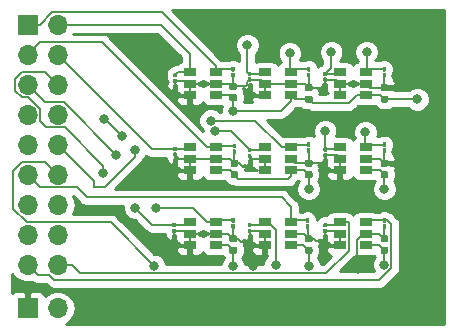
<source format=gbr>
G04 #@! TF.GenerationSoftware,KiCad,Pcbnew,5.0.0-fee4fd1~66~ubuntu16.04.1*
G04 #@! TF.CreationDate,2018-09-09T13:30:21+02:00*
G04 #@! TF.ProjectId,Tactile_Skin_Board,54616374696C655F536B696E5F426F61,rev?*
G04 #@! TF.SameCoordinates,Original*
G04 #@! TF.FileFunction,Copper,L1,Top,Signal*
G04 #@! TF.FilePolarity,Positive*
%FSLAX46Y46*%
G04 Gerber Fmt 4.6, Leading zero omitted, Abs format (unit mm)*
G04 Created by KiCad (PCBNEW 5.0.0-fee4fd1~66~ubuntu16.04.1) date Sun Sep  9 13:30:21 2018*
%MOMM*%
%LPD*%
G01*
G04 APERTURE LIST*
G04 #@! TA.AperFunction,Conductor*
%ADD10C,0.100000*%
G04 #@! TD*
G04 #@! TA.AperFunction,SMDPad,CuDef*
%ADD11C,0.590000*%
G04 #@! TD*
G04 #@! TA.AperFunction,ComponentPad*
%ADD12R,1.700000X1.700000*%
G04 #@! TD*
G04 #@! TA.AperFunction,ComponentPad*
%ADD13O,1.700000X1.700000*%
G04 #@! TD*
G04 #@! TA.AperFunction,SMDPad,CuDef*
%ADD14C,0.300000*%
G04 #@! TD*
G04 #@! TA.AperFunction,SMDPad,CuDef*
%ADD15R,1.060000X0.650000*%
G04 #@! TD*
G04 #@! TA.AperFunction,ViaPad*
%ADD16C,0.800000*%
G04 #@! TD*
G04 #@! TA.AperFunction,Conductor*
%ADD17C,0.200000*%
G04 #@! TD*
G04 #@! TA.AperFunction,Conductor*
%ADD18C,0.254000*%
G04 #@! TD*
G04 APERTURE END LIST*
D10*
G04 #@! TO.N,GND*
G04 #@! TO.C,C1*
G36*
X122586958Y-98920710D02*
X122601276Y-98922834D01*
X122615317Y-98926351D01*
X122628946Y-98931228D01*
X122642031Y-98937417D01*
X122654447Y-98944858D01*
X122666073Y-98953481D01*
X122676798Y-98963202D01*
X122686519Y-98973927D01*
X122695142Y-98985553D01*
X122702583Y-98997969D01*
X122708772Y-99011054D01*
X122713649Y-99024683D01*
X122717166Y-99038724D01*
X122719290Y-99053042D01*
X122720000Y-99067500D01*
X122720000Y-99362500D01*
X122719290Y-99376958D01*
X122717166Y-99391276D01*
X122713649Y-99405317D01*
X122708772Y-99418946D01*
X122702583Y-99432031D01*
X122695142Y-99444447D01*
X122686519Y-99456073D01*
X122676798Y-99466798D01*
X122666073Y-99476519D01*
X122654447Y-99485142D01*
X122642031Y-99492583D01*
X122628946Y-99498772D01*
X122615317Y-99503649D01*
X122601276Y-99507166D01*
X122586958Y-99509290D01*
X122572500Y-99510000D01*
X122227500Y-99510000D01*
X122213042Y-99509290D01*
X122198724Y-99507166D01*
X122184683Y-99503649D01*
X122171054Y-99498772D01*
X122157969Y-99492583D01*
X122145553Y-99485142D01*
X122133927Y-99476519D01*
X122123202Y-99466798D01*
X122113481Y-99456073D01*
X122104858Y-99444447D01*
X122097417Y-99432031D01*
X122091228Y-99418946D01*
X122086351Y-99405317D01*
X122082834Y-99391276D01*
X122080710Y-99376958D01*
X122080000Y-99362500D01*
X122080000Y-99067500D01*
X122080710Y-99053042D01*
X122082834Y-99038724D01*
X122086351Y-99024683D01*
X122091228Y-99011054D01*
X122097417Y-98997969D01*
X122104858Y-98985553D01*
X122113481Y-98973927D01*
X122123202Y-98963202D01*
X122133927Y-98953481D01*
X122145553Y-98944858D01*
X122157969Y-98937417D01*
X122171054Y-98931228D01*
X122184683Y-98926351D01*
X122198724Y-98922834D01*
X122213042Y-98920710D01*
X122227500Y-98920000D01*
X122572500Y-98920000D01*
X122586958Y-98920710D01*
X122586958Y-98920710D01*
G37*
D11*
G04 #@! TD*
G04 #@! TO.P,C1,1*
G04 #@! TO.N,GND*
X122400000Y-99215000D03*
D10*
G04 #@! TO.N,3.3V*
G04 #@! TO.C,C1*
G36*
X122586958Y-99890710D02*
X122601276Y-99892834D01*
X122615317Y-99896351D01*
X122628946Y-99901228D01*
X122642031Y-99907417D01*
X122654447Y-99914858D01*
X122666073Y-99923481D01*
X122676798Y-99933202D01*
X122686519Y-99943927D01*
X122695142Y-99955553D01*
X122702583Y-99967969D01*
X122708772Y-99981054D01*
X122713649Y-99994683D01*
X122717166Y-100008724D01*
X122719290Y-100023042D01*
X122720000Y-100037500D01*
X122720000Y-100332500D01*
X122719290Y-100346958D01*
X122717166Y-100361276D01*
X122713649Y-100375317D01*
X122708772Y-100388946D01*
X122702583Y-100402031D01*
X122695142Y-100414447D01*
X122686519Y-100426073D01*
X122676798Y-100436798D01*
X122666073Y-100446519D01*
X122654447Y-100455142D01*
X122642031Y-100462583D01*
X122628946Y-100468772D01*
X122615317Y-100473649D01*
X122601276Y-100477166D01*
X122586958Y-100479290D01*
X122572500Y-100480000D01*
X122227500Y-100480000D01*
X122213042Y-100479290D01*
X122198724Y-100477166D01*
X122184683Y-100473649D01*
X122171054Y-100468772D01*
X122157969Y-100462583D01*
X122145553Y-100455142D01*
X122133927Y-100446519D01*
X122123202Y-100436798D01*
X122113481Y-100426073D01*
X122104858Y-100414447D01*
X122097417Y-100402031D01*
X122091228Y-100388946D01*
X122086351Y-100375317D01*
X122082834Y-100361276D01*
X122080710Y-100346958D01*
X122080000Y-100332500D01*
X122080000Y-100037500D01*
X122080710Y-100023042D01*
X122082834Y-100008724D01*
X122086351Y-99994683D01*
X122091228Y-99981054D01*
X122097417Y-99967969D01*
X122104858Y-99955553D01*
X122113481Y-99943927D01*
X122123202Y-99933202D01*
X122133927Y-99923481D01*
X122145553Y-99914858D01*
X122157969Y-99907417D01*
X122171054Y-99901228D01*
X122184683Y-99896351D01*
X122198724Y-99892834D01*
X122213042Y-99890710D01*
X122227500Y-99890000D01*
X122572500Y-99890000D01*
X122586958Y-99890710D01*
X122586958Y-99890710D01*
G37*
D11*
G04 #@! TD*
G04 #@! TO.P,C1,2*
G04 #@! TO.N,3.3V*
X122400000Y-100185000D03*
D10*
G04 #@! TO.N,3.3V*
G04 #@! TO.C,C2*
G36*
X122686958Y-106390710D02*
X122701276Y-106392834D01*
X122715317Y-106396351D01*
X122728946Y-106401228D01*
X122742031Y-106407417D01*
X122754447Y-106414858D01*
X122766073Y-106423481D01*
X122776798Y-106433202D01*
X122786519Y-106443927D01*
X122795142Y-106455553D01*
X122802583Y-106467969D01*
X122808772Y-106481054D01*
X122813649Y-106494683D01*
X122817166Y-106508724D01*
X122819290Y-106523042D01*
X122820000Y-106537500D01*
X122820000Y-106832500D01*
X122819290Y-106846958D01*
X122817166Y-106861276D01*
X122813649Y-106875317D01*
X122808772Y-106888946D01*
X122802583Y-106902031D01*
X122795142Y-106914447D01*
X122786519Y-106926073D01*
X122776798Y-106936798D01*
X122766073Y-106946519D01*
X122754447Y-106955142D01*
X122742031Y-106962583D01*
X122728946Y-106968772D01*
X122715317Y-106973649D01*
X122701276Y-106977166D01*
X122686958Y-106979290D01*
X122672500Y-106980000D01*
X122327500Y-106980000D01*
X122313042Y-106979290D01*
X122298724Y-106977166D01*
X122284683Y-106973649D01*
X122271054Y-106968772D01*
X122257969Y-106962583D01*
X122245553Y-106955142D01*
X122233927Y-106946519D01*
X122223202Y-106936798D01*
X122213481Y-106926073D01*
X122204858Y-106914447D01*
X122197417Y-106902031D01*
X122191228Y-106888946D01*
X122186351Y-106875317D01*
X122182834Y-106861276D01*
X122180710Y-106846958D01*
X122180000Y-106832500D01*
X122180000Y-106537500D01*
X122180710Y-106523042D01*
X122182834Y-106508724D01*
X122186351Y-106494683D01*
X122191228Y-106481054D01*
X122197417Y-106467969D01*
X122204858Y-106455553D01*
X122213481Y-106443927D01*
X122223202Y-106433202D01*
X122233927Y-106423481D01*
X122245553Y-106414858D01*
X122257969Y-106407417D01*
X122271054Y-106401228D01*
X122284683Y-106396351D01*
X122298724Y-106392834D01*
X122313042Y-106390710D01*
X122327500Y-106390000D01*
X122672500Y-106390000D01*
X122686958Y-106390710D01*
X122686958Y-106390710D01*
G37*
D11*
G04 #@! TD*
G04 #@! TO.P,C2,2*
G04 #@! TO.N,3.3V*
X122500000Y-106685000D03*
D10*
G04 #@! TO.N,GND*
G04 #@! TO.C,C2*
G36*
X122686958Y-105420710D02*
X122701276Y-105422834D01*
X122715317Y-105426351D01*
X122728946Y-105431228D01*
X122742031Y-105437417D01*
X122754447Y-105444858D01*
X122766073Y-105453481D01*
X122776798Y-105463202D01*
X122786519Y-105473927D01*
X122795142Y-105485553D01*
X122802583Y-105497969D01*
X122808772Y-105511054D01*
X122813649Y-105524683D01*
X122817166Y-105538724D01*
X122819290Y-105553042D01*
X122820000Y-105567500D01*
X122820000Y-105862500D01*
X122819290Y-105876958D01*
X122817166Y-105891276D01*
X122813649Y-105905317D01*
X122808772Y-105918946D01*
X122802583Y-105932031D01*
X122795142Y-105944447D01*
X122786519Y-105956073D01*
X122776798Y-105966798D01*
X122766073Y-105976519D01*
X122754447Y-105985142D01*
X122742031Y-105992583D01*
X122728946Y-105998772D01*
X122715317Y-106003649D01*
X122701276Y-106007166D01*
X122686958Y-106009290D01*
X122672500Y-106010000D01*
X122327500Y-106010000D01*
X122313042Y-106009290D01*
X122298724Y-106007166D01*
X122284683Y-106003649D01*
X122271054Y-105998772D01*
X122257969Y-105992583D01*
X122245553Y-105985142D01*
X122233927Y-105976519D01*
X122223202Y-105966798D01*
X122213481Y-105956073D01*
X122204858Y-105944447D01*
X122197417Y-105932031D01*
X122191228Y-105918946D01*
X122186351Y-105905317D01*
X122182834Y-105891276D01*
X122180710Y-105876958D01*
X122180000Y-105862500D01*
X122180000Y-105567500D01*
X122180710Y-105553042D01*
X122182834Y-105538724D01*
X122186351Y-105524683D01*
X122191228Y-105511054D01*
X122197417Y-105497969D01*
X122204858Y-105485553D01*
X122213481Y-105473927D01*
X122223202Y-105463202D01*
X122233927Y-105453481D01*
X122245553Y-105444858D01*
X122257969Y-105437417D01*
X122271054Y-105431228D01*
X122284683Y-105426351D01*
X122298724Y-105422834D01*
X122313042Y-105420710D01*
X122327500Y-105420000D01*
X122672500Y-105420000D01*
X122686958Y-105420710D01*
X122686958Y-105420710D01*
G37*
D11*
G04 #@! TD*
G04 #@! TO.P,C2,1*
G04 #@! TO.N,GND*
X122500000Y-105715000D03*
D10*
G04 #@! TO.N,3.3V*
G04 #@! TO.C,C3*
G36*
X122586958Y-112790710D02*
X122601276Y-112792834D01*
X122615317Y-112796351D01*
X122628946Y-112801228D01*
X122642031Y-112807417D01*
X122654447Y-112814858D01*
X122666073Y-112823481D01*
X122676798Y-112833202D01*
X122686519Y-112843927D01*
X122695142Y-112855553D01*
X122702583Y-112867969D01*
X122708772Y-112881054D01*
X122713649Y-112894683D01*
X122717166Y-112908724D01*
X122719290Y-112923042D01*
X122720000Y-112937500D01*
X122720000Y-113232500D01*
X122719290Y-113246958D01*
X122717166Y-113261276D01*
X122713649Y-113275317D01*
X122708772Y-113288946D01*
X122702583Y-113302031D01*
X122695142Y-113314447D01*
X122686519Y-113326073D01*
X122676798Y-113336798D01*
X122666073Y-113346519D01*
X122654447Y-113355142D01*
X122642031Y-113362583D01*
X122628946Y-113368772D01*
X122615317Y-113373649D01*
X122601276Y-113377166D01*
X122586958Y-113379290D01*
X122572500Y-113380000D01*
X122227500Y-113380000D01*
X122213042Y-113379290D01*
X122198724Y-113377166D01*
X122184683Y-113373649D01*
X122171054Y-113368772D01*
X122157969Y-113362583D01*
X122145553Y-113355142D01*
X122133927Y-113346519D01*
X122123202Y-113336798D01*
X122113481Y-113326073D01*
X122104858Y-113314447D01*
X122097417Y-113302031D01*
X122091228Y-113288946D01*
X122086351Y-113275317D01*
X122082834Y-113261276D01*
X122080710Y-113246958D01*
X122080000Y-113232500D01*
X122080000Y-112937500D01*
X122080710Y-112923042D01*
X122082834Y-112908724D01*
X122086351Y-112894683D01*
X122091228Y-112881054D01*
X122097417Y-112867969D01*
X122104858Y-112855553D01*
X122113481Y-112843927D01*
X122123202Y-112833202D01*
X122133927Y-112823481D01*
X122145553Y-112814858D01*
X122157969Y-112807417D01*
X122171054Y-112801228D01*
X122184683Y-112796351D01*
X122198724Y-112792834D01*
X122213042Y-112790710D01*
X122227500Y-112790000D01*
X122572500Y-112790000D01*
X122586958Y-112790710D01*
X122586958Y-112790710D01*
G37*
D11*
G04 #@! TD*
G04 #@! TO.P,C3,2*
G04 #@! TO.N,3.3V*
X122400000Y-113085000D03*
D10*
G04 #@! TO.N,GND*
G04 #@! TO.C,C3*
G36*
X122586958Y-111820710D02*
X122601276Y-111822834D01*
X122615317Y-111826351D01*
X122628946Y-111831228D01*
X122642031Y-111837417D01*
X122654447Y-111844858D01*
X122666073Y-111853481D01*
X122676798Y-111863202D01*
X122686519Y-111873927D01*
X122695142Y-111885553D01*
X122702583Y-111897969D01*
X122708772Y-111911054D01*
X122713649Y-111924683D01*
X122717166Y-111938724D01*
X122719290Y-111953042D01*
X122720000Y-111967500D01*
X122720000Y-112262500D01*
X122719290Y-112276958D01*
X122717166Y-112291276D01*
X122713649Y-112305317D01*
X122708772Y-112318946D01*
X122702583Y-112332031D01*
X122695142Y-112344447D01*
X122686519Y-112356073D01*
X122676798Y-112366798D01*
X122666073Y-112376519D01*
X122654447Y-112385142D01*
X122642031Y-112392583D01*
X122628946Y-112398772D01*
X122615317Y-112403649D01*
X122601276Y-112407166D01*
X122586958Y-112409290D01*
X122572500Y-112410000D01*
X122227500Y-112410000D01*
X122213042Y-112409290D01*
X122198724Y-112407166D01*
X122184683Y-112403649D01*
X122171054Y-112398772D01*
X122157969Y-112392583D01*
X122145553Y-112385142D01*
X122133927Y-112376519D01*
X122123202Y-112366798D01*
X122113481Y-112356073D01*
X122104858Y-112344447D01*
X122097417Y-112332031D01*
X122091228Y-112318946D01*
X122086351Y-112305317D01*
X122082834Y-112291276D01*
X122080710Y-112276958D01*
X122080000Y-112262500D01*
X122080000Y-111967500D01*
X122080710Y-111953042D01*
X122082834Y-111938724D01*
X122086351Y-111924683D01*
X122091228Y-111911054D01*
X122097417Y-111897969D01*
X122104858Y-111885553D01*
X122113481Y-111873927D01*
X122123202Y-111863202D01*
X122133927Y-111853481D01*
X122145553Y-111844858D01*
X122157969Y-111837417D01*
X122171054Y-111831228D01*
X122184683Y-111826351D01*
X122198724Y-111822834D01*
X122213042Y-111820710D01*
X122227500Y-111820000D01*
X122572500Y-111820000D01*
X122586958Y-111820710D01*
X122586958Y-111820710D01*
G37*
D11*
G04 #@! TD*
G04 #@! TO.P,C3,1*
G04 #@! TO.N,GND*
X122400000Y-112115000D03*
D10*
G04 #@! TO.N,3.3V*
G04 #@! TO.C,C4*
G36*
X128986958Y-99990710D02*
X129001276Y-99992834D01*
X129015317Y-99996351D01*
X129028946Y-100001228D01*
X129042031Y-100007417D01*
X129054447Y-100014858D01*
X129066073Y-100023481D01*
X129076798Y-100033202D01*
X129086519Y-100043927D01*
X129095142Y-100055553D01*
X129102583Y-100067969D01*
X129108772Y-100081054D01*
X129113649Y-100094683D01*
X129117166Y-100108724D01*
X129119290Y-100123042D01*
X129120000Y-100137500D01*
X129120000Y-100432500D01*
X129119290Y-100446958D01*
X129117166Y-100461276D01*
X129113649Y-100475317D01*
X129108772Y-100488946D01*
X129102583Y-100502031D01*
X129095142Y-100514447D01*
X129086519Y-100526073D01*
X129076798Y-100536798D01*
X129066073Y-100546519D01*
X129054447Y-100555142D01*
X129042031Y-100562583D01*
X129028946Y-100568772D01*
X129015317Y-100573649D01*
X129001276Y-100577166D01*
X128986958Y-100579290D01*
X128972500Y-100580000D01*
X128627500Y-100580000D01*
X128613042Y-100579290D01*
X128598724Y-100577166D01*
X128584683Y-100573649D01*
X128571054Y-100568772D01*
X128557969Y-100562583D01*
X128545553Y-100555142D01*
X128533927Y-100546519D01*
X128523202Y-100536798D01*
X128513481Y-100526073D01*
X128504858Y-100514447D01*
X128497417Y-100502031D01*
X128491228Y-100488946D01*
X128486351Y-100475317D01*
X128482834Y-100461276D01*
X128480710Y-100446958D01*
X128480000Y-100432500D01*
X128480000Y-100137500D01*
X128480710Y-100123042D01*
X128482834Y-100108724D01*
X128486351Y-100094683D01*
X128491228Y-100081054D01*
X128497417Y-100067969D01*
X128504858Y-100055553D01*
X128513481Y-100043927D01*
X128523202Y-100033202D01*
X128533927Y-100023481D01*
X128545553Y-100014858D01*
X128557969Y-100007417D01*
X128571054Y-100001228D01*
X128584683Y-99996351D01*
X128598724Y-99992834D01*
X128613042Y-99990710D01*
X128627500Y-99990000D01*
X128972500Y-99990000D01*
X128986958Y-99990710D01*
X128986958Y-99990710D01*
G37*
D11*
G04 #@! TD*
G04 #@! TO.P,C4,2*
G04 #@! TO.N,3.3V*
X128800000Y-100285000D03*
D10*
G04 #@! TO.N,GND*
G04 #@! TO.C,C4*
G36*
X128986958Y-99020710D02*
X129001276Y-99022834D01*
X129015317Y-99026351D01*
X129028946Y-99031228D01*
X129042031Y-99037417D01*
X129054447Y-99044858D01*
X129066073Y-99053481D01*
X129076798Y-99063202D01*
X129086519Y-99073927D01*
X129095142Y-99085553D01*
X129102583Y-99097969D01*
X129108772Y-99111054D01*
X129113649Y-99124683D01*
X129117166Y-99138724D01*
X129119290Y-99153042D01*
X129120000Y-99167500D01*
X129120000Y-99462500D01*
X129119290Y-99476958D01*
X129117166Y-99491276D01*
X129113649Y-99505317D01*
X129108772Y-99518946D01*
X129102583Y-99532031D01*
X129095142Y-99544447D01*
X129086519Y-99556073D01*
X129076798Y-99566798D01*
X129066073Y-99576519D01*
X129054447Y-99585142D01*
X129042031Y-99592583D01*
X129028946Y-99598772D01*
X129015317Y-99603649D01*
X129001276Y-99607166D01*
X128986958Y-99609290D01*
X128972500Y-99610000D01*
X128627500Y-99610000D01*
X128613042Y-99609290D01*
X128598724Y-99607166D01*
X128584683Y-99603649D01*
X128571054Y-99598772D01*
X128557969Y-99592583D01*
X128545553Y-99585142D01*
X128533927Y-99576519D01*
X128523202Y-99566798D01*
X128513481Y-99556073D01*
X128504858Y-99544447D01*
X128497417Y-99532031D01*
X128491228Y-99518946D01*
X128486351Y-99505317D01*
X128482834Y-99491276D01*
X128480710Y-99476958D01*
X128480000Y-99462500D01*
X128480000Y-99167500D01*
X128480710Y-99153042D01*
X128482834Y-99138724D01*
X128486351Y-99124683D01*
X128491228Y-99111054D01*
X128497417Y-99097969D01*
X128504858Y-99085553D01*
X128513481Y-99073927D01*
X128523202Y-99063202D01*
X128533927Y-99053481D01*
X128545553Y-99044858D01*
X128557969Y-99037417D01*
X128571054Y-99031228D01*
X128584683Y-99026351D01*
X128598724Y-99022834D01*
X128613042Y-99020710D01*
X128627500Y-99020000D01*
X128972500Y-99020000D01*
X128986958Y-99020710D01*
X128986958Y-99020710D01*
G37*
D11*
G04 #@! TD*
G04 #@! TO.P,C4,1*
G04 #@! TO.N,GND*
X128800000Y-99315000D03*
D10*
G04 #@! TO.N,GND*
G04 #@! TO.C,C5*
G36*
X128986958Y-105420710D02*
X129001276Y-105422834D01*
X129015317Y-105426351D01*
X129028946Y-105431228D01*
X129042031Y-105437417D01*
X129054447Y-105444858D01*
X129066073Y-105453481D01*
X129076798Y-105463202D01*
X129086519Y-105473927D01*
X129095142Y-105485553D01*
X129102583Y-105497969D01*
X129108772Y-105511054D01*
X129113649Y-105524683D01*
X129117166Y-105538724D01*
X129119290Y-105553042D01*
X129120000Y-105567500D01*
X129120000Y-105862500D01*
X129119290Y-105876958D01*
X129117166Y-105891276D01*
X129113649Y-105905317D01*
X129108772Y-105918946D01*
X129102583Y-105932031D01*
X129095142Y-105944447D01*
X129086519Y-105956073D01*
X129076798Y-105966798D01*
X129066073Y-105976519D01*
X129054447Y-105985142D01*
X129042031Y-105992583D01*
X129028946Y-105998772D01*
X129015317Y-106003649D01*
X129001276Y-106007166D01*
X128986958Y-106009290D01*
X128972500Y-106010000D01*
X128627500Y-106010000D01*
X128613042Y-106009290D01*
X128598724Y-106007166D01*
X128584683Y-106003649D01*
X128571054Y-105998772D01*
X128557969Y-105992583D01*
X128545553Y-105985142D01*
X128533927Y-105976519D01*
X128523202Y-105966798D01*
X128513481Y-105956073D01*
X128504858Y-105944447D01*
X128497417Y-105932031D01*
X128491228Y-105918946D01*
X128486351Y-105905317D01*
X128482834Y-105891276D01*
X128480710Y-105876958D01*
X128480000Y-105862500D01*
X128480000Y-105567500D01*
X128480710Y-105553042D01*
X128482834Y-105538724D01*
X128486351Y-105524683D01*
X128491228Y-105511054D01*
X128497417Y-105497969D01*
X128504858Y-105485553D01*
X128513481Y-105473927D01*
X128523202Y-105463202D01*
X128533927Y-105453481D01*
X128545553Y-105444858D01*
X128557969Y-105437417D01*
X128571054Y-105431228D01*
X128584683Y-105426351D01*
X128598724Y-105422834D01*
X128613042Y-105420710D01*
X128627500Y-105420000D01*
X128972500Y-105420000D01*
X128986958Y-105420710D01*
X128986958Y-105420710D01*
G37*
D11*
G04 #@! TD*
G04 #@! TO.P,C5,1*
G04 #@! TO.N,GND*
X128800000Y-105715000D03*
D10*
G04 #@! TO.N,3.3V*
G04 #@! TO.C,C5*
G36*
X128986958Y-106390710D02*
X129001276Y-106392834D01*
X129015317Y-106396351D01*
X129028946Y-106401228D01*
X129042031Y-106407417D01*
X129054447Y-106414858D01*
X129066073Y-106423481D01*
X129076798Y-106433202D01*
X129086519Y-106443927D01*
X129095142Y-106455553D01*
X129102583Y-106467969D01*
X129108772Y-106481054D01*
X129113649Y-106494683D01*
X129117166Y-106508724D01*
X129119290Y-106523042D01*
X129120000Y-106537500D01*
X129120000Y-106832500D01*
X129119290Y-106846958D01*
X129117166Y-106861276D01*
X129113649Y-106875317D01*
X129108772Y-106888946D01*
X129102583Y-106902031D01*
X129095142Y-106914447D01*
X129086519Y-106926073D01*
X129076798Y-106936798D01*
X129066073Y-106946519D01*
X129054447Y-106955142D01*
X129042031Y-106962583D01*
X129028946Y-106968772D01*
X129015317Y-106973649D01*
X129001276Y-106977166D01*
X128986958Y-106979290D01*
X128972500Y-106980000D01*
X128627500Y-106980000D01*
X128613042Y-106979290D01*
X128598724Y-106977166D01*
X128584683Y-106973649D01*
X128571054Y-106968772D01*
X128557969Y-106962583D01*
X128545553Y-106955142D01*
X128533927Y-106946519D01*
X128523202Y-106936798D01*
X128513481Y-106926073D01*
X128504858Y-106914447D01*
X128497417Y-106902031D01*
X128491228Y-106888946D01*
X128486351Y-106875317D01*
X128482834Y-106861276D01*
X128480710Y-106846958D01*
X128480000Y-106832500D01*
X128480000Y-106537500D01*
X128480710Y-106523042D01*
X128482834Y-106508724D01*
X128486351Y-106494683D01*
X128491228Y-106481054D01*
X128497417Y-106467969D01*
X128504858Y-106455553D01*
X128513481Y-106443927D01*
X128523202Y-106433202D01*
X128533927Y-106423481D01*
X128545553Y-106414858D01*
X128557969Y-106407417D01*
X128571054Y-106401228D01*
X128584683Y-106396351D01*
X128598724Y-106392834D01*
X128613042Y-106390710D01*
X128627500Y-106390000D01*
X128972500Y-106390000D01*
X128986958Y-106390710D01*
X128986958Y-106390710D01*
G37*
D11*
G04 #@! TD*
G04 #@! TO.P,C5,2*
G04 #@! TO.N,3.3V*
X128800000Y-106685000D03*
D10*
G04 #@! TO.N,GND*
G04 #@! TO.C,C6*
G36*
X128986958Y-111820710D02*
X129001276Y-111822834D01*
X129015317Y-111826351D01*
X129028946Y-111831228D01*
X129042031Y-111837417D01*
X129054447Y-111844858D01*
X129066073Y-111853481D01*
X129076798Y-111863202D01*
X129086519Y-111873927D01*
X129095142Y-111885553D01*
X129102583Y-111897969D01*
X129108772Y-111911054D01*
X129113649Y-111924683D01*
X129117166Y-111938724D01*
X129119290Y-111953042D01*
X129120000Y-111967500D01*
X129120000Y-112262500D01*
X129119290Y-112276958D01*
X129117166Y-112291276D01*
X129113649Y-112305317D01*
X129108772Y-112318946D01*
X129102583Y-112332031D01*
X129095142Y-112344447D01*
X129086519Y-112356073D01*
X129076798Y-112366798D01*
X129066073Y-112376519D01*
X129054447Y-112385142D01*
X129042031Y-112392583D01*
X129028946Y-112398772D01*
X129015317Y-112403649D01*
X129001276Y-112407166D01*
X128986958Y-112409290D01*
X128972500Y-112410000D01*
X128627500Y-112410000D01*
X128613042Y-112409290D01*
X128598724Y-112407166D01*
X128584683Y-112403649D01*
X128571054Y-112398772D01*
X128557969Y-112392583D01*
X128545553Y-112385142D01*
X128533927Y-112376519D01*
X128523202Y-112366798D01*
X128513481Y-112356073D01*
X128504858Y-112344447D01*
X128497417Y-112332031D01*
X128491228Y-112318946D01*
X128486351Y-112305317D01*
X128482834Y-112291276D01*
X128480710Y-112276958D01*
X128480000Y-112262500D01*
X128480000Y-111967500D01*
X128480710Y-111953042D01*
X128482834Y-111938724D01*
X128486351Y-111924683D01*
X128491228Y-111911054D01*
X128497417Y-111897969D01*
X128504858Y-111885553D01*
X128513481Y-111873927D01*
X128523202Y-111863202D01*
X128533927Y-111853481D01*
X128545553Y-111844858D01*
X128557969Y-111837417D01*
X128571054Y-111831228D01*
X128584683Y-111826351D01*
X128598724Y-111822834D01*
X128613042Y-111820710D01*
X128627500Y-111820000D01*
X128972500Y-111820000D01*
X128986958Y-111820710D01*
X128986958Y-111820710D01*
G37*
D11*
G04 #@! TD*
G04 #@! TO.P,C6,1*
G04 #@! TO.N,GND*
X128800000Y-112115000D03*
D10*
G04 #@! TO.N,3.3V*
G04 #@! TO.C,C6*
G36*
X128986958Y-112790710D02*
X129001276Y-112792834D01*
X129015317Y-112796351D01*
X129028946Y-112801228D01*
X129042031Y-112807417D01*
X129054447Y-112814858D01*
X129066073Y-112823481D01*
X129076798Y-112833202D01*
X129086519Y-112843927D01*
X129095142Y-112855553D01*
X129102583Y-112867969D01*
X129108772Y-112881054D01*
X129113649Y-112894683D01*
X129117166Y-112908724D01*
X129119290Y-112923042D01*
X129120000Y-112937500D01*
X129120000Y-113232500D01*
X129119290Y-113246958D01*
X129117166Y-113261276D01*
X129113649Y-113275317D01*
X129108772Y-113288946D01*
X129102583Y-113302031D01*
X129095142Y-113314447D01*
X129086519Y-113326073D01*
X129076798Y-113336798D01*
X129066073Y-113346519D01*
X129054447Y-113355142D01*
X129042031Y-113362583D01*
X129028946Y-113368772D01*
X129015317Y-113373649D01*
X129001276Y-113377166D01*
X128986958Y-113379290D01*
X128972500Y-113380000D01*
X128627500Y-113380000D01*
X128613042Y-113379290D01*
X128598724Y-113377166D01*
X128584683Y-113373649D01*
X128571054Y-113368772D01*
X128557969Y-113362583D01*
X128545553Y-113355142D01*
X128533927Y-113346519D01*
X128523202Y-113336798D01*
X128513481Y-113326073D01*
X128504858Y-113314447D01*
X128497417Y-113302031D01*
X128491228Y-113288946D01*
X128486351Y-113275317D01*
X128482834Y-113261276D01*
X128480710Y-113246958D01*
X128480000Y-113232500D01*
X128480000Y-112937500D01*
X128480710Y-112923042D01*
X128482834Y-112908724D01*
X128486351Y-112894683D01*
X128491228Y-112881054D01*
X128497417Y-112867969D01*
X128504858Y-112855553D01*
X128513481Y-112843927D01*
X128523202Y-112833202D01*
X128533927Y-112823481D01*
X128545553Y-112814858D01*
X128557969Y-112807417D01*
X128571054Y-112801228D01*
X128584683Y-112796351D01*
X128598724Y-112792834D01*
X128613042Y-112790710D01*
X128627500Y-112790000D01*
X128972500Y-112790000D01*
X128986958Y-112790710D01*
X128986958Y-112790710D01*
G37*
D11*
G04 #@! TD*
G04 #@! TO.P,C6,2*
G04 #@! TO.N,3.3V*
X128800000Y-113085000D03*
D10*
G04 #@! TO.N,GND*
G04 #@! TO.C,C7*
G36*
X135386958Y-99020710D02*
X135401276Y-99022834D01*
X135415317Y-99026351D01*
X135428946Y-99031228D01*
X135442031Y-99037417D01*
X135454447Y-99044858D01*
X135466073Y-99053481D01*
X135476798Y-99063202D01*
X135486519Y-99073927D01*
X135495142Y-99085553D01*
X135502583Y-99097969D01*
X135508772Y-99111054D01*
X135513649Y-99124683D01*
X135517166Y-99138724D01*
X135519290Y-99153042D01*
X135520000Y-99167500D01*
X135520000Y-99462500D01*
X135519290Y-99476958D01*
X135517166Y-99491276D01*
X135513649Y-99505317D01*
X135508772Y-99518946D01*
X135502583Y-99532031D01*
X135495142Y-99544447D01*
X135486519Y-99556073D01*
X135476798Y-99566798D01*
X135466073Y-99576519D01*
X135454447Y-99585142D01*
X135442031Y-99592583D01*
X135428946Y-99598772D01*
X135415317Y-99603649D01*
X135401276Y-99607166D01*
X135386958Y-99609290D01*
X135372500Y-99610000D01*
X135027500Y-99610000D01*
X135013042Y-99609290D01*
X134998724Y-99607166D01*
X134984683Y-99603649D01*
X134971054Y-99598772D01*
X134957969Y-99592583D01*
X134945553Y-99585142D01*
X134933927Y-99576519D01*
X134923202Y-99566798D01*
X134913481Y-99556073D01*
X134904858Y-99544447D01*
X134897417Y-99532031D01*
X134891228Y-99518946D01*
X134886351Y-99505317D01*
X134882834Y-99491276D01*
X134880710Y-99476958D01*
X134880000Y-99462500D01*
X134880000Y-99167500D01*
X134880710Y-99153042D01*
X134882834Y-99138724D01*
X134886351Y-99124683D01*
X134891228Y-99111054D01*
X134897417Y-99097969D01*
X134904858Y-99085553D01*
X134913481Y-99073927D01*
X134923202Y-99063202D01*
X134933927Y-99053481D01*
X134945553Y-99044858D01*
X134957969Y-99037417D01*
X134971054Y-99031228D01*
X134984683Y-99026351D01*
X134998724Y-99022834D01*
X135013042Y-99020710D01*
X135027500Y-99020000D01*
X135372500Y-99020000D01*
X135386958Y-99020710D01*
X135386958Y-99020710D01*
G37*
D11*
G04 #@! TD*
G04 #@! TO.P,C7,1*
G04 #@! TO.N,GND*
X135200000Y-99315000D03*
D10*
G04 #@! TO.N,3.3V*
G04 #@! TO.C,C7*
G36*
X135386958Y-99990710D02*
X135401276Y-99992834D01*
X135415317Y-99996351D01*
X135428946Y-100001228D01*
X135442031Y-100007417D01*
X135454447Y-100014858D01*
X135466073Y-100023481D01*
X135476798Y-100033202D01*
X135486519Y-100043927D01*
X135495142Y-100055553D01*
X135502583Y-100067969D01*
X135508772Y-100081054D01*
X135513649Y-100094683D01*
X135517166Y-100108724D01*
X135519290Y-100123042D01*
X135520000Y-100137500D01*
X135520000Y-100432500D01*
X135519290Y-100446958D01*
X135517166Y-100461276D01*
X135513649Y-100475317D01*
X135508772Y-100488946D01*
X135502583Y-100502031D01*
X135495142Y-100514447D01*
X135486519Y-100526073D01*
X135476798Y-100536798D01*
X135466073Y-100546519D01*
X135454447Y-100555142D01*
X135442031Y-100562583D01*
X135428946Y-100568772D01*
X135415317Y-100573649D01*
X135401276Y-100577166D01*
X135386958Y-100579290D01*
X135372500Y-100580000D01*
X135027500Y-100580000D01*
X135013042Y-100579290D01*
X134998724Y-100577166D01*
X134984683Y-100573649D01*
X134971054Y-100568772D01*
X134957969Y-100562583D01*
X134945553Y-100555142D01*
X134933927Y-100546519D01*
X134923202Y-100536798D01*
X134913481Y-100526073D01*
X134904858Y-100514447D01*
X134897417Y-100502031D01*
X134891228Y-100488946D01*
X134886351Y-100475317D01*
X134882834Y-100461276D01*
X134880710Y-100446958D01*
X134880000Y-100432500D01*
X134880000Y-100137500D01*
X134880710Y-100123042D01*
X134882834Y-100108724D01*
X134886351Y-100094683D01*
X134891228Y-100081054D01*
X134897417Y-100067969D01*
X134904858Y-100055553D01*
X134913481Y-100043927D01*
X134923202Y-100033202D01*
X134933927Y-100023481D01*
X134945553Y-100014858D01*
X134957969Y-100007417D01*
X134971054Y-100001228D01*
X134984683Y-99996351D01*
X134998724Y-99992834D01*
X135013042Y-99990710D01*
X135027500Y-99990000D01*
X135372500Y-99990000D01*
X135386958Y-99990710D01*
X135386958Y-99990710D01*
G37*
D11*
G04 #@! TD*
G04 #@! TO.P,C7,2*
G04 #@! TO.N,3.3V*
X135200000Y-100285000D03*
D10*
G04 #@! TO.N,3.3V*
G04 #@! TO.C,C8*
G36*
X135386958Y-106390710D02*
X135401276Y-106392834D01*
X135415317Y-106396351D01*
X135428946Y-106401228D01*
X135442031Y-106407417D01*
X135454447Y-106414858D01*
X135466073Y-106423481D01*
X135476798Y-106433202D01*
X135486519Y-106443927D01*
X135495142Y-106455553D01*
X135502583Y-106467969D01*
X135508772Y-106481054D01*
X135513649Y-106494683D01*
X135517166Y-106508724D01*
X135519290Y-106523042D01*
X135520000Y-106537500D01*
X135520000Y-106832500D01*
X135519290Y-106846958D01*
X135517166Y-106861276D01*
X135513649Y-106875317D01*
X135508772Y-106888946D01*
X135502583Y-106902031D01*
X135495142Y-106914447D01*
X135486519Y-106926073D01*
X135476798Y-106936798D01*
X135466073Y-106946519D01*
X135454447Y-106955142D01*
X135442031Y-106962583D01*
X135428946Y-106968772D01*
X135415317Y-106973649D01*
X135401276Y-106977166D01*
X135386958Y-106979290D01*
X135372500Y-106980000D01*
X135027500Y-106980000D01*
X135013042Y-106979290D01*
X134998724Y-106977166D01*
X134984683Y-106973649D01*
X134971054Y-106968772D01*
X134957969Y-106962583D01*
X134945553Y-106955142D01*
X134933927Y-106946519D01*
X134923202Y-106936798D01*
X134913481Y-106926073D01*
X134904858Y-106914447D01*
X134897417Y-106902031D01*
X134891228Y-106888946D01*
X134886351Y-106875317D01*
X134882834Y-106861276D01*
X134880710Y-106846958D01*
X134880000Y-106832500D01*
X134880000Y-106537500D01*
X134880710Y-106523042D01*
X134882834Y-106508724D01*
X134886351Y-106494683D01*
X134891228Y-106481054D01*
X134897417Y-106467969D01*
X134904858Y-106455553D01*
X134913481Y-106443927D01*
X134923202Y-106433202D01*
X134933927Y-106423481D01*
X134945553Y-106414858D01*
X134957969Y-106407417D01*
X134971054Y-106401228D01*
X134984683Y-106396351D01*
X134998724Y-106392834D01*
X135013042Y-106390710D01*
X135027500Y-106390000D01*
X135372500Y-106390000D01*
X135386958Y-106390710D01*
X135386958Y-106390710D01*
G37*
D11*
G04 #@! TD*
G04 #@! TO.P,C8,2*
G04 #@! TO.N,3.3V*
X135200000Y-106685000D03*
D10*
G04 #@! TO.N,GND*
G04 #@! TO.C,C8*
G36*
X135386958Y-105420710D02*
X135401276Y-105422834D01*
X135415317Y-105426351D01*
X135428946Y-105431228D01*
X135442031Y-105437417D01*
X135454447Y-105444858D01*
X135466073Y-105453481D01*
X135476798Y-105463202D01*
X135486519Y-105473927D01*
X135495142Y-105485553D01*
X135502583Y-105497969D01*
X135508772Y-105511054D01*
X135513649Y-105524683D01*
X135517166Y-105538724D01*
X135519290Y-105553042D01*
X135520000Y-105567500D01*
X135520000Y-105862500D01*
X135519290Y-105876958D01*
X135517166Y-105891276D01*
X135513649Y-105905317D01*
X135508772Y-105918946D01*
X135502583Y-105932031D01*
X135495142Y-105944447D01*
X135486519Y-105956073D01*
X135476798Y-105966798D01*
X135466073Y-105976519D01*
X135454447Y-105985142D01*
X135442031Y-105992583D01*
X135428946Y-105998772D01*
X135415317Y-106003649D01*
X135401276Y-106007166D01*
X135386958Y-106009290D01*
X135372500Y-106010000D01*
X135027500Y-106010000D01*
X135013042Y-106009290D01*
X134998724Y-106007166D01*
X134984683Y-106003649D01*
X134971054Y-105998772D01*
X134957969Y-105992583D01*
X134945553Y-105985142D01*
X134933927Y-105976519D01*
X134923202Y-105966798D01*
X134913481Y-105956073D01*
X134904858Y-105944447D01*
X134897417Y-105932031D01*
X134891228Y-105918946D01*
X134886351Y-105905317D01*
X134882834Y-105891276D01*
X134880710Y-105876958D01*
X134880000Y-105862500D01*
X134880000Y-105567500D01*
X134880710Y-105553042D01*
X134882834Y-105538724D01*
X134886351Y-105524683D01*
X134891228Y-105511054D01*
X134897417Y-105497969D01*
X134904858Y-105485553D01*
X134913481Y-105473927D01*
X134923202Y-105463202D01*
X134933927Y-105453481D01*
X134945553Y-105444858D01*
X134957969Y-105437417D01*
X134971054Y-105431228D01*
X134984683Y-105426351D01*
X134998724Y-105422834D01*
X135013042Y-105420710D01*
X135027500Y-105420000D01*
X135372500Y-105420000D01*
X135386958Y-105420710D01*
X135386958Y-105420710D01*
G37*
D11*
G04 #@! TD*
G04 #@! TO.P,C8,1*
G04 #@! TO.N,GND*
X135200000Y-105715000D03*
D10*
G04 #@! TO.N,GND*
G04 #@! TO.C,C9*
G36*
X135386958Y-111820710D02*
X135401276Y-111822834D01*
X135415317Y-111826351D01*
X135428946Y-111831228D01*
X135442031Y-111837417D01*
X135454447Y-111844858D01*
X135466073Y-111853481D01*
X135476798Y-111863202D01*
X135486519Y-111873927D01*
X135495142Y-111885553D01*
X135502583Y-111897969D01*
X135508772Y-111911054D01*
X135513649Y-111924683D01*
X135517166Y-111938724D01*
X135519290Y-111953042D01*
X135520000Y-111967500D01*
X135520000Y-112262500D01*
X135519290Y-112276958D01*
X135517166Y-112291276D01*
X135513649Y-112305317D01*
X135508772Y-112318946D01*
X135502583Y-112332031D01*
X135495142Y-112344447D01*
X135486519Y-112356073D01*
X135476798Y-112366798D01*
X135466073Y-112376519D01*
X135454447Y-112385142D01*
X135442031Y-112392583D01*
X135428946Y-112398772D01*
X135415317Y-112403649D01*
X135401276Y-112407166D01*
X135386958Y-112409290D01*
X135372500Y-112410000D01*
X135027500Y-112410000D01*
X135013042Y-112409290D01*
X134998724Y-112407166D01*
X134984683Y-112403649D01*
X134971054Y-112398772D01*
X134957969Y-112392583D01*
X134945553Y-112385142D01*
X134933927Y-112376519D01*
X134923202Y-112366798D01*
X134913481Y-112356073D01*
X134904858Y-112344447D01*
X134897417Y-112332031D01*
X134891228Y-112318946D01*
X134886351Y-112305317D01*
X134882834Y-112291276D01*
X134880710Y-112276958D01*
X134880000Y-112262500D01*
X134880000Y-111967500D01*
X134880710Y-111953042D01*
X134882834Y-111938724D01*
X134886351Y-111924683D01*
X134891228Y-111911054D01*
X134897417Y-111897969D01*
X134904858Y-111885553D01*
X134913481Y-111873927D01*
X134923202Y-111863202D01*
X134933927Y-111853481D01*
X134945553Y-111844858D01*
X134957969Y-111837417D01*
X134971054Y-111831228D01*
X134984683Y-111826351D01*
X134998724Y-111822834D01*
X135013042Y-111820710D01*
X135027500Y-111820000D01*
X135372500Y-111820000D01*
X135386958Y-111820710D01*
X135386958Y-111820710D01*
G37*
D11*
G04 #@! TD*
G04 #@! TO.P,C9,1*
G04 #@! TO.N,GND*
X135200000Y-112115000D03*
D10*
G04 #@! TO.N,3.3V*
G04 #@! TO.C,C9*
G36*
X135386958Y-112790710D02*
X135401276Y-112792834D01*
X135415317Y-112796351D01*
X135428946Y-112801228D01*
X135442031Y-112807417D01*
X135454447Y-112814858D01*
X135466073Y-112823481D01*
X135476798Y-112833202D01*
X135486519Y-112843927D01*
X135495142Y-112855553D01*
X135502583Y-112867969D01*
X135508772Y-112881054D01*
X135513649Y-112894683D01*
X135517166Y-112908724D01*
X135519290Y-112923042D01*
X135520000Y-112937500D01*
X135520000Y-113232500D01*
X135519290Y-113246958D01*
X135517166Y-113261276D01*
X135513649Y-113275317D01*
X135508772Y-113288946D01*
X135502583Y-113302031D01*
X135495142Y-113314447D01*
X135486519Y-113326073D01*
X135476798Y-113336798D01*
X135466073Y-113346519D01*
X135454447Y-113355142D01*
X135442031Y-113362583D01*
X135428946Y-113368772D01*
X135415317Y-113373649D01*
X135401276Y-113377166D01*
X135386958Y-113379290D01*
X135372500Y-113380000D01*
X135027500Y-113380000D01*
X135013042Y-113379290D01*
X134998724Y-113377166D01*
X134984683Y-113373649D01*
X134971054Y-113368772D01*
X134957969Y-113362583D01*
X134945553Y-113355142D01*
X134933927Y-113346519D01*
X134923202Y-113336798D01*
X134913481Y-113326073D01*
X134904858Y-113314447D01*
X134897417Y-113302031D01*
X134891228Y-113288946D01*
X134886351Y-113275317D01*
X134882834Y-113261276D01*
X134880710Y-113246958D01*
X134880000Y-113232500D01*
X134880000Y-112937500D01*
X134880710Y-112923042D01*
X134882834Y-112908724D01*
X134886351Y-112894683D01*
X134891228Y-112881054D01*
X134897417Y-112867969D01*
X134904858Y-112855553D01*
X134913481Y-112843927D01*
X134923202Y-112833202D01*
X134933927Y-112823481D01*
X134945553Y-112814858D01*
X134957969Y-112807417D01*
X134971054Y-112801228D01*
X134984683Y-112796351D01*
X134998724Y-112792834D01*
X135013042Y-112790710D01*
X135027500Y-112790000D01*
X135372500Y-112790000D01*
X135386958Y-112790710D01*
X135386958Y-112790710D01*
G37*
D11*
G04 #@! TD*
G04 #@! TO.P,C9,2*
G04 #@! TO.N,3.3V*
X135200000Y-113085000D03*
D12*
G04 #@! TO.P,J2,1*
G04 #@! TO.N,GND*
X105000000Y-118000000D03*
D13*
G04 #@! TO.P,J2,2*
G04 #@! TO.N,3.3V*
X107540000Y-118000000D03*
G04 #@! TD*
D10*
G04 #@! TO.N,GND*
G04 #@! TO.C,R1*
G36*
X117582351Y-98550361D02*
X117589632Y-98551441D01*
X117596771Y-98553229D01*
X117603701Y-98555709D01*
X117610355Y-98558856D01*
X117616668Y-98562640D01*
X117622579Y-98567024D01*
X117628033Y-98571967D01*
X117632976Y-98577421D01*
X117637360Y-98583332D01*
X117641144Y-98589645D01*
X117644291Y-98596299D01*
X117646771Y-98603229D01*
X117648559Y-98610368D01*
X117649639Y-98617649D01*
X117650000Y-98625000D01*
X117650000Y-98875000D01*
X117649639Y-98882351D01*
X117648559Y-98889632D01*
X117646771Y-98896771D01*
X117644291Y-98903701D01*
X117641144Y-98910355D01*
X117637360Y-98916668D01*
X117632976Y-98922579D01*
X117628033Y-98928033D01*
X117622579Y-98932976D01*
X117616668Y-98937360D01*
X117610355Y-98941144D01*
X117603701Y-98944291D01*
X117596771Y-98946771D01*
X117589632Y-98948559D01*
X117582351Y-98949639D01*
X117575000Y-98950000D01*
X117425000Y-98950000D01*
X117417649Y-98949639D01*
X117410368Y-98948559D01*
X117403229Y-98946771D01*
X117396299Y-98944291D01*
X117389645Y-98941144D01*
X117383332Y-98937360D01*
X117377421Y-98932976D01*
X117371967Y-98928033D01*
X117367024Y-98922579D01*
X117362640Y-98916668D01*
X117358856Y-98910355D01*
X117355709Y-98903701D01*
X117353229Y-98896771D01*
X117351441Y-98889632D01*
X117350361Y-98882351D01*
X117350000Y-98875000D01*
X117350000Y-98625000D01*
X117350361Y-98617649D01*
X117351441Y-98610368D01*
X117353229Y-98603229D01*
X117355709Y-98596299D01*
X117358856Y-98589645D01*
X117362640Y-98583332D01*
X117367024Y-98577421D01*
X117371967Y-98571967D01*
X117377421Y-98567024D01*
X117383332Y-98562640D01*
X117389645Y-98558856D01*
X117396299Y-98555709D01*
X117403229Y-98553229D01*
X117410368Y-98551441D01*
X117417649Y-98550361D01*
X117425000Y-98550000D01*
X117575000Y-98550000D01*
X117582351Y-98550361D01*
X117582351Y-98550361D01*
G37*
D14*
G04 #@! TD*
G04 #@! TO.P,R1,1*
G04 #@! TO.N,GND*
X117500000Y-98750000D03*
D10*
G04 #@! TO.N,SCL0*
G04 #@! TO.C,R1*
G36*
X117582351Y-98050361D02*
X117589632Y-98051441D01*
X117596771Y-98053229D01*
X117603701Y-98055709D01*
X117610355Y-98058856D01*
X117616668Y-98062640D01*
X117622579Y-98067024D01*
X117628033Y-98071967D01*
X117632976Y-98077421D01*
X117637360Y-98083332D01*
X117641144Y-98089645D01*
X117644291Y-98096299D01*
X117646771Y-98103229D01*
X117648559Y-98110368D01*
X117649639Y-98117649D01*
X117650000Y-98125000D01*
X117650000Y-98375000D01*
X117649639Y-98382351D01*
X117648559Y-98389632D01*
X117646771Y-98396771D01*
X117644291Y-98403701D01*
X117641144Y-98410355D01*
X117637360Y-98416668D01*
X117632976Y-98422579D01*
X117628033Y-98428033D01*
X117622579Y-98432976D01*
X117616668Y-98437360D01*
X117610355Y-98441144D01*
X117603701Y-98444291D01*
X117596771Y-98446771D01*
X117589632Y-98448559D01*
X117582351Y-98449639D01*
X117575000Y-98450000D01*
X117425000Y-98450000D01*
X117417649Y-98449639D01*
X117410368Y-98448559D01*
X117403229Y-98446771D01*
X117396299Y-98444291D01*
X117389645Y-98441144D01*
X117383332Y-98437360D01*
X117377421Y-98432976D01*
X117371967Y-98428033D01*
X117367024Y-98422579D01*
X117362640Y-98416668D01*
X117358856Y-98410355D01*
X117355709Y-98403701D01*
X117353229Y-98396771D01*
X117351441Y-98389632D01*
X117350361Y-98382351D01*
X117350000Y-98375000D01*
X117350000Y-98125000D01*
X117350361Y-98117649D01*
X117351441Y-98110368D01*
X117353229Y-98103229D01*
X117355709Y-98096299D01*
X117358856Y-98089645D01*
X117362640Y-98083332D01*
X117367024Y-98077421D01*
X117371967Y-98071967D01*
X117377421Y-98067024D01*
X117383332Y-98062640D01*
X117389645Y-98058856D01*
X117396299Y-98055709D01*
X117403229Y-98053229D01*
X117410368Y-98051441D01*
X117417649Y-98050361D01*
X117425000Y-98050000D01*
X117575000Y-98050000D01*
X117582351Y-98050361D01*
X117582351Y-98050361D01*
G37*
D14*
G04 #@! TD*
G04 #@! TO.P,R1,2*
G04 #@! TO.N,SCL0*
X117500000Y-98250000D03*
D10*
G04 #@! TO.N,GND*
G04 #@! TO.C,R2*
G36*
X117582351Y-104800361D02*
X117589632Y-104801441D01*
X117596771Y-104803229D01*
X117603701Y-104805709D01*
X117610355Y-104808856D01*
X117616668Y-104812640D01*
X117622579Y-104817024D01*
X117628033Y-104821967D01*
X117632976Y-104827421D01*
X117637360Y-104833332D01*
X117641144Y-104839645D01*
X117644291Y-104846299D01*
X117646771Y-104853229D01*
X117648559Y-104860368D01*
X117649639Y-104867649D01*
X117650000Y-104875000D01*
X117650000Y-105125000D01*
X117649639Y-105132351D01*
X117648559Y-105139632D01*
X117646771Y-105146771D01*
X117644291Y-105153701D01*
X117641144Y-105160355D01*
X117637360Y-105166668D01*
X117632976Y-105172579D01*
X117628033Y-105178033D01*
X117622579Y-105182976D01*
X117616668Y-105187360D01*
X117610355Y-105191144D01*
X117603701Y-105194291D01*
X117596771Y-105196771D01*
X117589632Y-105198559D01*
X117582351Y-105199639D01*
X117575000Y-105200000D01*
X117425000Y-105200000D01*
X117417649Y-105199639D01*
X117410368Y-105198559D01*
X117403229Y-105196771D01*
X117396299Y-105194291D01*
X117389645Y-105191144D01*
X117383332Y-105187360D01*
X117377421Y-105182976D01*
X117371967Y-105178033D01*
X117367024Y-105172579D01*
X117362640Y-105166668D01*
X117358856Y-105160355D01*
X117355709Y-105153701D01*
X117353229Y-105146771D01*
X117351441Y-105139632D01*
X117350361Y-105132351D01*
X117350000Y-105125000D01*
X117350000Y-104875000D01*
X117350361Y-104867649D01*
X117351441Y-104860368D01*
X117353229Y-104853229D01*
X117355709Y-104846299D01*
X117358856Y-104839645D01*
X117362640Y-104833332D01*
X117367024Y-104827421D01*
X117371967Y-104821967D01*
X117377421Y-104817024D01*
X117383332Y-104812640D01*
X117389645Y-104808856D01*
X117396299Y-104805709D01*
X117403229Y-104803229D01*
X117410368Y-104801441D01*
X117417649Y-104800361D01*
X117425000Y-104800000D01*
X117575000Y-104800000D01*
X117582351Y-104800361D01*
X117582351Y-104800361D01*
G37*
D14*
G04 #@! TD*
G04 #@! TO.P,R2,1*
G04 #@! TO.N,GND*
X117500000Y-105000000D03*
D10*
G04 #@! TO.N,SCL1*
G04 #@! TO.C,R2*
G36*
X117582351Y-104300361D02*
X117589632Y-104301441D01*
X117596771Y-104303229D01*
X117603701Y-104305709D01*
X117610355Y-104308856D01*
X117616668Y-104312640D01*
X117622579Y-104317024D01*
X117628033Y-104321967D01*
X117632976Y-104327421D01*
X117637360Y-104333332D01*
X117641144Y-104339645D01*
X117644291Y-104346299D01*
X117646771Y-104353229D01*
X117648559Y-104360368D01*
X117649639Y-104367649D01*
X117650000Y-104375000D01*
X117650000Y-104625000D01*
X117649639Y-104632351D01*
X117648559Y-104639632D01*
X117646771Y-104646771D01*
X117644291Y-104653701D01*
X117641144Y-104660355D01*
X117637360Y-104666668D01*
X117632976Y-104672579D01*
X117628033Y-104678033D01*
X117622579Y-104682976D01*
X117616668Y-104687360D01*
X117610355Y-104691144D01*
X117603701Y-104694291D01*
X117596771Y-104696771D01*
X117589632Y-104698559D01*
X117582351Y-104699639D01*
X117575000Y-104700000D01*
X117425000Y-104700000D01*
X117417649Y-104699639D01*
X117410368Y-104698559D01*
X117403229Y-104696771D01*
X117396299Y-104694291D01*
X117389645Y-104691144D01*
X117383332Y-104687360D01*
X117377421Y-104682976D01*
X117371967Y-104678033D01*
X117367024Y-104672579D01*
X117362640Y-104666668D01*
X117358856Y-104660355D01*
X117355709Y-104653701D01*
X117353229Y-104646771D01*
X117351441Y-104639632D01*
X117350361Y-104632351D01*
X117350000Y-104625000D01*
X117350000Y-104375000D01*
X117350361Y-104367649D01*
X117351441Y-104360368D01*
X117353229Y-104353229D01*
X117355709Y-104346299D01*
X117358856Y-104339645D01*
X117362640Y-104333332D01*
X117367024Y-104327421D01*
X117371967Y-104321967D01*
X117377421Y-104317024D01*
X117383332Y-104312640D01*
X117389645Y-104308856D01*
X117396299Y-104305709D01*
X117403229Y-104303229D01*
X117410368Y-104301441D01*
X117417649Y-104300361D01*
X117425000Y-104300000D01*
X117575000Y-104300000D01*
X117582351Y-104300361D01*
X117582351Y-104300361D01*
G37*
D14*
G04 #@! TD*
G04 #@! TO.P,R2,2*
G04 #@! TO.N,SCL1*
X117500000Y-104500000D03*
D10*
G04 #@! TO.N,SCL2*
G04 #@! TO.C,R3*
G36*
X117482351Y-110750361D02*
X117489632Y-110751441D01*
X117496771Y-110753229D01*
X117503701Y-110755709D01*
X117510355Y-110758856D01*
X117516668Y-110762640D01*
X117522579Y-110767024D01*
X117528033Y-110771967D01*
X117532976Y-110777421D01*
X117537360Y-110783332D01*
X117541144Y-110789645D01*
X117544291Y-110796299D01*
X117546771Y-110803229D01*
X117548559Y-110810368D01*
X117549639Y-110817649D01*
X117550000Y-110825000D01*
X117550000Y-111075000D01*
X117549639Y-111082351D01*
X117548559Y-111089632D01*
X117546771Y-111096771D01*
X117544291Y-111103701D01*
X117541144Y-111110355D01*
X117537360Y-111116668D01*
X117532976Y-111122579D01*
X117528033Y-111128033D01*
X117522579Y-111132976D01*
X117516668Y-111137360D01*
X117510355Y-111141144D01*
X117503701Y-111144291D01*
X117496771Y-111146771D01*
X117489632Y-111148559D01*
X117482351Y-111149639D01*
X117475000Y-111150000D01*
X117325000Y-111150000D01*
X117317649Y-111149639D01*
X117310368Y-111148559D01*
X117303229Y-111146771D01*
X117296299Y-111144291D01*
X117289645Y-111141144D01*
X117283332Y-111137360D01*
X117277421Y-111132976D01*
X117271967Y-111128033D01*
X117267024Y-111122579D01*
X117262640Y-111116668D01*
X117258856Y-111110355D01*
X117255709Y-111103701D01*
X117253229Y-111096771D01*
X117251441Y-111089632D01*
X117250361Y-111082351D01*
X117250000Y-111075000D01*
X117250000Y-110825000D01*
X117250361Y-110817649D01*
X117251441Y-110810368D01*
X117253229Y-110803229D01*
X117255709Y-110796299D01*
X117258856Y-110789645D01*
X117262640Y-110783332D01*
X117267024Y-110777421D01*
X117271967Y-110771967D01*
X117277421Y-110767024D01*
X117283332Y-110762640D01*
X117289645Y-110758856D01*
X117296299Y-110755709D01*
X117303229Y-110753229D01*
X117310368Y-110751441D01*
X117317649Y-110750361D01*
X117325000Y-110750000D01*
X117475000Y-110750000D01*
X117482351Y-110750361D01*
X117482351Y-110750361D01*
G37*
D14*
G04 #@! TD*
G04 #@! TO.P,R3,2*
G04 #@! TO.N,SCL2*
X117400000Y-110950000D03*
D10*
G04 #@! TO.N,GND*
G04 #@! TO.C,R3*
G36*
X117482351Y-111250361D02*
X117489632Y-111251441D01*
X117496771Y-111253229D01*
X117503701Y-111255709D01*
X117510355Y-111258856D01*
X117516668Y-111262640D01*
X117522579Y-111267024D01*
X117528033Y-111271967D01*
X117532976Y-111277421D01*
X117537360Y-111283332D01*
X117541144Y-111289645D01*
X117544291Y-111296299D01*
X117546771Y-111303229D01*
X117548559Y-111310368D01*
X117549639Y-111317649D01*
X117550000Y-111325000D01*
X117550000Y-111575000D01*
X117549639Y-111582351D01*
X117548559Y-111589632D01*
X117546771Y-111596771D01*
X117544291Y-111603701D01*
X117541144Y-111610355D01*
X117537360Y-111616668D01*
X117532976Y-111622579D01*
X117528033Y-111628033D01*
X117522579Y-111632976D01*
X117516668Y-111637360D01*
X117510355Y-111641144D01*
X117503701Y-111644291D01*
X117496771Y-111646771D01*
X117489632Y-111648559D01*
X117482351Y-111649639D01*
X117475000Y-111650000D01*
X117325000Y-111650000D01*
X117317649Y-111649639D01*
X117310368Y-111648559D01*
X117303229Y-111646771D01*
X117296299Y-111644291D01*
X117289645Y-111641144D01*
X117283332Y-111637360D01*
X117277421Y-111632976D01*
X117271967Y-111628033D01*
X117267024Y-111622579D01*
X117262640Y-111616668D01*
X117258856Y-111610355D01*
X117255709Y-111603701D01*
X117253229Y-111596771D01*
X117251441Y-111589632D01*
X117250361Y-111582351D01*
X117250000Y-111575000D01*
X117250000Y-111325000D01*
X117250361Y-111317649D01*
X117251441Y-111310368D01*
X117253229Y-111303229D01*
X117255709Y-111296299D01*
X117258856Y-111289645D01*
X117262640Y-111283332D01*
X117267024Y-111277421D01*
X117271967Y-111271967D01*
X117277421Y-111267024D01*
X117283332Y-111262640D01*
X117289645Y-111258856D01*
X117296299Y-111255709D01*
X117303229Y-111253229D01*
X117310368Y-111251441D01*
X117317649Y-111250361D01*
X117325000Y-111250000D01*
X117475000Y-111250000D01*
X117482351Y-111250361D01*
X117482351Y-111250361D01*
G37*
D14*
G04 #@! TD*
G04 #@! TO.P,R3,1*
G04 #@! TO.N,GND*
X117400000Y-111450000D03*
D10*
G04 #@! TO.N,GND*
G04 #@! TO.C,R4*
G36*
X122482351Y-98050361D02*
X122489632Y-98051441D01*
X122496771Y-98053229D01*
X122503701Y-98055709D01*
X122510355Y-98058856D01*
X122516668Y-98062640D01*
X122522579Y-98067024D01*
X122528033Y-98071967D01*
X122532976Y-98077421D01*
X122537360Y-98083332D01*
X122541144Y-98089645D01*
X122544291Y-98096299D01*
X122546771Y-98103229D01*
X122548559Y-98110368D01*
X122549639Y-98117649D01*
X122550000Y-98125000D01*
X122550000Y-98375000D01*
X122549639Y-98382351D01*
X122548559Y-98389632D01*
X122546771Y-98396771D01*
X122544291Y-98403701D01*
X122541144Y-98410355D01*
X122537360Y-98416668D01*
X122532976Y-98422579D01*
X122528033Y-98428033D01*
X122522579Y-98432976D01*
X122516668Y-98437360D01*
X122510355Y-98441144D01*
X122503701Y-98444291D01*
X122496771Y-98446771D01*
X122489632Y-98448559D01*
X122482351Y-98449639D01*
X122475000Y-98450000D01*
X122325000Y-98450000D01*
X122317649Y-98449639D01*
X122310368Y-98448559D01*
X122303229Y-98446771D01*
X122296299Y-98444291D01*
X122289645Y-98441144D01*
X122283332Y-98437360D01*
X122277421Y-98432976D01*
X122271967Y-98428033D01*
X122267024Y-98422579D01*
X122262640Y-98416668D01*
X122258856Y-98410355D01*
X122255709Y-98403701D01*
X122253229Y-98396771D01*
X122251441Y-98389632D01*
X122250361Y-98382351D01*
X122250000Y-98375000D01*
X122250000Y-98125000D01*
X122250361Y-98117649D01*
X122251441Y-98110368D01*
X122253229Y-98103229D01*
X122255709Y-98096299D01*
X122258856Y-98089645D01*
X122262640Y-98083332D01*
X122267024Y-98077421D01*
X122271967Y-98071967D01*
X122277421Y-98067024D01*
X122283332Y-98062640D01*
X122289645Y-98058856D01*
X122296299Y-98055709D01*
X122303229Y-98053229D01*
X122310368Y-98051441D01*
X122317649Y-98050361D01*
X122325000Y-98050000D01*
X122475000Y-98050000D01*
X122482351Y-98050361D01*
X122482351Y-98050361D01*
G37*
D14*
G04 #@! TD*
G04 #@! TO.P,R4,1*
G04 #@! TO.N,GND*
X122400000Y-98250000D03*
D10*
G04 #@! TO.N,SDA0*
G04 #@! TO.C,R4*
G36*
X122482351Y-97550361D02*
X122489632Y-97551441D01*
X122496771Y-97553229D01*
X122503701Y-97555709D01*
X122510355Y-97558856D01*
X122516668Y-97562640D01*
X122522579Y-97567024D01*
X122528033Y-97571967D01*
X122532976Y-97577421D01*
X122537360Y-97583332D01*
X122541144Y-97589645D01*
X122544291Y-97596299D01*
X122546771Y-97603229D01*
X122548559Y-97610368D01*
X122549639Y-97617649D01*
X122550000Y-97625000D01*
X122550000Y-97875000D01*
X122549639Y-97882351D01*
X122548559Y-97889632D01*
X122546771Y-97896771D01*
X122544291Y-97903701D01*
X122541144Y-97910355D01*
X122537360Y-97916668D01*
X122532976Y-97922579D01*
X122528033Y-97928033D01*
X122522579Y-97932976D01*
X122516668Y-97937360D01*
X122510355Y-97941144D01*
X122503701Y-97944291D01*
X122496771Y-97946771D01*
X122489632Y-97948559D01*
X122482351Y-97949639D01*
X122475000Y-97950000D01*
X122325000Y-97950000D01*
X122317649Y-97949639D01*
X122310368Y-97948559D01*
X122303229Y-97946771D01*
X122296299Y-97944291D01*
X122289645Y-97941144D01*
X122283332Y-97937360D01*
X122277421Y-97932976D01*
X122271967Y-97928033D01*
X122267024Y-97922579D01*
X122262640Y-97916668D01*
X122258856Y-97910355D01*
X122255709Y-97903701D01*
X122253229Y-97896771D01*
X122251441Y-97889632D01*
X122250361Y-97882351D01*
X122250000Y-97875000D01*
X122250000Y-97625000D01*
X122250361Y-97617649D01*
X122251441Y-97610368D01*
X122253229Y-97603229D01*
X122255709Y-97596299D01*
X122258856Y-97589645D01*
X122262640Y-97583332D01*
X122267024Y-97577421D01*
X122271967Y-97571967D01*
X122277421Y-97567024D01*
X122283332Y-97562640D01*
X122289645Y-97558856D01*
X122296299Y-97555709D01*
X122303229Y-97553229D01*
X122310368Y-97551441D01*
X122317649Y-97550361D01*
X122325000Y-97550000D01*
X122475000Y-97550000D01*
X122482351Y-97550361D01*
X122482351Y-97550361D01*
G37*
D14*
G04 #@! TD*
G04 #@! TO.P,R4,2*
G04 #@! TO.N,SDA0*
X122400000Y-97750000D03*
D10*
G04 #@! TO.N,SDA1*
G04 #@! TO.C,R5*
G36*
X122582351Y-104050361D02*
X122589632Y-104051441D01*
X122596771Y-104053229D01*
X122603701Y-104055709D01*
X122610355Y-104058856D01*
X122616668Y-104062640D01*
X122622579Y-104067024D01*
X122628033Y-104071967D01*
X122632976Y-104077421D01*
X122637360Y-104083332D01*
X122641144Y-104089645D01*
X122644291Y-104096299D01*
X122646771Y-104103229D01*
X122648559Y-104110368D01*
X122649639Y-104117649D01*
X122650000Y-104125000D01*
X122650000Y-104375000D01*
X122649639Y-104382351D01*
X122648559Y-104389632D01*
X122646771Y-104396771D01*
X122644291Y-104403701D01*
X122641144Y-104410355D01*
X122637360Y-104416668D01*
X122632976Y-104422579D01*
X122628033Y-104428033D01*
X122622579Y-104432976D01*
X122616668Y-104437360D01*
X122610355Y-104441144D01*
X122603701Y-104444291D01*
X122596771Y-104446771D01*
X122589632Y-104448559D01*
X122582351Y-104449639D01*
X122575000Y-104450000D01*
X122425000Y-104450000D01*
X122417649Y-104449639D01*
X122410368Y-104448559D01*
X122403229Y-104446771D01*
X122396299Y-104444291D01*
X122389645Y-104441144D01*
X122383332Y-104437360D01*
X122377421Y-104432976D01*
X122371967Y-104428033D01*
X122367024Y-104422579D01*
X122362640Y-104416668D01*
X122358856Y-104410355D01*
X122355709Y-104403701D01*
X122353229Y-104396771D01*
X122351441Y-104389632D01*
X122350361Y-104382351D01*
X122350000Y-104375000D01*
X122350000Y-104125000D01*
X122350361Y-104117649D01*
X122351441Y-104110368D01*
X122353229Y-104103229D01*
X122355709Y-104096299D01*
X122358856Y-104089645D01*
X122362640Y-104083332D01*
X122367024Y-104077421D01*
X122371967Y-104071967D01*
X122377421Y-104067024D01*
X122383332Y-104062640D01*
X122389645Y-104058856D01*
X122396299Y-104055709D01*
X122403229Y-104053229D01*
X122410368Y-104051441D01*
X122417649Y-104050361D01*
X122425000Y-104050000D01*
X122575000Y-104050000D01*
X122582351Y-104050361D01*
X122582351Y-104050361D01*
G37*
D14*
G04 #@! TD*
G04 #@! TO.P,R5,2*
G04 #@! TO.N,SDA1*
X122500000Y-104250000D03*
D10*
G04 #@! TO.N,GND*
G04 #@! TO.C,R5*
G36*
X122582351Y-104550361D02*
X122589632Y-104551441D01*
X122596771Y-104553229D01*
X122603701Y-104555709D01*
X122610355Y-104558856D01*
X122616668Y-104562640D01*
X122622579Y-104567024D01*
X122628033Y-104571967D01*
X122632976Y-104577421D01*
X122637360Y-104583332D01*
X122641144Y-104589645D01*
X122644291Y-104596299D01*
X122646771Y-104603229D01*
X122648559Y-104610368D01*
X122649639Y-104617649D01*
X122650000Y-104625000D01*
X122650000Y-104875000D01*
X122649639Y-104882351D01*
X122648559Y-104889632D01*
X122646771Y-104896771D01*
X122644291Y-104903701D01*
X122641144Y-104910355D01*
X122637360Y-104916668D01*
X122632976Y-104922579D01*
X122628033Y-104928033D01*
X122622579Y-104932976D01*
X122616668Y-104937360D01*
X122610355Y-104941144D01*
X122603701Y-104944291D01*
X122596771Y-104946771D01*
X122589632Y-104948559D01*
X122582351Y-104949639D01*
X122575000Y-104950000D01*
X122425000Y-104950000D01*
X122417649Y-104949639D01*
X122410368Y-104948559D01*
X122403229Y-104946771D01*
X122396299Y-104944291D01*
X122389645Y-104941144D01*
X122383332Y-104937360D01*
X122377421Y-104932976D01*
X122371967Y-104928033D01*
X122367024Y-104922579D01*
X122362640Y-104916668D01*
X122358856Y-104910355D01*
X122355709Y-104903701D01*
X122353229Y-104896771D01*
X122351441Y-104889632D01*
X122350361Y-104882351D01*
X122350000Y-104875000D01*
X122350000Y-104625000D01*
X122350361Y-104617649D01*
X122351441Y-104610368D01*
X122353229Y-104603229D01*
X122355709Y-104596299D01*
X122358856Y-104589645D01*
X122362640Y-104583332D01*
X122367024Y-104577421D01*
X122371967Y-104571967D01*
X122377421Y-104567024D01*
X122383332Y-104562640D01*
X122389645Y-104558856D01*
X122396299Y-104555709D01*
X122403229Y-104553229D01*
X122410368Y-104551441D01*
X122417649Y-104550361D01*
X122425000Y-104550000D01*
X122575000Y-104550000D01*
X122582351Y-104550361D01*
X122582351Y-104550361D01*
G37*
D14*
G04 #@! TD*
G04 #@! TO.P,R5,1*
G04 #@! TO.N,GND*
X122500000Y-104750000D03*
D10*
G04 #@! TO.N,SDA2*
G04 #@! TO.C,R6*
G36*
X122482351Y-110350361D02*
X122489632Y-110351441D01*
X122496771Y-110353229D01*
X122503701Y-110355709D01*
X122510355Y-110358856D01*
X122516668Y-110362640D01*
X122522579Y-110367024D01*
X122528033Y-110371967D01*
X122532976Y-110377421D01*
X122537360Y-110383332D01*
X122541144Y-110389645D01*
X122544291Y-110396299D01*
X122546771Y-110403229D01*
X122548559Y-110410368D01*
X122549639Y-110417649D01*
X122550000Y-110425000D01*
X122550000Y-110675000D01*
X122549639Y-110682351D01*
X122548559Y-110689632D01*
X122546771Y-110696771D01*
X122544291Y-110703701D01*
X122541144Y-110710355D01*
X122537360Y-110716668D01*
X122532976Y-110722579D01*
X122528033Y-110728033D01*
X122522579Y-110732976D01*
X122516668Y-110737360D01*
X122510355Y-110741144D01*
X122503701Y-110744291D01*
X122496771Y-110746771D01*
X122489632Y-110748559D01*
X122482351Y-110749639D01*
X122475000Y-110750000D01*
X122325000Y-110750000D01*
X122317649Y-110749639D01*
X122310368Y-110748559D01*
X122303229Y-110746771D01*
X122296299Y-110744291D01*
X122289645Y-110741144D01*
X122283332Y-110737360D01*
X122277421Y-110732976D01*
X122271967Y-110728033D01*
X122267024Y-110722579D01*
X122262640Y-110716668D01*
X122258856Y-110710355D01*
X122255709Y-110703701D01*
X122253229Y-110696771D01*
X122251441Y-110689632D01*
X122250361Y-110682351D01*
X122250000Y-110675000D01*
X122250000Y-110425000D01*
X122250361Y-110417649D01*
X122251441Y-110410368D01*
X122253229Y-110403229D01*
X122255709Y-110396299D01*
X122258856Y-110389645D01*
X122262640Y-110383332D01*
X122267024Y-110377421D01*
X122271967Y-110371967D01*
X122277421Y-110367024D01*
X122283332Y-110362640D01*
X122289645Y-110358856D01*
X122296299Y-110355709D01*
X122303229Y-110353229D01*
X122310368Y-110351441D01*
X122317649Y-110350361D01*
X122325000Y-110350000D01*
X122475000Y-110350000D01*
X122482351Y-110350361D01*
X122482351Y-110350361D01*
G37*
D14*
G04 #@! TD*
G04 #@! TO.P,R6,2*
G04 #@! TO.N,SDA2*
X122400000Y-110550000D03*
D10*
G04 #@! TO.N,GND*
G04 #@! TO.C,R6*
G36*
X122482351Y-110850361D02*
X122489632Y-110851441D01*
X122496771Y-110853229D01*
X122503701Y-110855709D01*
X122510355Y-110858856D01*
X122516668Y-110862640D01*
X122522579Y-110867024D01*
X122528033Y-110871967D01*
X122532976Y-110877421D01*
X122537360Y-110883332D01*
X122541144Y-110889645D01*
X122544291Y-110896299D01*
X122546771Y-110903229D01*
X122548559Y-110910368D01*
X122549639Y-110917649D01*
X122550000Y-110925000D01*
X122550000Y-111175000D01*
X122549639Y-111182351D01*
X122548559Y-111189632D01*
X122546771Y-111196771D01*
X122544291Y-111203701D01*
X122541144Y-111210355D01*
X122537360Y-111216668D01*
X122532976Y-111222579D01*
X122528033Y-111228033D01*
X122522579Y-111232976D01*
X122516668Y-111237360D01*
X122510355Y-111241144D01*
X122503701Y-111244291D01*
X122496771Y-111246771D01*
X122489632Y-111248559D01*
X122482351Y-111249639D01*
X122475000Y-111250000D01*
X122325000Y-111250000D01*
X122317649Y-111249639D01*
X122310368Y-111248559D01*
X122303229Y-111246771D01*
X122296299Y-111244291D01*
X122289645Y-111241144D01*
X122283332Y-111237360D01*
X122277421Y-111232976D01*
X122271967Y-111228033D01*
X122267024Y-111222579D01*
X122262640Y-111216668D01*
X122258856Y-111210355D01*
X122255709Y-111203701D01*
X122253229Y-111196771D01*
X122251441Y-111189632D01*
X122250361Y-111182351D01*
X122250000Y-111175000D01*
X122250000Y-110925000D01*
X122250361Y-110917649D01*
X122251441Y-110910368D01*
X122253229Y-110903229D01*
X122255709Y-110896299D01*
X122258856Y-110889645D01*
X122262640Y-110883332D01*
X122267024Y-110877421D01*
X122271967Y-110871967D01*
X122277421Y-110867024D01*
X122283332Y-110862640D01*
X122289645Y-110858856D01*
X122296299Y-110855709D01*
X122303229Y-110853229D01*
X122310368Y-110851441D01*
X122317649Y-110850361D01*
X122325000Y-110850000D01*
X122475000Y-110850000D01*
X122482351Y-110850361D01*
X122482351Y-110850361D01*
G37*
D14*
G04 #@! TD*
G04 #@! TO.P,R6,1*
G04 #@! TO.N,GND*
X122400000Y-111050000D03*
D10*
G04 #@! TO.N,SCL3*
G04 #@! TO.C,R7*
G36*
X123882351Y-97950361D02*
X123889632Y-97951441D01*
X123896771Y-97953229D01*
X123903701Y-97955709D01*
X123910355Y-97958856D01*
X123916668Y-97962640D01*
X123922579Y-97967024D01*
X123928033Y-97971967D01*
X123932976Y-97977421D01*
X123937360Y-97983332D01*
X123941144Y-97989645D01*
X123944291Y-97996299D01*
X123946771Y-98003229D01*
X123948559Y-98010368D01*
X123949639Y-98017649D01*
X123950000Y-98025000D01*
X123950000Y-98275000D01*
X123949639Y-98282351D01*
X123948559Y-98289632D01*
X123946771Y-98296771D01*
X123944291Y-98303701D01*
X123941144Y-98310355D01*
X123937360Y-98316668D01*
X123932976Y-98322579D01*
X123928033Y-98328033D01*
X123922579Y-98332976D01*
X123916668Y-98337360D01*
X123910355Y-98341144D01*
X123903701Y-98344291D01*
X123896771Y-98346771D01*
X123889632Y-98348559D01*
X123882351Y-98349639D01*
X123875000Y-98350000D01*
X123725000Y-98350000D01*
X123717649Y-98349639D01*
X123710368Y-98348559D01*
X123703229Y-98346771D01*
X123696299Y-98344291D01*
X123689645Y-98341144D01*
X123683332Y-98337360D01*
X123677421Y-98332976D01*
X123671967Y-98328033D01*
X123667024Y-98322579D01*
X123662640Y-98316668D01*
X123658856Y-98310355D01*
X123655709Y-98303701D01*
X123653229Y-98296771D01*
X123651441Y-98289632D01*
X123650361Y-98282351D01*
X123650000Y-98275000D01*
X123650000Y-98025000D01*
X123650361Y-98017649D01*
X123651441Y-98010368D01*
X123653229Y-98003229D01*
X123655709Y-97996299D01*
X123658856Y-97989645D01*
X123662640Y-97983332D01*
X123667024Y-97977421D01*
X123671967Y-97971967D01*
X123677421Y-97967024D01*
X123683332Y-97962640D01*
X123689645Y-97958856D01*
X123696299Y-97955709D01*
X123703229Y-97953229D01*
X123710368Y-97951441D01*
X123717649Y-97950361D01*
X123725000Y-97950000D01*
X123875000Y-97950000D01*
X123882351Y-97950361D01*
X123882351Y-97950361D01*
G37*
D14*
G04 #@! TD*
G04 #@! TO.P,R7,2*
G04 #@! TO.N,SCL3*
X123800000Y-98150000D03*
D10*
G04 #@! TO.N,GND*
G04 #@! TO.C,R7*
G36*
X123882351Y-98450361D02*
X123889632Y-98451441D01*
X123896771Y-98453229D01*
X123903701Y-98455709D01*
X123910355Y-98458856D01*
X123916668Y-98462640D01*
X123922579Y-98467024D01*
X123928033Y-98471967D01*
X123932976Y-98477421D01*
X123937360Y-98483332D01*
X123941144Y-98489645D01*
X123944291Y-98496299D01*
X123946771Y-98503229D01*
X123948559Y-98510368D01*
X123949639Y-98517649D01*
X123950000Y-98525000D01*
X123950000Y-98775000D01*
X123949639Y-98782351D01*
X123948559Y-98789632D01*
X123946771Y-98796771D01*
X123944291Y-98803701D01*
X123941144Y-98810355D01*
X123937360Y-98816668D01*
X123932976Y-98822579D01*
X123928033Y-98828033D01*
X123922579Y-98832976D01*
X123916668Y-98837360D01*
X123910355Y-98841144D01*
X123903701Y-98844291D01*
X123896771Y-98846771D01*
X123889632Y-98848559D01*
X123882351Y-98849639D01*
X123875000Y-98850000D01*
X123725000Y-98850000D01*
X123717649Y-98849639D01*
X123710368Y-98848559D01*
X123703229Y-98846771D01*
X123696299Y-98844291D01*
X123689645Y-98841144D01*
X123683332Y-98837360D01*
X123677421Y-98832976D01*
X123671967Y-98828033D01*
X123667024Y-98822579D01*
X123662640Y-98816668D01*
X123658856Y-98810355D01*
X123655709Y-98803701D01*
X123653229Y-98796771D01*
X123651441Y-98789632D01*
X123650361Y-98782351D01*
X123650000Y-98775000D01*
X123650000Y-98525000D01*
X123650361Y-98517649D01*
X123651441Y-98510368D01*
X123653229Y-98503229D01*
X123655709Y-98496299D01*
X123658856Y-98489645D01*
X123662640Y-98483332D01*
X123667024Y-98477421D01*
X123671967Y-98471967D01*
X123677421Y-98467024D01*
X123683332Y-98462640D01*
X123689645Y-98458856D01*
X123696299Y-98455709D01*
X123703229Y-98453229D01*
X123710368Y-98451441D01*
X123717649Y-98450361D01*
X123725000Y-98450000D01*
X123875000Y-98450000D01*
X123882351Y-98450361D01*
X123882351Y-98450361D01*
G37*
D14*
G04 #@! TD*
G04 #@! TO.P,R7,1*
G04 #@! TO.N,GND*
X123800000Y-98650000D03*
D10*
G04 #@! TO.N,SCL4*
G04 #@! TO.C,R8*
G36*
X123882351Y-104400361D02*
X123889632Y-104401441D01*
X123896771Y-104403229D01*
X123903701Y-104405709D01*
X123910355Y-104408856D01*
X123916668Y-104412640D01*
X123922579Y-104417024D01*
X123928033Y-104421967D01*
X123932976Y-104427421D01*
X123937360Y-104433332D01*
X123941144Y-104439645D01*
X123944291Y-104446299D01*
X123946771Y-104453229D01*
X123948559Y-104460368D01*
X123949639Y-104467649D01*
X123950000Y-104475000D01*
X123950000Y-104725000D01*
X123949639Y-104732351D01*
X123948559Y-104739632D01*
X123946771Y-104746771D01*
X123944291Y-104753701D01*
X123941144Y-104760355D01*
X123937360Y-104766668D01*
X123932976Y-104772579D01*
X123928033Y-104778033D01*
X123922579Y-104782976D01*
X123916668Y-104787360D01*
X123910355Y-104791144D01*
X123903701Y-104794291D01*
X123896771Y-104796771D01*
X123889632Y-104798559D01*
X123882351Y-104799639D01*
X123875000Y-104800000D01*
X123725000Y-104800000D01*
X123717649Y-104799639D01*
X123710368Y-104798559D01*
X123703229Y-104796771D01*
X123696299Y-104794291D01*
X123689645Y-104791144D01*
X123683332Y-104787360D01*
X123677421Y-104782976D01*
X123671967Y-104778033D01*
X123667024Y-104772579D01*
X123662640Y-104766668D01*
X123658856Y-104760355D01*
X123655709Y-104753701D01*
X123653229Y-104746771D01*
X123651441Y-104739632D01*
X123650361Y-104732351D01*
X123650000Y-104725000D01*
X123650000Y-104475000D01*
X123650361Y-104467649D01*
X123651441Y-104460368D01*
X123653229Y-104453229D01*
X123655709Y-104446299D01*
X123658856Y-104439645D01*
X123662640Y-104433332D01*
X123667024Y-104427421D01*
X123671967Y-104421967D01*
X123677421Y-104417024D01*
X123683332Y-104412640D01*
X123689645Y-104408856D01*
X123696299Y-104405709D01*
X123703229Y-104403229D01*
X123710368Y-104401441D01*
X123717649Y-104400361D01*
X123725000Y-104400000D01*
X123875000Y-104400000D01*
X123882351Y-104400361D01*
X123882351Y-104400361D01*
G37*
D14*
G04 #@! TD*
G04 #@! TO.P,R8,2*
G04 #@! TO.N,SCL4*
X123800000Y-104600000D03*
D10*
G04 #@! TO.N,GND*
G04 #@! TO.C,R8*
G36*
X123882351Y-104900361D02*
X123889632Y-104901441D01*
X123896771Y-104903229D01*
X123903701Y-104905709D01*
X123910355Y-104908856D01*
X123916668Y-104912640D01*
X123922579Y-104917024D01*
X123928033Y-104921967D01*
X123932976Y-104927421D01*
X123937360Y-104933332D01*
X123941144Y-104939645D01*
X123944291Y-104946299D01*
X123946771Y-104953229D01*
X123948559Y-104960368D01*
X123949639Y-104967649D01*
X123950000Y-104975000D01*
X123950000Y-105225000D01*
X123949639Y-105232351D01*
X123948559Y-105239632D01*
X123946771Y-105246771D01*
X123944291Y-105253701D01*
X123941144Y-105260355D01*
X123937360Y-105266668D01*
X123932976Y-105272579D01*
X123928033Y-105278033D01*
X123922579Y-105282976D01*
X123916668Y-105287360D01*
X123910355Y-105291144D01*
X123903701Y-105294291D01*
X123896771Y-105296771D01*
X123889632Y-105298559D01*
X123882351Y-105299639D01*
X123875000Y-105300000D01*
X123725000Y-105300000D01*
X123717649Y-105299639D01*
X123710368Y-105298559D01*
X123703229Y-105296771D01*
X123696299Y-105294291D01*
X123689645Y-105291144D01*
X123683332Y-105287360D01*
X123677421Y-105282976D01*
X123671967Y-105278033D01*
X123667024Y-105272579D01*
X123662640Y-105266668D01*
X123658856Y-105260355D01*
X123655709Y-105253701D01*
X123653229Y-105246771D01*
X123651441Y-105239632D01*
X123650361Y-105232351D01*
X123650000Y-105225000D01*
X123650000Y-104975000D01*
X123650361Y-104967649D01*
X123651441Y-104960368D01*
X123653229Y-104953229D01*
X123655709Y-104946299D01*
X123658856Y-104939645D01*
X123662640Y-104933332D01*
X123667024Y-104927421D01*
X123671967Y-104921967D01*
X123677421Y-104917024D01*
X123683332Y-104912640D01*
X123689645Y-104908856D01*
X123696299Y-104905709D01*
X123703229Y-104903229D01*
X123710368Y-104901441D01*
X123717649Y-104900361D01*
X123725000Y-104900000D01*
X123875000Y-104900000D01*
X123882351Y-104900361D01*
X123882351Y-104900361D01*
G37*
D14*
G04 #@! TD*
G04 #@! TO.P,R8,1*
G04 #@! TO.N,GND*
X123800000Y-105100000D03*
D10*
G04 #@! TO.N,SCL5*
G04 #@! TO.C,R9*
G36*
X123882351Y-110750361D02*
X123889632Y-110751441D01*
X123896771Y-110753229D01*
X123903701Y-110755709D01*
X123910355Y-110758856D01*
X123916668Y-110762640D01*
X123922579Y-110767024D01*
X123928033Y-110771967D01*
X123932976Y-110777421D01*
X123937360Y-110783332D01*
X123941144Y-110789645D01*
X123944291Y-110796299D01*
X123946771Y-110803229D01*
X123948559Y-110810368D01*
X123949639Y-110817649D01*
X123950000Y-110825000D01*
X123950000Y-111075000D01*
X123949639Y-111082351D01*
X123948559Y-111089632D01*
X123946771Y-111096771D01*
X123944291Y-111103701D01*
X123941144Y-111110355D01*
X123937360Y-111116668D01*
X123932976Y-111122579D01*
X123928033Y-111128033D01*
X123922579Y-111132976D01*
X123916668Y-111137360D01*
X123910355Y-111141144D01*
X123903701Y-111144291D01*
X123896771Y-111146771D01*
X123889632Y-111148559D01*
X123882351Y-111149639D01*
X123875000Y-111150000D01*
X123725000Y-111150000D01*
X123717649Y-111149639D01*
X123710368Y-111148559D01*
X123703229Y-111146771D01*
X123696299Y-111144291D01*
X123689645Y-111141144D01*
X123683332Y-111137360D01*
X123677421Y-111132976D01*
X123671967Y-111128033D01*
X123667024Y-111122579D01*
X123662640Y-111116668D01*
X123658856Y-111110355D01*
X123655709Y-111103701D01*
X123653229Y-111096771D01*
X123651441Y-111089632D01*
X123650361Y-111082351D01*
X123650000Y-111075000D01*
X123650000Y-110825000D01*
X123650361Y-110817649D01*
X123651441Y-110810368D01*
X123653229Y-110803229D01*
X123655709Y-110796299D01*
X123658856Y-110789645D01*
X123662640Y-110783332D01*
X123667024Y-110777421D01*
X123671967Y-110771967D01*
X123677421Y-110767024D01*
X123683332Y-110762640D01*
X123689645Y-110758856D01*
X123696299Y-110755709D01*
X123703229Y-110753229D01*
X123710368Y-110751441D01*
X123717649Y-110750361D01*
X123725000Y-110750000D01*
X123875000Y-110750000D01*
X123882351Y-110750361D01*
X123882351Y-110750361D01*
G37*
D14*
G04 #@! TD*
G04 #@! TO.P,R9,2*
G04 #@! TO.N,SCL5*
X123800000Y-110950000D03*
D10*
G04 #@! TO.N,GND*
G04 #@! TO.C,R9*
G36*
X123882351Y-111250361D02*
X123889632Y-111251441D01*
X123896771Y-111253229D01*
X123903701Y-111255709D01*
X123910355Y-111258856D01*
X123916668Y-111262640D01*
X123922579Y-111267024D01*
X123928033Y-111271967D01*
X123932976Y-111277421D01*
X123937360Y-111283332D01*
X123941144Y-111289645D01*
X123944291Y-111296299D01*
X123946771Y-111303229D01*
X123948559Y-111310368D01*
X123949639Y-111317649D01*
X123950000Y-111325000D01*
X123950000Y-111575000D01*
X123949639Y-111582351D01*
X123948559Y-111589632D01*
X123946771Y-111596771D01*
X123944291Y-111603701D01*
X123941144Y-111610355D01*
X123937360Y-111616668D01*
X123932976Y-111622579D01*
X123928033Y-111628033D01*
X123922579Y-111632976D01*
X123916668Y-111637360D01*
X123910355Y-111641144D01*
X123903701Y-111644291D01*
X123896771Y-111646771D01*
X123889632Y-111648559D01*
X123882351Y-111649639D01*
X123875000Y-111650000D01*
X123725000Y-111650000D01*
X123717649Y-111649639D01*
X123710368Y-111648559D01*
X123703229Y-111646771D01*
X123696299Y-111644291D01*
X123689645Y-111641144D01*
X123683332Y-111637360D01*
X123677421Y-111632976D01*
X123671967Y-111628033D01*
X123667024Y-111622579D01*
X123662640Y-111616668D01*
X123658856Y-111610355D01*
X123655709Y-111603701D01*
X123653229Y-111596771D01*
X123651441Y-111589632D01*
X123650361Y-111582351D01*
X123650000Y-111575000D01*
X123650000Y-111325000D01*
X123650361Y-111317649D01*
X123651441Y-111310368D01*
X123653229Y-111303229D01*
X123655709Y-111296299D01*
X123658856Y-111289645D01*
X123662640Y-111283332D01*
X123667024Y-111277421D01*
X123671967Y-111271967D01*
X123677421Y-111267024D01*
X123683332Y-111262640D01*
X123689645Y-111258856D01*
X123696299Y-111255709D01*
X123703229Y-111253229D01*
X123710368Y-111251441D01*
X123717649Y-111250361D01*
X123725000Y-111250000D01*
X123875000Y-111250000D01*
X123882351Y-111250361D01*
X123882351Y-111250361D01*
G37*
D14*
G04 #@! TD*
G04 #@! TO.P,R9,1*
G04 #@! TO.N,GND*
X123800000Y-111450000D03*
D10*
G04 #@! TO.N,GND*
G04 #@! TO.C,R10*
G36*
X128882351Y-98050361D02*
X128889632Y-98051441D01*
X128896771Y-98053229D01*
X128903701Y-98055709D01*
X128910355Y-98058856D01*
X128916668Y-98062640D01*
X128922579Y-98067024D01*
X128928033Y-98071967D01*
X128932976Y-98077421D01*
X128937360Y-98083332D01*
X128941144Y-98089645D01*
X128944291Y-98096299D01*
X128946771Y-98103229D01*
X128948559Y-98110368D01*
X128949639Y-98117649D01*
X128950000Y-98125000D01*
X128950000Y-98375000D01*
X128949639Y-98382351D01*
X128948559Y-98389632D01*
X128946771Y-98396771D01*
X128944291Y-98403701D01*
X128941144Y-98410355D01*
X128937360Y-98416668D01*
X128932976Y-98422579D01*
X128928033Y-98428033D01*
X128922579Y-98432976D01*
X128916668Y-98437360D01*
X128910355Y-98441144D01*
X128903701Y-98444291D01*
X128896771Y-98446771D01*
X128889632Y-98448559D01*
X128882351Y-98449639D01*
X128875000Y-98450000D01*
X128725000Y-98450000D01*
X128717649Y-98449639D01*
X128710368Y-98448559D01*
X128703229Y-98446771D01*
X128696299Y-98444291D01*
X128689645Y-98441144D01*
X128683332Y-98437360D01*
X128677421Y-98432976D01*
X128671967Y-98428033D01*
X128667024Y-98422579D01*
X128662640Y-98416668D01*
X128658856Y-98410355D01*
X128655709Y-98403701D01*
X128653229Y-98396771D01*
X128651441Y-98389632D01*
X128650361Y-98382351D01*
X128650000Y-98375000D01*
X128650000Y-98125000D01*
X128650361Y-98117649D01*
X128651441Y-98110368D01*
X128653229Y-98103229D01*
X128655709Y-98096299D01*
X128658856Y-98089645D01*
X128662640Y-98083332D01*
X128667024Y-98077421D01*
X128671967Y-98071967D01*
X128677421Y-98067024D01*
X128683332Y-98062640D01*
X128689645Y-98058856D01*
X128696299Y-98055709D01*
X128703229Y-98053229D01*
X128710368Y-98051441D01*
X128717649Y-98050361D01*
X128725000Y-98050000D01*
X128875000Y-98050000D01*
X128882351Y-98050361D01*
X128882351Y-98050361D01*
G37*
D14*
G04 #@! TD*
G04 #@! TO.P,R10,1*
G04 #@! TO.N,GND*
X128800000Y-98250000D03*
D10*
G04 #@! TO.N,SDA3*
G04 #@! TO.C,R10*
G36*
X128882351Y-97550361D02*
X128889632Y-97551441D01*
X128896771Y-97553229D01*
X128903701Y-97555709D01*
X128910355Y-97558856D01*
X128916668Y-97562640D01*
X128922579Y-97567024D01*
X128928033Y-97571967D01*
X128932976Y-97577421D01*
X128937360Y-97583332D01*
X128941144Y-97589645D01*
X128944291Y-97596299D01*
X128946771Y-97603229D01*
X128948559Y-97610368D01*
X128949639Y-97617649D01*
X128950000Y-97625000D01*
X128950000Y-97875000D01*
X128949639Y-97882351D01*
X128948559Y-97889632D01*
X128946771Y-97896771D01*
X128944291Y-97903701D01*
X128941144Y-97910355D01*
X128937360Y-97916668D01*
X128932976Y-97922579D01*
X128928033Y-97928033D01*
X128922579Y-97932976D01*
X128916668Y-97937360D01*
X128910355Y-97941144D01*
X128903701Y-97944291D01*
X128896771Y-97946771D01*
X128889632Y-97948559D01*
X128882351Y-97949639D01*
X128875000Y-97950000D01*
X128725000Y-97950000D01*
X128717649Y-97949639D01*
X128710368Y-97948559D01*
X128703229Y-97946771D01*
X128696299Y-97944291D01*
X128689645Y-97941144D01*
X128683332Y-97937360D01*
X128677421Y-97932976D01*
X128671967Y-97928033D01*
X128667024Y-97922579D01*
X128662640Y-97916668D01*
X128658856Y-97910355D01*
X128655709Y-97903701D01*
X128653229Y-97896771D01*
X128651441Y-97889632D01*
X128650361Y-97882351D01*
X128650000Y-97875000D01*
X128650000Y-97625000D01*
X128650361Y-97617649D01*
X128651441Y-97610368D01*
X128653229Y-97603229D01*
X128655709Y-97596299D01*
X128658856Y-97589645D01*
X128662640Y-97583332D01*
X128667024Y-97577421D01*
X128671967Y-97571967D01*
X128677421Y-97567024D01*
X128683332Y-97562640D01*
X128689645Y-97558856D01*
X128696299Y-97555709D01*
X128703229Y-97553229D01*
X128710368Y-97551441D01*
X128717649Y-97550361D01*
X128725000Y-97550000D01*
X128875000Y-97550000D01*
X128882351Y-97550361D01*
X128882351Y-97550361D01*
G37*
D14*
G04 #@! TD*
G04 #@! TO.P,R10,2*
G04 #@! TO.N,SDA3*
X128800000Y-97750000D03*
D10*
G04 #@! TO.N,GND*
G04 #@! TO.C,R11*
G36*
X128882351Y-104450361D02*
X128889632Y-104451441D01*
X128896771Y-104453229D01*
X128903701Y-104455709D01*
X128910355Y-104458856D01*
X128916668Y-104462640D01*
X128922579Y-104467024D01*
X128928033Y-104471967D01*
X128932976Y-104477421D01*
X128937360Y-104483332D01*
X128941144Y-104489645D01*
X128944291Y-104496299D01*
X128946771Y-104503229D01*
X128948559Y-104510368D01*
X128949639Y-104517649D01*
X128950000Y-104525000D01*
X128950000Y-104775000D01*
X128949639Y-104782351D01*
X128948559Y-104789632D01*
X128946771Y-104796771D01*
X128944291Y-104803701D01*
X128941144Y-104810355D01*
X128937360Y-104816668D01*
X128932976Y-104822579D01*
X128928033Y-104828033D01*
X128922579Y-104832976D01*
X128916668Y-104837360D01*
X128910355Y-104841144D01*
X128903701Y-104844291D01*
X128896771Y-104846771D01*
X128889632Y-104848559D01*
X128882351Y-104849639D01*
X128875000Y-104850000D01*
X128725000Y-104850000D01*
X128717649Y-104849639D01*
X128710368Y-104848559D01*
X128703229Y-104846771D01*
X128696299Y-104844291D01*
X128689645Y-104841144D01*
X128683332Y-104837360D01*
X128677421Y-104832976D01*
X128671967Y-104828033D01*
X128667024Y-104822579D01*
X128662640Y-104816668D01*
X128658856Y-104810355D01*
X128655709Y-104803701D01*
X128653229Y-104796771D01*
X128651441Y-104789632D01*
X128650361Y-104782351D01*
X128650000Y-104775000D01*
X128650000Y-104525000D01*
X128650361Y-104517649D01*
X128651441Y-104510368D01*
X128653229Y-104503229D01*
X128655709Y-104496299D01*
X128658856Y-104489645D01*
X128662640Y-104483332D01*
X128667024Y-104477421D01*
X128671967Y-104471967D01*
X128677421Y-104467024D01*
X128683332Y-104462640D01*
X128689645Y-104458856D01*
X128696299Y-104455709D01*
X128703229Y-104453229D01*
X128710368Y-104451441D01*
X128717649Y-104450361D01*
X128725000Y-104450000D01*
X128875000Y-104450000D01*
X128882351Y-104450361D01*
X128882351Y-104450361D01*
G37*
D14*
G04 #@! TD*
G04 #@! TO.P,R11,1*
G04 #@! TO.N,GND*
X128800000Y-104650000D03*
D10*
G04 #@! TO.N,SDA4*
G04 #@! TO.C,R11*
G36*
X128882351Y-103950361D02*
X128889632Y-103951441D01*
X128896771Y-103953229D01*
X128903701Y-103955709D01*
X128910355Y-103958856D01*
X128916668Y-103962640D01*
X128922579Y-103967024D01*
X128928033Y-103971967D01*
X128932976Y-103977421D01*
X128937360Y-103983332D01*
X128941144Y-103989645D01*
X128944291Y-103996299D01*
X128946771Y-104003229D01*
X128948559Y-104010368D01*
X128949639Y-104017649D01*
X128950000Y-104025000D01*
X128950000Y-104275000D01*
X128949639Y-104282351D01*
X128948559Y-104289632D01*
X128946771Y-104296771D01*
X128944291Y-104303701D01*
X128941144Y-104310355D01*
X128937360Y-104316668D01*
X128932976Y-104322579D01*
X128928033Y-104328033D01*
X128922579Y-104332976D01*
X128916668Y-104337360D01*
X128910355Y-104341144D01*
X128903701Y-104344291D01*
X128896771Y-104346771D01*
X128889632Y-104348559D01*
X128882351Y-104349639D01*
X128875000Y-104350000D01*
X128725000Y-104350000D01*
X128717649Y-104349639D01*
X128710368Y-104348559D01*
X128703229Y-104346771D01*
X128696299Y-104344291D01*
X128689645Y-104341144D01*
X128683332Y-104337360D01*
X128677421Y-104332976D01*
X128671967Y-104328033D01*
X128667024Y-104322579D01*
X128662640Y-104316668D01*
X128658856Y-104310355D01*
X128655709Y-104303701D01*
X128653229Y-104296771D01*
X128651441Y-104289632D01*
X128650361Y-104282351D01*
X128650000Y-104275000D01*
X128650000Y-104025000D01*
X128650361Y-104017649D01*
X128651441Y-104010368D01*
X128653229Y-104003229D01*
X128655709Y-103996299D01*
X128658856Y-103989645D01*
X128662640Y-103983332D01*
X128667024Y-103977421D01*
X128671967Y-103971967D01*
X128677421Y-103967024D01*
X128683332Y-103962640D01*
X128689645Y-103958856D01*
X128696299Y-103955709D01*
X128703229Y-103953229D01*
X128710368Y-103951441D01*
X128717649Y-103950361D01*
X128725000Y-103950000D01*
X128875000Y-103950000D01*
X128882351Y-103950361D01*
X128882351Y-103950361D01*
G37*
D14*
G04 #@! TD*
G04 #@! TO.P,R11,2*
G04 #@! TO.N,SDA4*
X128800000Y-104150000D03*
D10*
G04 #@! TO.N,GND*
G04 #@! TO.C,R12*
G36*
X128782351Y-110850361D02*
X128789632Y-110851441D01*
X128796771Y-110853229D01*
X128803701Y-110855709D01*
X128810355Y-110858856D01*
X128816668Y-110862640D01*
X128822579Y-110867024D01*
X128828033Y-110871967D01*
X128832976Y-110877421D01*
X128837360Y-110883332D01*
X128841144Y-110889645D01*
X128844291Y-110896299D01*
X128846771Y-110903229D01*
X128848559Y-110910368D01*
X128849639Y-110917649D01*
X128850000Y-110925000D01*
X128850000Y-111175000D01*
X128849639Y-111182351D01*
X128848559Y-111189632D01*
X128846771Y-111196771D01*
X128844291Y-111203701D01*
X128841144Y-111210355D01*
X128837360Y-111216668D01*
X128832976Y-111222579D01*
X128828033Y-111228033D01*
X128822579Y-111232976D01*
X128816668Y-111237360D01*
X128810355Y-111241144D01*
X128803701Y-111244291D01*
X128796771Y-111246771D01*
X128789632Y-111248559D01*
X128782351Y-111249639D01*
X128775000Y-111250000D01*
X128625000Y-111250000D01*
X128617649Y-111249639D01*
X128610368Y-111248559D01*
X128603229Y-111246771D01*
X128596299Y-111244291D01*
X128589645Y-111241144D01*
X128583332Y-111237360D01*
X128577421Y-111232976D01*
X128571967Y-111228033D01*
X128567024Y-111222579D01*
X128562640Y-111216668D01*
X128558856Y-111210355D01*
X128555709Y-111203701D01*
X128553229Y-111196771D01*
X128551441Y-111189632D01*
X128550361Y-111182351D01*
X128550000Y-111175000D01*
X128550000Y-110925000D01*
X128550361Y-110917649D01*
X128551441Y-110910368D01*
X128553229Y-110903229D01*
X128555709Y-110896299D01*
X128558856Y-110889645D01*
X128562640Y-110883332D01*
X128567024Y-110877421D01*
X128571967Y-110871967D01*
X128577421Y-110867024D01*
X128583332Y-110862640D01*
X128589645Y-110858856D01*
X128596299Y-110855709D01*
X128603229Y-110853229D01*
X128610368Y-110851441D01*
X128617649Y-110850361D01*
X128625000Y-110850000D01*
X128775000Y-110850000D01*
X128782351Y-110850361D01*
X128782351Y-110850361D01*
G37*
D14*
G04 #@! TD*
G04 #@! TO.P,R12,1*
G04 #@! TO.N,GND*
X128700000Y-111050000D03*
D10*
G04 #@! TO.N,SDA5*
G04 #@! TO.C,R12*
G36*
X128782351Y-110350361D02*
X128789632Y-110351441D01*
X128796771Y-110353229D01*
X128803701Y-110355709D01*
X128810355Y-110358856D01*
X128816668Y-110362640D01*
X128822579Y-110367024D01*
X128828033Y-110371967D01*
X128832976Y-110377421D01*
X128837360Y-110383332D01*
X128841144Y-110389645D01*
X128844291Y-110396299D01*
X128846771Y-110403229D01*
X128848559Y-110410368D01*
X128849639Y-110417649D01*
X128850000Y-110425000D01*
X128850000Y-110675000D01*
X128849639Y-110682351D01*
X128848559Y-110689632D01*
X128846771Y-110696771D01*
X128844291Y-110703701D01*
X128841144Y-110710355D01*
X128837360Y-110716668D01*
X128832976Y-110722579D01*
X128828033Y-110728033D01*
X128822579Y-110732976D01*
X128816668Y-110737360D01*
X128810355Y-110741144D01*
X128803701Y-110744291D01*
X128796771Y-110746771D01*
X128789632Y-110748559D01*
X128782351Y-110749639D01*
X128775000Y-110750000D01*
X128625000Y-110750000D01*
X128617649Y-110749639D01*
X128610368Y-110748559D01*
X128603229Y-110746771D01*
X128596299Y-110744291D01*
X128589645Y-110741144D01*
X128583332Y-110737360D01*
X128577421Y-110732976D01*
X128571967Y-110728033D01*
X128567024Y-110722579D01*
X128562640Y-110716668D01*
X128558856Y-110710355D01*
X128555709Y-110703701D01*
X128553229Y-110696771D01*
X128551441Y-110689632D01*
X128550361Y-110682351D01*
X128550000Y-110675000D01*
X128550000Y-110425000D01*
X128550361Y-110417649D01*
X128551441Y-110410368D01*
X128553229Y-110403229D01*
X128555709Y-110396299D01*
X128558856Y-110389645D01*
X128562640Y-110383332D01*
X128567024Y-110377421D01*
X128571967Y-110371967D01*
X128577421Y-110367024D01*
X128583332Y-110362640D01*
X128589645Y-110358856D01*
X128596299Y-110355709D01*
X128603229Y-110353229D01*
X128610368Y-110351441D01*
X128617649Y-110350361D01*
X128625000Y-110350000D01*
X128775000Y-110350000D01*
X128782351Y-110350361D01*
X128782351Y-110350361D01*
G37*
D14*
G04 #@! TD*
G04 #@! TO.P,R12,2*
G04 #@! TO.N,SDA5*
X128700000Y-110550000D03*
D10*
G04 #@! TO.N,GND*
G04 #@! TO.C,R13*
G36*
X130282351Y-98450361D02*
X130289632Y-98451441D01*
X130296771Y-98453229D01*
X130303701Y-98455709D01*
X130310355Y-98458856D01*
X130316668Y-98462640D01*
X130322579Y-98467024D01*
X130328033Y-98471967D01*
X130332976Y-98477421D01*
X130337360Y-98483332D01*
X130341144Y-98489645D01*
X130344291Y-98496299D01*
X130346771Y-98503229D01*
X130348559Y-98510368D01*
X130349639Y-98517649D01*
X130350000Y-98525000D01*
X130350000Y-98775000D01*
X130349639Y-98782351D01*
X130348559Y-98789632D01*
X130346771Y-98796771D01*
X130344291Y-98803701D01*
X130341144Y-98810355D01*
X130337360Y-98816668D01*
X130332976Y-98822579D01*
X130328033Y-98828033D01*
X130322579Y-98832976D01*
X130316668Y-98837360D01*
X130310355Y-98841144D01*
X130303701Y-98844291D01*
X130296771Y-98846771D01*
X130289632Y-98848559D01*
X130282351Y-98849639D01*
X130275000Y-98850000D01*
X130125000Y-98850000D01*
X130117649Y-98849639D01*
X130110368Y-98848559D01*
X130103229Y-98846771D01*
X130096299Y-98844291D01*
X130089645Y-98841144D01*
X130083332Y-98837360D01*
X130077421Y-98832976D01*
X130071967Y-98828033D01*
X130067024Y-98822579D01*
X130062640Y-98816668D01*
X130058856Y-98810355D01*
X130055709Y-98803701D01*
X130053229Y-98796771D01*
X130051441Y-98789632D01*
X130050361Y-98782351D01*
X130050000Y-98775000D01*
X130050000Y-98525000D01*
X130050361Y-98517649D01*
X130051441Y-98510368D01*
X130053229Y-98503229D01*
X130055709Y-98496299D01*
X130058856Y-98489645D01*
X130062640Y-98483332D01*
X130067024Y-98477421D01*
X130071967Y-98471967D01*
X130077421Y-98467024D01*
X130083332Y-98462640D01*
X130089645Y-98458856D01*
X130096299Y-98455709D01*
X130103229Y-98453229D01*
X130110368Y-98451441D01*
X130117649Y-98450361D01*
X130125000Y-98450000D01*
X130275000Y-98450000D01*
X130282351Y-98450361D01*
X130282351Y-98450361D01*
G37*
D14*
G04 #@! TD*
G04 #@! TO.P,R13,1*
G04 #@! TO.N,GND*
X130200000Y-98650000D03*
D10*
G04 #@! TO.N,SCL6*
G04 #@! TO.C,R13*
G36*
X130282351Y-97950361D02*
X130289632Y-97951441D01*
X130296771Y-97953229D01*
X130303701Y-97955709D01*
X130310355Y-97958856D01*
X130316668Y-97962640D01*
X130322579Y-97967024D01*
X130328033Y-97971967D01*
X130332976Y-97977421D01*
X130337360Y-97983332D01*
X130341144Y-97989645D01*
X130344291Y-97996299D01*
X130346771Y-98003229D01*
X130348559Y-98010368D01*
X130349639Y-98017649D01*
X130350000Y-98025000D01*
X130350000Y-98275000D01*
X130349639Y-98282351D01*
X130348559Y-98289632D01*
X130346771Y-98296771D01*
X130344291Y-98303701D01*
X130341144Y-98310355D01*
X130337360Y-98316668D01*
X130332976Y-98322579D01*
X130328033Y-98328033D01*
X130322579Y-98332976D01*
X130316668Y-98337360D01*
X130310355Y-98341144D01*
X130303701Y-98344291D01*
X130296771Y-98346771D01*
X130289632Y-98348559D01*
X130282351Y-98349639D01*
X130275000Y-98350000D01*
X130125000Y-98350000D01*
X130117649Y-98349639D01*
X130110368Y-98348559D01*
X130103229Y-98346771D01*
X130096299Y-98344291D01*
X130089645Y-98341144D01*
X130083332Y-98337360D01*
X130077421Y-98332976D01*
X130071967Y-98328033D01*
X130067024Y-98322579D01*
X130062640Y-98316668D01*
X130058856Y-98310355D01*
X130055709Y-98303701D01*
X130053229Y-98296771D01*
X130051441Y-98289632D01*
X130050361Y-98282351D01*
X130050000Y-98275000D01*
X130050000Y-98025000D01*
X130050361Y-98017649D01*
X130051441Y-98010368D01*
X130053229Y-98003229D01*
X130055709Y-97996299D01*
X130058856Y-97989645D01*
X130062640Y-97983332D01*
X130067024Y-97977421D01*
X130071967Y-97971967D01*
X130077421Y-97967024D01*
X130083332Y-97962640D01*
X130089645Y-97958856D01*
X130096299Y-97955709D01*
X130103229Y-97953229D01*
X130110368Y-97951441D01*
X130117649Y-97950361D01*
X130125000Y-97950000D01*
X130275000Y-97950000D01*
X130282351Y-97950361D01*
X130282351Y-97950361D01*
G37*
D14*
G04 #@! TD*
G04 #@! TO.P,R13,2*
G04 #@! TO.N,SCL6*
X130200000Y-98150000D03*
D10*
G04 #@! TO.N,GND*
G04 #@! TO.C,R14*
G36*
X130282351Y-104850361D02*
X130289632Y-104851441D01*
X130296771Y-104853229D01*
X130303701Y-104855709D01*
X130310355Y-104858856D01*
X130316668Y-104862640D01*
X130322579Y-104867024D01*
X130328033Y-104871967D01*
X130332976Y-104877421D01*
X130337360Y-104883332D01*
X130341144Y-104889645D01*
X130344291Y-104896299D01*
X130346771Y-104903229D01*
X130348559Y-104910368D01*
X130349639Y-104917649D01*
X130350000Y-104925000D01*
X130350000Y-105175000D01*
X130349639Y-105182351D01*
X130348559Y-105189632D01*
X130346771Y-105196771D01*
X130344291Y-105203701D01*
X130341144Y-105210355D01*
X130337360Y-105216668D01*
X130332976Y-105222579D01*
X130328033Y-105228033D01*
X130322579Y-105232976D01*
X130316668Y-105237360D01*
X130310355Y-105241144D01*
X130303701Y-105244291D01*
X130296771Y-105246771D01*
X130289632Y-105248559D01*
X130282351Y-105249639D01*
X130275000Y-105250000D01*
X130125000Y-105250000D01*
X130117649Y-105249639D01*
X130110368Y-105248559D01*
X130103229Y-105246771D01*
X130096299Y-105244291D01*
X130089645Y-105241144D01*
X130083332Y-105237360D01*
X130077421Y-105232976D01*
X130071967Y-105228033D01*
X130067024Y-105222579D01*
X130062640Y-105216668D01*
X130058856Y-105210355D01*
X130055709Y-105203701D01*
X130053229Y-105196771D01*
X130051441Y-105189632D01*
X130050361Y-105182351D01*
X130050000Y-105175000D01*
X130050000Y-104925000D01*
X130050361Y-104917649D01*
X130051441Y-104910368D01*
X130053229Y-104903229D01*
X130055709Y-104896299D01*
X130058856Y-104889645D01*
X130062640Y-104883332D01*
X130067024Y-104877421D01*
X130071967Y-104871967D01*
X130077421Y-104867024D01*
X130083332Y-104862640D01*
X130089645Y-104858856D01*
X130096299Y-104855709D01*
X130103229Y-104853229D01*
X130110368Y-104851441D01*
X130117649Y-104850361D01*
X130125000Y-104850000D01*
X130275000Y-104850000D01*
X130282351Y-104850361D01*
X130282351Y-104850361D01*
G37*
D14*
G04 #@! TD*
G04 #@! TO.P,R14,1*
G04 #@! TO.N,GND*
X130200000Y-105050000D03*
D10*
G04 #@! TO.N,SCL7*
G04 #@! TO.C,R14*
G36*
X130282351Y-104350361D02*
X130289632Y-104351441D01*
X130296771Y-104353229D01*
X130303701Y-104355709D01*
X130310355Y-104358856D01*
X130316668Y-104362640D01*
X130322579Y-104367024D01*
X130328033Y-104371967D01*
X130332976Y-104377421D01*
X130337360Y-104383332D01*
X130341144Y-104389645D01*
X130344291Y-104396299D01*
X130346771Y-104403229D01*
X130348559Y-104410368D01*
X130349639Y-104417649D01*
X130350000Y-104425000D01*
X130350000Y-104675000D01*
X130349639Y-104682351D01*
X130348559Y-104689632D01*
X130346771Y-104696771D01*
X130344291Y-104703701D01*
X130341144Y-104710355D01*
X130337360Y-104716668D01*
X130332976Y-104722579D01*
X130328033Y-104728033D01*
X130322579Y-104732976D01*
X130316668Y-104737360D01*
X130310355Y-104741144D01*
X130303701Y-104744291D01*
X130296771Y-104746771D01*
X130289632Y-104748559D01*
X130282351Y-104749639D01*
X130275000Y-104750000D01*
X130125000Y-104750000D01*
X130117649Y-104749639D01*
X130110368Y-104748559D01*
X130103229Y-104746771D01*
X130096299Y-104744291D01*
X130089645Y-104741144D01*
X130083332Y-104737360D01*
X130077421Y-104732976D01*
X130071967Y-104728033D01*
X130067024Y-104722579D01*
X130062640Y-104716668D01*
X130058856Y-104710355D01*
X130055709Y-104703701D01*
X130053229Y-104696771D01*
X130051441Y-104689632D01*
X130050361Y-104682351D01*
X130050000Y-104675000D01*
X130050000Y-104425000D01*
X130050361Y-104417649D01*
X130051441Y-104410368D01*
X130053229Y-104403229D01*
X130055709Y-104396299D01*
X130058856Y-104389645D01*
X130062640Y-104383332D01*
X130067024Y-104377421D01*
X130071967Y-104371967D01*
X130077421Y-104367024D01*
X130083332Y-104362640D01*
X130089645Y-104358856D01*
X130096299Y-104355709D01*
X130103229Y-104353229D01*
X130110368Y-104351441D01*
X130117649Y-104350361D01*
X130125000Y-104350000D01*
X130275000Y-104350000D01*
X130282351Y-104350361D01*
X130282351Y-104350361D01*
G37*
D14*
G04 #@! TD*
G04 #@! TO.P,R14,2*
G04 #@! TO.N,SCL7*
X130200000Y-104550000D03*
D10*
G04 #@! TO.N,SCL8*
G04 #@! TO.C,R15*
G36*
X130282351Y-110750361D02*
X130289632Y-110751441D01*
X130296771Y-110753229D01*
X130303701Y-110755709D01*
X130310355Y-110758856D01*
X130316668Y-110762640D01*
X130322579Y-110767024D01*
X130328033Y-110771967D01*
X130332976Y-110777421D01*
X130337360Y-110783332D01*
X130341144Y-110789645D01*
X130344291Y-110796299D01*
X130346771Y-110803229D01*
X130348559Y-110810368D01*
X130349639Y-110817649D01*
X130350000Y-110825000D01*
X130350000Y-111075000D01*
X130349639Y-111082351D01*
X130348559Y-111089632D01*
X130346771Y-111096771D01*
X130344291Y-111103701D01*
X130341144Y-111110355D01*
X130337360Y-111116668D01*
X130332976Y-111122579D01*
X130328033Y-111128033D01*
X130322579Y-111132976D01*
X130316668Y-111137360D01*
X130310355Y-111141144D01*
X130303701Y-111144291D01*
X130296771Y-111146771D01*
X130289632Y-111148559D01*
X130282351Y-111149639D01*
X130275000Y-111150000D01*
X130125000Y-111150000D01*
X130117649Y-111149639D01*
X130110368Y-111148559D01*
X130103229Y-111146771D01*
X130096299Y-111144291D01*
X130089645Y-111141144D01*
X130083332Y-111137360D01*
X130077421Y-111132976D01*
X130071967Y-111128033D01*
X130067024Y-111122579D01*
X130062640Y-111116668D01*
X130058856Y-111110355D01*
X130055709Y-111103701D01*
X130053229Y-111096771D01*
X130051441Y-111089632D01*
X130050361Y-111082351D01*
X130050000Y-111075000D01*
X130050000Y-110825000D01*
X130050361Y-110817649D01*
X130051441Y-110810368D01*
X130053229Y-110803229D01*
X130055709Y-110796299D01*
X130058856Y-110789645D01*
X130062640Y-110783332D01*
X130067024Y-110777421D01*
X130071967Y-110771967D01*
X130077421Y-110767024D01*
X130083332Y-110762640D01*
X130089645Y-110758856D01*
X130096299Y-110755709D01*
X130103229Y-110753229D01*
X130110368Y-110751441D01*
X130117649Y-110750361D01*
X130125000Y-110750000D01*
X130275000Y-110750000D01*
X130282351Y-110750361D01*
X130282351Y-110750361D01*
G37*
D14*
G04 #@! TD*
G04 #@! TO.P,R15,2*
G04 #@! TO.N,SCL8*
X130200000Y-110950000D03*
D10*
G04 #@! TO.N,GND*
G04 #@! TO.C,R15*
G36*
X130282351Y-111250361D02*
X130289632Y-111251441D01*
X130296771Y-111253229D01*
X130303701Y-111255709D01*
X130310355Y-111258856D01*
X130316668Y-111262640D01*
X130322579Y-111267024D01*
X130328033Y-111271967D01*
X130332976Y-111277421D01*
X130337360Y-111283332D01*
X130341144Y-111289645D01*
X130344291Y-111296299D01*
X130346771Y-111303229D01*
X130348559Y-111310368D01*
X130349639Y-111317649D01*
X130350000Y-111325000D01*
X130350000Y-111575000D01*
X130349639Y-111582351D01*
X130348559Y-111589632D01*
X130346771Y-111596771D01*
X130344291Y-111603701D01*
X130341144Y-111610355D01*
X130337360Y-111616668D01*
X130332976Y-111622579D01*
X130328033Y-111628033D01*
X130322579Y-111632976D01*
X130316668Y-111637360D01*
X130310355Y-111641144D01*
X130303701Y-111644291D01*
X130296771Y-111646771D01*
X130289632Y-111648559D01*
X130282351Y-111649639D01*
X130275000Y-111650000D01*
X130125000Y-111650000D01*
X130117649Y-111649639D01*
X130110368Y-111648559D01*
X130103229Y-111646771D01*
X130096299Y-111644291D01*
X130089645Y-111641144D01*
X130083332Y-111637360D01*
X130077421Y-111632976D01*
X130071967Y-111628033D01*
X130067024Y-111622579D01*
X130062640Y-111616668D01*
X130058856Y-111610355D01*
X130055709Y-111603701D01*
X130053229Y-111596771D01*
X130051441Y-111589632D01*
X130050361Y-111582351D01*
X130050000Y-111575000D01*
X130050000Y-111325000D01*
X130050361Y-111317649D01*
X130051441Y-111310368D01*
X130053229Y-111303229D01*
X130055709Y-111296299D01*
X130058856Y-111289645D01*
X130062640Y-111283332D01*
X130067024Y-111277421D01*
X130071967Y-111271967D01*
X130077421Y-111267024D01*
X130083332Y-111262640D01*
X130089645Y-111258856D01*
X130096299Y-111255709D01*
X130103229Y-111253229D01*
X130110368Y-111251441D01*
X130117649Y-111250361D01*
X130125000Y-111250000D01*
X130275000Y-111250000D01*
X130282351Y-111250361D01*
X130282351Y-111250361D01*
G37*
D14*
G04 #@! TD*
G04 #@! TO.P,R15,1*
G04 #@! TO.N,GND*
X130200000Y-111450000D03*
D10*
G04 #@! TO.N,SDA6*
G04 #@! TO.C,R16*
G36*
X135282351Y-97550361D02*
X135289632Y-97551441D01*
X135296771Y-97553229D01*
X135303701Y-97555709D01*
X135310355Y-97558856D01*
X135316668Y-97562640D01*
X135322579Y-97567024D01*
X135328033Y-97571967D01*
X135332976Y-97577421D01*
X135337360Y-97583332D01*
X135341144Y-97589645D01*
X135344291Y-97596299D01*
X135346771Y-97603229D01*
X135348559Y-97610368D01*
X135349639Y-97617649D01*
X135350000Y-97625000D01*
X135350000Y-97875000D01*
X135349639Y-97882351D01*
X135348559Y-97889632D01*
X135346771Y-97896771D01*
X135344291Y-97903701D01*
X135341144Y-97910355D01*
X135337360Y-97916668D01*
X135332976Y-97922579D01*
X135328033Y-97928033D01*
X135322579Y-97932976D01*
X135316668Y-97937360D01*
X135310355Y-97941144D01*
X135303701Y-97944291D01*
X135296771Y-97946771D01*
X135289632Y-97948559D01*
X135282351Y-97949639D01*
X135275000Y-97950000D01*
X135125000Y-97950000D01*
X135117649Y-97949639D01*
X135110368Y-97948559D01*
X135103229Y-97946771D01*
X135096299Y-97944291D01*
X135089645Y-97941144D01*
X135083332Y-97937360D01*
X135077421Y-97932976D01*
X135071967Y-97928033D01*
X135067024Y-97922579D01*
X135062640Y-97916668D01*
X135058856Y-97910355D01*
X135055709Y-97903701D01*
X135053229Y-97896771D01*
X135051441Y-97889632D01*
X135050361Y-97882351D01*
X135050000Y-97875000D01*
X135050000Y-97625000D01*
X135050361Y-97617649D01*
X135051441Y-97610368D01*
X135053229Y-97603229D01*
X135055709Y-97596299D01*
X135058856Y-97589645D01*
X135062640Y-97583332D01*
X135067024Y-97577421D01*
X135071967Y-97571967D01*
X135077421Y-97567024D01*
X135083332Y-97562640D01*
X135089645Y-97558856D01*
X135096299Y-97555709D01*
X135103229Y-97553229D01*
X135110368Y-97551441D01*
X135117649Y-97550361D01*
X135125000Y-97550000D01*
X135275000Y-97550000D01*
X135282351Y-97550361D01*
X135282351Y-97550361D01*
G37*
D14*
G04 #@! TD*
G04 #@! TO.P,R16,2*
G04 #@! TO.N,SDA6*
X135200000Y-97750000D03*
D10*
G04 #@! TO.N,GND*
G04 #@! TO.C,R16*
G36*
X135282351Y-98050361D02*
X135289632Y-98051441D01*
X135296771Y-98053229D01*
X135303701Y-98055709D01*
X135310355Y-98058856D01*
X135316668Y-98062640D01*
X135322579Y-98067024D01*
X135328033Y-98071967D01*
X135332976Y-98077421D01*
X135337360Y-98083332D01*
X135341144Y-98089645D01*
X135344291Y-98096299D01*
X135346771Y-98103229D01*
X135348559Y-98110368D01*
X135349639Y-98117649D01*
X135350000Y-98125000D01*
X135350000Y-98375000D01*
X135349639Y-98382351D01*
X135348559Y-98389632D01*
X135346771Y-98396771D01*
X135344291Y-98403701D01*
X135341144Y-98410355D01*
X135337360Y-98416668D01*
X135332976Y-98422579D01*
X135328033Y-98428033D01*
X135322579Y-98432976D01*
X135316668Y-98437360D01*
X135310355Y-98441144D01*
X135303701Y-98444291D01*
X135296771Y-98446771D01*
X135289632Y-98448559D01*
X135282351Y-98449639D01*
X135275000Y-98450000D01*
X135125000Y-98450000D01*
X135117649Y-98449639D01*
X135110368Y-98448559D01*
X135103229Y-98446771D01*
X135096299Y-98444291D01*
X135089645Y-98441144D01*
X135083332Y-98437360D01*
X135077421Y-98432976D01*
X135071967Y-98428033D01*
X135067024Y-98422579D01*
X135062640Y-98416668D01*
X135058856Y-98410355D01*
X135055709Y-98403701D01*
X135053229Y-98396771D01*
X135051441Y-98389632D01*
X135050361Y-98382351D01*
X135050000Y-98375000D01*
X135050000Y-98125000D01*
X135050361Y-98117649D01*
X135051441Y-98110368D01*
X135053229Y-98103229D01*
X135055709Y-98096299D01*
X135058856Y-98089645D01*
X135062640Y-98083332D01*
X135067024Y-98077421D01*
X135071967Y-98071967D01*
X135077421Y-98067024D01*
X135083332Y-98062640D01*
X135089645Y-98058856D01*
X135096299Y-98055709D01*
X135103229Y-98053229D01*
X135110368Y-98051441D01*
X135117649Y-98050361D01*
X135125000Y-98050000D01*
X135275000Y-98050000D01*
X135282351Y-98050361D01*
X135282351Y-98050361D01*
G37*
D14*
G04 #@! TD*
G04 #@! TO.P,R16,1*
G04 #@! TO.N,GND*
X135200000Y-98250000D03*
D10*
G04 #@! TO.N,SDA7*
G04 #@! TO.C,R17*
G36*
X135282351Y-103950361D02*
X135289632Y-103951441D01*
X135296771Y-103953229D01*
X135303701Y-103955709D01*
X135310355Y-103958856D01*
X135316668Y-103962640D01*
X135322579Y-103967024D01*
X135328033Y-103971967D01*
X135332976Y-103977421D01*
X135337360Y-103983332D01*
X135341144Y-103989645D01*
X135344291Y-103996299D01*
X135346771Y-104003229D01*
X135348559Y-104010368D01*
X135349639Y-104017649D01*
X135350000Y-104025000D01*
X135350000Y-104275000D01*
X135349639Y-104282351D01*
X135348559Y-104289632D01*
X135346771Y-104296771D01*
X135344291Y-104303701D01*
X135341144Y-104310355D01*
X135337360Y-104316668D01*
X135332976Y-104322579D01*
X135328033Y-104328033D01*
X135322579Y-104332976D01*
X135316668Y-104337360D01*
X135310355Y-104341144D01*
X135303701Y-104344291D01*
X135296771Y-104346771D01*
X135289632Y-104348559D01*
X135282351Y-104349639D01*
X135275000Y-104350000D01*
X135125000Y-104350000D01*
X135117649Y-104349639D01*
X135110368Y-104348559D01*
X135103229Y-104346771D01*
X135096299Y-104344291D01*
X135089645Y-104341144D01*
X135083332Y-104337360D01*
X135077421Y-104332976D01*
X135071967Y-104328033D01*
X135067024Y-104322579D01*
X135062640Y-104316668D01*
X135058856Y-104310355D01*
X135055709Y-104303701D01*
X135053229Y-104296771D01*
X135051441Y-104289632D01*
X135050361Y-104282351D01*
X135050000Y-104275000D01*
X135050000Y-104025000D01*
X135050361Y-104017649D01*
X135051441Y-104010368D01*
X135053229Y-104003229D01*
X135055709Y-103996299D01*
X135058856Y-103989645D01*
X135062640Y-103983332D01*
X135067024Y-103977421D01*
X135071967Y-103971967D01*
X135077421Y-103967024D01*
X135083332Y-103962640D01*
X135089645Y-103958856D01*
X135096299Y-103955709D01*
X135103229Y-103953229D01*
X135110368Y-103951441D01*
X135117649Y-103950361D01*
X135125000Y-103950000D01*
X135275000Y-103950000D01*
X135282351Y-103950361D01*
X135282351Y-103950361D01*
G37*
D14*
G04 #@! TD*
G04 #@! TO.P,R17,2*
G04 #@! TO.N,SDA7*
X135200000Y-104150000D03*
D10*
G04 #@! TO.N,GND*
G04 #@! TO.C,R17*
G36*
X135282351Y-104450361D02*
X135289632Y-104451441D01*
X135296771Y-104453229D01*
X135303701Y-104455709D01*
X135310355Y-104458856D01*
X135316668Y-104462640D01*
X135322579Y-104467024D01*
X135328033Y-104471967D01*
X135332976Y-104477421D01*
X135337360Y-104483332D01*
X135341144Y-104489645D01*
X135344291Y-104496299D01*
X135346771Y-104503229D01*
X135348559Y-104510368D01*
X135349639Y-104517649D01*
X135350000Y-104525000D01*
X135350000Y-104775000D01*
X135349639Y-104782351D01*
X135348559Y-104789632D01*
X135346771Y-104796771D01*
X135344291Y-104803701D01*
X135341144Y-104810355D01*
X135337360Y-104816668D01*
X135332976Y-104822579D01*
X135328033Y-104828033D01*
X135322579Y-104832976D01*
X135316668Y-104837360D01*
X135310355Y-104841144D01*
X135303701Y-104844291D01*
X135296771Y-104846771D01*
X135289632Y-104848559D01*
X135282351Y-104849639D01*
X135275000Y-104850000D01*
X135125000Y-104850000D01*
X135117649Y-104849639D01*
X135110368Y-104848559D01*
X135103229Y-104846771D01*
X135096299Y-104844291D01*
X135089645Y-104841144D01*
X135083332Y-104837360D01*
X135077421Y-104832976D01*
X135071967Y-104828033D01*
X135067024Y-104822579D01*
X135062640Y-104816668D01*
X135058856Y-104810355D01*
X135055709Y-104803701D01*
X135053229Y-104796771D01*
X135051441Y-104789632D01*
X135050361Y-104782351D01*
X135050000Y-104775000D01*
X135050000Y-104525000D01*
X135050361Y-104517649D01*
X135051441Y-104510368D01*
X135053229Y-104503229D01*
X135055709Y-104496299D01*
X135058856Y-104489645D01*
X135062640Y-104483332D01*
X135067024Y-104477421D01*
X135071967Y-104471967D01*
X135077421Y-104467024D01*
X135083332Y-104462640D01*
X135089645Y-104458856D01*
X135096299Y-104455709D01*
X135103229Y-104453229D01*
X135110368Y-104451441D01*
X135117649Y-104450361D01*
X135125000Y-104450000D01*
X135275000Y-104450000D01*
X135282351Y-104450361D01*
X135282351Y-104450361D01*
G37*
D14*
G04 #@! TD*
G04 #@! TO.P,R17,1*
G04 #@! TO.N,GND*
X135200000Y-104650000D03*
D10*
G04 #@! TO.N,GND*
G04 #@! TO.C,R18*
G36*
X135282351Y-110850361D02*
X135289632Y-110851441D01*
X135296771Y-110853229D01*
X135303701Y-110855709D01*
X135310355Y-110858856D01*
X135316668Y-110862640D01*
X135322579Y-110867024D01*
X135328033Y-110871967D01*
X135332976Y-110877421D01*
X135337360Y-110883332D01*
X135341144Y-110889645D01*
X135344291Y-110896299D01*
X135346771Y-110903229D01*
X135348559Y-110910368D01*
X135349639Y-110917649D01*
X135350000Y-110925000D01*
X135350000Y-111175000D01*
X135349639Y-111182351D01*
X135348559Y-111189632D01*
X135346771Y-111196771D01*
X135344291Y-111203701D01*
X135341144Y-111210355D01*
X135337360Y-111216668D01*
X135332976Y-111222579D01*
X135328033Y-111228033D01*
X135322579Y-111232976D01*
X135316668Y-111237360D01*
X135310355Y-111241144D01*
X135303701Y-111244291D01*
X135296771Y-111246771D01*
X135289632Y-111248559D01*
X135282351Y-111249639D01*
X135275000Y-111250000D01*
X135125000Y-111250000D01*
X135117649Y-111249639D01*
X135110368Y-111248559D01*
X135103229Y-111246771D01*
X135096299Y-111244291D01*
X135089645Y-111241144D01*
X135083332Y-111237360D01*
X135077421Y-111232976D01*
X135071967Y-111228033D01*
X135067024Y-111222579D01*
X135062640Y-111216668D01*
X135058856Y-111210355D01*
X135055709Y-111203701D01*
X135053229Y-111196771D01*
X135051441Y-111189632D01*
X135050361Y-111182351D01*
X135050000Y-111175000D01*
X135050000Y-110925000D01*
X135050361Y-110917649D01*
X135051441Y-110910368D01*
X135053229Y-110903229D01*
X135055709Y-110896299D01*
X135058856Y-110889645D01*
X135062640Y-110883332D01*
X135067024Y-110877421D01*
X135071967Y-110871967D01*
X135077421Y-110867024D01*
X135083332Y-110862640D01*
X135089645Y-110858856D01*
X135096299Y-110855709D01*
X135103229Y-110853229D01*
X135110368Y-110851441D01*
X135117649Y-110850361D01*
X135125000Y-110850000D01*
X135275000Y-110850000D01*
X135282351Y-110850361D01*
X135282351Y-110850361D01*
G37*
D14*
G04 #@! TD*
G04 #@! TO.P,R18,1*
G04 #@! TO.N,GND*
X135200000Y-111050000D03*
D10*
G04 #@! TO.N,SDA8*
G04 #@! TO.C,R18*
G36*
X135282351Y-110350361D02*
X135289632Y-110351441D01*
X135296771Y-110353229D01*
X135303701Y-110355709D01*
X135310355Y-110358856D01*
X135316668Y-110362640D01*
X135322579Y-110367024D01*
X135328033Y-110371967D01*
X135332976Y-110377421D01*
X135337360Y-110383332D01*
X135341144Y-110389645D01*
X135344291Y-110396299D01*
X135346771Y-110403229D01*
X135348559Y-110410368D01*
X135349639Y-110417649D01*
X135350000Y-110425000D01*
X135350000Y-110675000D01*
X135349639Y-110682351D01*
X135348559Y-110689632D01*
X135346771Y-110696771D01*
X135344291Y-110703701D01*
X135341144Y-110710355D01*
X135337360Y-110716668D01*
X135332976Y-110722579D01*
X135328033Y-110728033D01*
X135322579Y-110732976D01*
X135316668Y-110737360D01*
X135310355Y-110741144D01*
X135303701Y-110744291D01*
X135296771Y-110746771D01*
X135289632Y-110748559D01*
X135282351Y-110749639D01*
X135275000Y-110750000D01*
X135125000Y-110750000D01*
X135117649Y-110749639D01*
X135110368Y-110748559D01*
X135103229Y-110746771D01*
X135096299Y-110744291D01*
X135089645Y-110741144D01*
X135083332Y-110737360D01*
X135077421Y-110732976D01*
X135071967Y-110728033D01*
X135067024Y-110722579D01*
X135062640Y-110716668D01*
X135058856Y-110710355D01*
X135055709Y-110703701D01*
X135053229Y-110696771D01*
X135051441Y-110689632D01*
X135050361Y-110682351D01*
X135050000Y-110675000D01*
X135050000Y-110425000D01*
X135050361Y-110417649D01*
X135051441Y-110410368D01*
X135053229Y-110403229D01*
X135055709Y-110396299D01*
X135058856Y-110389645D01*
X135062640Y-110383332D01*
X135067024Y-110377421D01*
X135071967Y-110371967D01*
X135077421Y-110367024D01*
X135083332Y-110362640D01*
X135089645Y-110358856D01*
X135096299Y-110355709D01*
X135103229Y-110353229D01*
X135110368Y-110351441D01*
X135117649Y-110350361D01*
X135125000Y-110350000D01*
X135275000Y-110350000D01*
X135282351Y-110350361D01*
X135282351Y-110350361D01*
G37*
D14*
G04 #@! TD*
G04 #@! TO.P,R18,2*
G04 #@! TO.N,SDA8*
X135200000Y-110550000D03*
D15*
G04 #@! TO.P,U1,1*
G04 #@! TO.N,SCL0*
X118740000Y-98030000D03*
G04 #@! TO.P,U1,2*
G04 #@! TO.N,GND*
X118740000Y-98980000D03*
G04 #@! TO.P,U1,3*
X118740000Y-99930000D03*
G04 #@! TO.P,U1,4*
G04 #@! TO.N,3.3V*
X120940000Y-99930000D03*
G04 #@! TO.P,U1,6*
G04 #@! TO.N,SDA0*
X120940000Y-98030000D03*
G04 #@! TO.P,U1,5*
G04 #@! TO.N,GND*
X120940000Y-98980000D03*
G04 #@! TD*
G04 #@! TO.P,U2,5*
G04 #@! TO.N,GND*
X120940000Y-105330000D03*
G04 #@! TO.P,U2,6*
G04 #@! TO.N,SDA1*
X120940000Y-104380000D03*
G04 #@! TO.P,U2,4*
G04 #@! TO.N,3.3V*
X120940000Y-106280000D03*
G04 #@! TO.P,U2,3*
G04 #@! TO.N,GND*
X118740000Y-106280000D03*
G04 #@! TO.P,U2,2*
X118740000Y-105330000D03*
G04 #@! TO.P,U2,1*
G04 #@! TO.N,SCL1*
X118740000Y-104380000D03*
G04 #@! TD*
G04 #@! TO.P,U3,5*
G04 #@! TO.N,GND*
X120940000Y-111680000D03*
G04 #@! TO.P,U3,6*
G04 #@! TO.N,SDA2*
X120940000Y-110730000D03*
G04 #@! TO.P,U3,4*
G04 #@! TO.N,3.3V*
X120940000Y-112630000D03*
G04 #@! TO.P,U3,3*
G04 #@! TO.N,GND*
X118740000Y-112630000D03*
G04 #@! TO.P,U3,2*
X118740000Y-111680000D03*
G04 #@! TO.P,U3,1*
G04 #@! TO.N,SCL2*
X118740000Y-110730000D03*
G04 #@! TD*
G04 #@! TO.P,U4,5*
G04 #@! TO.N,GND*
X127290000Y-98980000D03*
G04 #@! TO.P,U4,6*
G04 #@! TO.N,SDA3*
X127290000Y-98030000D03*
G04 #@! TO.P,U4,4*
G04 #@! TO.N,3.3V*
X127290000Y-99930000D03*
G04 #@! TO.P,U4,3*
G04 #@! TO.N,GND*
X125090000Y-99930000D03*
G04 #@! TO.P,U4,2*
X125090000Y-98980000D03*
G04 #@! TO.P,U4,1*
G04 #@! TO.N,SCL3*
X125090000Y-98030000D03*
G04 #@! TD*
G04 #@! TO.P,U5,1*
G04 #@! TO.N,SCL4*
X125090000Y-104380000D03*
G04 #@! TO.P,U5,2*
G04 #@! TO.N,GND*
X125090000Y-105330000D03*
G04 #@! TO.P,U5,3*
X125090000Y-106280000D03*
G04 #@! TO.P,U5,4*
G04 #@! TO.N,3.3V*
X127290000Y-106280000D03*
G04 #@! TO.P,U5,6*
G04 #@! TO.N,SDA4*
X127290000Y-104380000D03*
G04 #@! TO.P,U5,5*
G04 #@! TO.N,GND*
X127290000Y-105330000D03*
G04 #@! TD*
G04 #@! TO.P,U6,1*
G04 #@! TO.N,SCL5*
X125090000Y-110730000D03*
G04 #@! TO.P,U6,2*
G04 #@! TO.N,GND*
X125090000Y-111680000D03*
G04 #@! TO.P,U6,3*
X125090000Y-112630000D03*
G04 #@! TO.P,U6,4*
G04 #@! TO.N,3.3V*
X127290000Y-112630000D03*
G04 #@! TO.P,U6,6*
G04 #@! TO.N,SDA5*
X127290000Y-110730000D03*
G04 #@! TO.P,U6,5*
G04 #@! TO.N,GND*
X127290000Y-111680000D03*
G04 #@! TD*
G04 #@! TO.P,U7,5*
G04 #@! TO.N,GND*
X133640000Y-98980000D03*
G04 #@! TO.P,U7,6*
G04 #@! TO.N,SDA6*
X133640000Y-98030000D03*
G04 #@! TO.P,U7,4*
G04 #@! TO.N,3.3V*
X133640000Y-99930000D03*
G04 #@! TO.P,U7,3*
G04 #@! TO.N,GND*
X131440000Y-99930000D03*
G04 #@! TO.P,U7,2*
X131440000Y-98980000D03*
G04 #@! TO.P,U7,1*
G04 #@! TO.N,SCL6*
X131440000Y-98030000D03*
G04 #@! TD*
G04 #@! TO.P,U8,1*
G04 #@! TO.N,SCL7*
X131440000Y-104380000D03*
G04 #@! TO.P,U8,2*
G04 #@! TO.N,GND*
X131440000Y-105330000D03*
G04 #@! TO.P,U8,3*
X131440000Y-106280000D03*
G04 #@! TO.P,U8,4*
G04 #@! TO.N,3.3V*
X133640000Y-106280000D03*
G04 #@! TO.P,U8,6*
G04 #@! TO.N,SDA7*
X133640000Y-104380000D03*
G04 #@! TO.P,U8,5*
G04 #@! TO.N,GND*
X133640000Y-105330000D03*
G04 #@! TD*
G04 #@! TO.P,U9,1*
G04 #@! TO.N,SCL8*
X131440000Y-110730000D03*
G04 #@! TO.P,U9,2*
G04 #@! TO.N,GND*
X131440000Y-111680000D03*
G04 #@! TO.P,U9,3*
X131440000Y-112630000D03*
G04 #@! TO.P,U9,4*
G04 #@! TO.N,3.3V*
X133640000Y-112630000D03*
G04 #@! TO.P,U9,6*
G04 #@! TO.N,SDA8*
X133640000Y-110730000D03*
G04 #@! TO.P,U9,5*
G04 #@! TO.N,GND*
X133640000Y-111680000D03*
G04 #@! TD*
D12*
G04 #@! TO.P,J1,1*
G04 #@! TO.N,SDA0*
X105000000Y-94000000D03*
D13*
G04 #@! TO.P,J1,2*
G04 #@! TO.N,SCL0*
X107540000Y-94000000D03*
G04 #@! TO.P,J1,3*
G04 #@! TO.N,SDA1*
X105000000Y-96540000D03*
G04 #@! TO.P,J1,4*
G04 #@! TO.N,SCL1*
X107540000Y-96540000D03*
G04 #@! TO.P,J1,5*
G04 #@! TO.N,SDA2*
X105000000Y-99080000D03*
G04 #@! TO.P,J1,6*
G04 #@! TO.N,SCL2*
X107540000Y-99080000D03*
G04 #@! TO.P,J1,7*
G04 #@! TO.N,SDA3*
X105000000Y-101620000D03*
G04 #@! TO.P,J1,8*
G04 #@! TO.N,SCL3*
X107540000Y-101620000D03*
G04 #@! TO.P,J1,9*
G04 #@! TO.N,SDA4*
X105000000Y-104160000D03*
G04 #@! TO.P,J1,10*
G04 #@! TO.N,SCL4*
X107540000Y-104160000D03*
G04 #@! TO.P,J1,11*
G04 #@! TO.N,SDA5*
X105000000Y-106700000D03*
G04 #@! TO.P,J1,12*
G04 #@! TO.N,SCL5*
X107540000Y-106700000D03*
G04 #@! TO.P,J1,13*
G04 #@! TO.N,SDA6*
X105000000Y-109240000D03*
G04 #@! TO.P,J1,14*
G04 #@! TO.N,SCL6*
X107540000Y-109240000D03*
G04 #@! TO.P,J1,15*
G04 #@! TO.N,SDA7*
X105000000Y-111780000D03*
G04 #@! TO.P,J1,16*
G04 #@! TO.N,SCL7*
X107540000Y-111780000D03*
G04 #@! TO.P,J1,17*
G04 #@! TO.N,SDA8*
X105000000Y-114320000D03*
G04 #@! TO.P,J1,18*
G04 #@! TO.N,SCL8*
X107540000Y-114320000D03*
G04 #@! TD*
D16*
G04 #@! TO.N,SDA2*
X115900000Y-109500000D03*
X112500000Y-105000000D03*
G04 #@! TO.N,SCL2*
X114100000Y-109500000D03*
X111400000Y-106500000D03*
G04 #@! TO.N,SDA3*
X127200000Y-96400000D03*
G04 #@! TO.N,SCL3*
X123600000Y-95700000D03*
G04 #@! TO.N,SDA4*
X120500000Y-102100000D03*
X113000000Y-103400000D03*
X111500000Y-102000000D03*
G04 #@! TO.N,SCL4*
X114100000Y-104600000D03*
X120900000Y-103000000D03*
G04 #@! TO.N,SCL5*
X126000000Y-114300000D03*
X115700000Y-114400000D03*
G04 #@! TO.N,SDA6*
X133700000Y-96300000D03*
G04 #@! TO.N,SCL6*
X130700000Y-96300000D03*
G04 #@! TO.N,SDA7*
X133600000Y-103100000D03*
G04 #@! TO.N,SCL7*
X130200000Y-103000000D03*
G04 #@! TO.N,3.3V*
X122400000Y-101300000D03*
X135200000Y-107900000D03*
X128800000Y-107900000D03*
X122400000Y-114400000D03*
X128800000Y-114400000D03*
X135200000Y-114300000D03*
X138000000Y-100300000D03*
G04 #@! TO.N,GND*
X133000000Y-114700000D03*
X133100000Y-118600000D03*
X130200000Y-113500000D03*
X124100000Y-114400001D03*
X124100000Y-117500000D03*
G04 #@! TD*
D17*
G04 #@! TO.N,SDA0*
X121220000Y-97750000D02*
X120940000Y-98030000D01*
X122400000Y-97750000D02*
X121220000Y-97750000D01*
X116384999Y-92949999D02*
X120940000Y-97505000D01*
X120940000Y-97505000D02*
X120940000Y-98030000D01*
X107100001Y-92949999D02*
X116384999Y-92949999D01*
X106050000Y-94000000D02*
X107100001Y-92949999D01*
X105000000Y-94000000D02*
X106050000Y-94000000D01*
G04 #@! TO.N,SCL0*
X117720000Y-98030000D02*
X117500000Y-98250000D01*
X118740000Y-98030000D02*
X117720000Y-98030000D01*
X118740000Y-96440000D02*
X118740000Y-98030000D01*
X116300000Y-94000000D02*
X118740000Y-96440000D01*
X107540000Y-94000000D02*
X116300000Y-94000000D01*
G04 #@! TO.N,SDA1*
X121070000Y-104250000D02*
X120940000Y-104380000D01*
X122500000Y-104250000D02*
X121070000Y-104250000D01*
X120210000Y-104380000D02*
X120940000Y-104380000D01*
X111319999Y-95489999D02*
X120210000Y-104380000D01*
X106050001Y-95489999D02*
X111319999Y-95489999D01*
X105000000Y-96540000D02*
X106050001Y-95489999D01*
G04 #@! TO.N,SCL1*
X118620000Y-104500000D02*
X118740000Y-104380000D01*
X117500000Y-104500000D02*
X118620000Y-104500000D01*
X115500000Y-104500000D02*
X117500000Y-104500000D01*
X107540000Y-96540000D02*
X115500000Y-104500000D01*
G04 #@! TO.N,SDA2*
X121120000Y-110550000D02*
X122400000Y-110550000D01*
X120940000Y-110730000D02*
X121120000Y-110550000D01*
X118980000Y-109500000D02*
X115900000Y-109500000D01*
X120210000Y-110730000D02*
X118980000Y-109500000D01*
X120940000Y-110730000D02*
X120210000Y-110730000D01*
X105849999Y-99929999D02*
X105000000Y-99080000D01*
X106489999Y-100569999D02*
X105849999Y-99929999D01*
X108069999Y-100569999D02*
X106489999Y-100569999D01*
X112500000Y-105000000D02*
X108069999Y-100569999D01*
G04 #@! TO.N,SCL2*
X118520000Y-110950000D02*
X118740000Y-110730000D01*
X117400000Y-110950000D02*
X118520000Y-110950000D01*
X115550000Y-110950000D02*
X114100000Y-109500000D01*
X117400000Y-110950000D02*
X115550000Y-110950000D01*
X103949999Y-98575999D02*
X104525998Y-98000000D01*
X104495999Y-100130001D02*
X103949999Y-99584001D01*
X103949999Y-99584001D02*
X103949999Y-98575999D01*
X106050001Y-101115999D02*
X105064003Y-100130001D01*
X111400000Y-106500000D02*
X111400000Y-105934315D01*
X105064003Y-100130001D02*
X104495999Y-100130001D01*
X106050001Y-102124001D02*
X106050001Y-101115999D01*
X108135686Y-102670001D02*
X106596001Y-102670001D01*
X111400000Y-105934315D02*
X108135686Y-102670001D01*
X106596001Y-102670001D02*
X106050001Y-102124001D01*
X106460000Y-98000000D02*
X107540000Y-99080000D01*
X104525998Y-98000000D02*
X106460000Y-98000000D01*
G04 #@! TO.N,SDA3*
X127570000Y-97750000D02*
X128800000Y-97750000D01*
X127290000Y-98030000D02*
X127570000Y-97750000D01*
X127200000Y-97940000D02*
X127290000Y-98030000D01*
X127200000Y-96400000D02*
X127200000Y-97940000D01*
G04 #@! TO.N,SCL3*
X124970000Y-98150000D02*
X125090000Y-98030000D01*
X123800000Y-98150000D02*
X124970000Y-98150000D01*
X123600000Y-97950000D02*
X123800000Y-98150000D01*
X123600000Y-95700000D02*
X123600000Y-97950000D01*
G04 #@! TO.N,SDA4*
X127520000Y-104150000D02*
X128800000Y-104150000D01*
X127290000Y-104380000D02*
X127520000Y-104150000D01*
X124280000Y-102100000D02*
X120500000Y-102100000D01*
X126560000Y-104380000D02*
X124280000Y-102100000D01*
X127290000Y-104380000D02*
X126560000Y-104380000D01*
X113000000Y-103400000D02*
X111700000Y-102100000D01*
X111600000Y-102100000D02*
X111500000Y-102000000D01*
X111700000Y-102100000D02*
X111600000Y-102100000D01*
G04 #@! TO.N,SCL4*
X124870000Y-104600000D02*
X125090000Y-104380000D01*
X123800000Y-104600000D02*
X124870000Y-104600000D01*
X111565685Y-107700000D02*
X110600000Y-107700000D01*
X122200000Y-103000000D02*
X120900000Y-103000000D01*
X123800000Y-104600000D02*
X122200000Y-103000000D01*
X114100000Y-104600000D02*
X114100000Y-105165685D01*
X114100000Y-105165685D02*
X111565685Y-107700000D01*
X110600000Y-107220000D02*
X110600000Y-107700000D01*
X107540000Y-104160000D02*
X110600000Y-107220000D01*
G04 #@! TO.N,SDA5*
X127470000Y-110550000D02*
X128700000Y-110550000D01*
X127290000Y-110730000D02*
X127470000Y-110550000D01*
X127290000Y-110730000D02*
X127290000Y-109390000D01*
X127290000Y-109390000D02*
X126500000Y-108600000D01*
X105849999Y-107549999D02*
X105000000Y-106700000D01*
X106050001Y-107750001D02*
X105849999Y-107549999D01*
X109150001Y-107750001D02*
X106050001Y-107750001D01*
X110000000Y-108600000D02*
X109150001Y-107750001D01*
X126500000Y-108600000D02*
X110000000Y-108600000D01*
G04 #@! TO.N,SCL5*
X124870000Y-110950000D02*
X125090000Y-110730000D01*
X123800000Y-110950000D02*
X124870000Y-110950000D01*
X104495999Y-105649999D02*
X103800000Y-106345998D01*
X106489999Y-105649999D02*
X104495999Y-105649999D01*
X107540000Y-106700000D02*
X106489999Y-105649999D01*
X104935997Y-110729999D02*
X112029999Y-110729999D01*
X103800000Y-109594002D02*
X104935997Y-110729999D01*
X103800000Y-106345998D02*
X103800000Y-109594002D01*
X112029999Y-110729999D02*
X115700000Y-114400000D01*
X126000000Y-111374998D02*
X126000000Y-114300000D01*
X125575002Y-110950000D02*
X126000000Y-111374998D01*
X123800000Y-110950000D02*
X125575002Y-110950000D01*
G04 #@! TO.N,SDA6*
X133920000Y-97750000D02*
X135200000Y-97750000D01*
X133640000Y-98030000D02*
X133920000Y-97750000D01*
X133700000Y-97970000D02*
X133640000Y-98030000D01*
X133700000Y-96300000D02*
X133700000Y-97970000D01*
G04 #@! TO.N,SCL6*
X131320000Y-98150000D02*
X131440000Y-98030000D01*
X130200000Y-98150000D02*
X131320000Y-98150000D01*
X130700000Y-97650000D02*
X130200000Y-98150000D01*
X130700000Y-96300000D02*
X130700000Y-97650000D01*
G04 #@! TO.N,SDA7*
X133870000Y-104150000D02*
X135200000Y-104150000D01*
X133640000Y-104380000D02*
X133870000Y-104150000D01*
X133600000Y-104340000D02*
X133640000Y-104380000D01*
X133600000Y-103100000D02*
X133600000Y-104340000D01*
G04 #@! TO.N,SCL7*
X131270000Y-104550000D02*
X131440000Y-104380000D01*
X130200000Y-104550000D02*
X131270000Y-104550000D01*
X130200000Y-103000000D02*
X130200000Y-104550000D01*
G04 #@! TO.N,SDA8*
X133820000Y-110550000D02*
X135200000Y-110550000D01*
X133640000Y-110730000D02*
X133820000Y-110550000D01*
X106835997Y-115169999D02*
X107265998Y-115600000D01*
X105849999Y-115169999D02*
X106835997Y-115169999D01*
X105000000Y-114320000D02*
X105849999Y-115169999D01*
X135800001Y-110900001D02*
X135450000Y-110550000D01*
X135800001Y-114588001D02*
X135800001Y-110900001D01*
X135450000Y-110550000D02*
X135200000Y-110550000D01*
X134788002Y-115600000D02*
X135800001Y-114588001D01*
X107265998Y-115600000D02*
X134788002Y-115600000D01*
G04 #@! TO.N,SCL8*
X131220000Y-110950000D02*
X131440000Y-110730000D01*
X130200000Y-110950000D02*
X131220000Y-110950000D01*
X132170000Y-110730000D02*
X131440000Y-110730000D01*
X132170005Y-110730005D02*
X132170000Y-110730000D01*
X132170005Y-113114996D02*
X132170005Y-110730005D01*
X130285001Y-115000001D02*
X132170005Y-113114996D01*
X109422082Y-115000001D02*
X130285001Y-115000001D01*
X108742081Y-114320000D02*
X109422082Y-115000001D01*
X107540000Y-114320000D02*
X108742081Y-114320000D01*
G04 #@! TO.N,3.3V*
X122145000Y-99930000D02*
X122400000Y-100185000D01*
X120940000Y-99930000D02*
X122145000Y-99930000D01*
X122400000Y-100185000D02*
X122400000Y-101300000D01*
X134845000Y-99930000D02*
X135200000Y-100285000D01*
X133640000Y-99930000D02*
X134845000Y-99930000D01*
X122095000Y-106280000D02*
X122500000Y-106685000D01*
X120940000Y-106280000D02*
X122095000Y-106280000D01*
X128395000Y-106280000D02*
X128800000Y-106685000D01*
X127290000Y-106280000D02*
X128395000Y-106280000D01*
X134795000Y-106280000D02*
X135200000Y-106685000D01*
X133640000Y-106280000D02*
X134795000Y-106280000D01*
X121945000Y-112630000D02*
X122400000Y-113085000D01*
X120940000Y-112630000D02*
X121945000Y-112630000D01*
X128345000Y-112630000D02*
X128800000Y-113085000D01*
X127290000Y-112630000D02*
X128345000Y-112630000D01*
X134745000Y-112630000D02*
X135200000Y-113085000D01*
X133640000Y-112630000D02*
X134745000Y-112630000D01*
X135200000Y-106685000D02*
X135200000Y-107900000D01*
X128800000Y-106685000D02*
X128800000Y-107900000D01*
X122400000Y-113085000D02*
X122400000Y-114400000D01*
X128800000Y-113085000D02*
X128800000Y-114400000D01*
X135200000Y-113085000D02*
X135200000Y-114300000D01*
X132220832Y-100619168D02*
X132910000Y-99930000D01*
X132910000Y-99930000D02*
X133640000Y-99930000D01*
X137985000Y-100285000D02*
X138000000Y-100300000D01*
X135200000Y-100285000D02*
X137985000Y-100285000D01*
X129134168Y-100619168D02*
X132220832Y-100619168D01*
X128800000Y-100285000D02*
X129134168Y-100619168D01*
X127645000Y-100285000D02*
X127290000Y-99930000D01*
X128800000Y-100285000D02*
X127645000Y-100285000D01*
X122965685Y-101300000D02*
X122400000Y-101300000D01*
X126445000Y-101300000D02*
X122965685Y-101300000D01*
X127290000Y-100455000D02*
X126445000Y-101300000D01*
X127290000Y-99930000D02*
X127290000Y-100455000D01*
X122834168Y-107019168D02*
X122500000Y-106685000D01*
X127075832Y-107019168D02*
X122834168Y-107019168D01*
X127290000Y-106805000D02*
X127075832Y-107019168D01*
X127290000Y-106280000D02*
X127290000Y-106805000D01*
G04 #@! TO.N,GND*
X122165000Y-98980000D02*
X122400000Y-99215000D01*
X120940000Y-98980000D02*
X122165000Y-98980000D01*
X122400000Y-98250000D02*
X122400000Y-99215000D01*
X120210000Y-98980000D02*
X118740000Y-98980000D01*
X120940000Y-98980000D02*
X120210000Y-98980000D01*
X118740000Y-99930000D02*
X118740000Y-98980000D01*
X118510000Y-98750000D02*
X118740000Y-98980000D01*
X117500000Y-98750000D02*
X118510000Y-98750000D01*
X124760000Y-98650000D02*
X125090000Y-98980000D01*
X123800000Y-98650000D02*
X124760000Y-98650000D01*
X125090000Y-99930000D02*
X125090000Y-98980000D01*
X128465000Y-98980000D02*
X128800000Y-99315000D01*
X127290000Y-98980000D02*
X128465000Y-98980000D01*
X128800000Y-98250000D02*
X128800000Y-99315000D01*
X131110000Y-98650000D02*
X131440000Y-98980000D01*
X130200000Y-98650000D02*
X131110000Y-98650000D01*
X135200000Y-98250000D02*
X135200000Y-99315000D01*
X133975000Y-99315000D02*
X133640000Y-98980000D01*
X135200000Y-99315000D02*
X133975000Y-99315000D01*
X122500000Y-104750000D02*
X122500000Y-105715000D01*
X122115000Y-105330000D02*
X122500000Y-105715000D01*
X120940000Y-105330000D02*
X122115000Y-105330000D01*
X117830000Y-105330000D02*
X117500000Y-105000000D01*
X118740000Y-105330000D02*
X117830000Y-105330000D01*
X118740000Y-106280000D02*
X118740000Y-105330000D01*
X125090000Y-106280000D02*
X125090000Y-105330000D01*
X124030000Y-105330000D02*
X123800000Y-105100000D01*
X125090000Y-105330000D02*
X124030000Y-105330000D01*
X128800000Y-104650000D02*
X128800000Y-105715000D01*
X127675000Y-105715000D02*
X127290000Y-105330000D01*
X128800000Y-105715000D02*
X127675000Y-105715000D01*
X131160000Y-105050000D02*
X131440000Y-105330000D01*
X130200000Y-105050000D02*
X131160000Y-105050000D01*
X131440000Y-105330000D02*
X131440000Y-106280000D01*
X134815000Y-105330000D02*
X135200000Y-105715000D01*
X133640000Y-105330000D02*
X134815000Y-105330000D01*
X135200000Y-104650000D02*
X135200000Y-105715000D01*
X118510000Y-111450000D02*
X118740000Y-111680000D01*
X117400000Y-111450000D02*
X118510000Y-111450000D01*
X118740000Y-112630000D02*
X118740000Y-111680000D01*
X121965000Y-111680000D02*
X122400000Y-112115000D01*
X120940000Y-111680000D02*
X121965000Y-111680000D01*
X122400000Y-111050000D02*
X122400000Y-112115000D01*
X124860000Y-111450000D02*
X125090000Y-111680000D01*
X123800000Y-111450000D02*
X124860000Y-111450000D01*
X125090000Y-111680000D02*
X125090000Y-112630000D01*
X128700000Y-112015000D02*
X128800000Y-112115000D01*
X128700000Y-111050000D02*
X128700000Y-112015000D01*
X128365000Y-111680000D02*
X128800000Y-112115000D01*
X127290000Y-111680000D02*
X128365000Y-111680000D01*
X131210000Y-111450000D02*
X131440000Y-111680000D01*
X130200000Y-111450000D02*
X131210000Y-111450000D01*
X135200000Y-111050000D02*
X135200000Y-112115000D01*
X134765000Y-111680000D02*
X133640000Y-111680000D01*
X135200000Y-112115000D02*
X134765000Y-111680000D01*
X131440000Y-112630000D02*
X131440000Y-111680000D01*
X129220000Y-112115000D02*
X129405000Y-112300000D01*
X128800000Y-112115000D02*
X129220000Y-112115000D01*
X129405000Y-112300000D02*
X130000000Y-112300000D01*
X130200000Y-112100000D02*
X130200000Y-111450000D01*
X130000000Y-112300000D02*
X130200000Y-112100000D01*
X123800000Y-111450000D02*
X123800000Y-112200000D01*
X122820000Y-112115000D02*
X123105000Y-112400000D01*
X122400000Y-112115000D02*
X122820000Y-112115000D01*
X123105000Y-112400000D02*
X123300000Y-112400000D01*
X123300000Y-112400000D02*
X123400000Y-112300000D01*
X117400000Y-111450000D02*
X117400000Y-111800000D01*
X117500000Y-105000000D02*
X117500000Y-105500000D01*
X117500000Y-105500000D02*
X117500000Y-105600000D01*
X122920000Y-105715000D02*
X123205000Y-106000000D01*
X122500000Y-105715000D02*
X122920000Y-105715000D01*
X123205000Y-106000000D02*
X123800000Y-106000000D01*
X123800000Y-106000000D02*
X123800000Y-105100000D01*
X130200000Y-105050000D02*
X130200000Y-105400000D01*
X129885000Y-105715000D02*
X128800000Y-105715000D01*
X130200000Y-105400000D02*
X129885000Y-105715000D01*
X130200000Y-98950000D02*
X129750000Y-99400000D01*
X130200000Y-98650000D02*
X130200000Y-98950000D01*
X129665000Y-99315000D02*
X128800000Y-99315000D01*
X129750000Y-99400000D02*
X129665000Y-99315000D01*
X123582519Y-98867481D02*
X123582519Y-99117481D01*
X123800000Y-98650000D02*
X123582519Y-98867481D01*
X123485000Y-99215000D02*
X122400000Y-99215000D01*
X123582519Y-99117481D02*
X123485000Y-99215000D01*
X117500000Y-98750000D02*
X117500000Y-99100000D01*
X118740000Y-105330000D02*
X120940000Y-105330000D01*
X119470000Y-111680000D02*
X120940000Y-111680000D01*
X118740000Y-111680000D02*
X119470000Y-111680000D01*
X132909999Y-112205001D02*
X132909999Y-114609999D01*
X133435000Y-111680000D02*
X132909999Y-112205001D01*
X133640000Y-111680000D02*
X133435000Y-111680000D01*
X132909999Y-114609999D02*
X133000000Y-114700000D01*
X123700000Y-112300000D02*
X123800000Y-112200000D01*
X123400000Y-112300000D02*
X123700000Y-112300000D01*
X123700000Y-114000001D02*
X124100000Y-114400001D01*
X123700000Y-112300000D02*
X123700000Y-114000001D01*
X125090000Y-98980000D02*
X127290000Y-98980000D01*
X131440000Y-98980000D02*
X131440000Y-99930000D01*
X132170000Y-98980000D02*
X133640000Y-98980000D01*
X131440000Y-98980000D02*
X132170000Y-98980000D01*
G04 #@! TD*
D18*
G04 #@! TO.N,GND*
G36*
X140290001Y-119290000D02*
X108282307Y-119290000D01*
X108610625Y-119070625D01*
X108938839Y-118579418D01*
X109054092Y-118000000D01*
X108938839Y-117420582D01*
X108610625Y-116929375D01*
X108119418Y-116601161D01*
X107686256Y-116515000D01*
X107393744Y-116515000D01*
X106960582Y-116601161D01*
X106469375Y-116929375D01*
X106454904Y-116951033D01*
X106388327Y-116790302D01*
X106209699Y-116611673D01*
X105976310Y-116515000D01*
X105285750Y-116515000D01*
X105127000Y-116673750D01*
X105127000Y-117873000D01*
X105147000Y-117873000D01*
X105147000Y-118127000D01*
X105127000Y-118127000D01*
X105127000Y-118147000D01*
X104873000Y-118147000D01*
X104873000Y-118127000D01*
X104853000Y-118127000D01*
X104853000Y-117873000D01*
X104873000Y-117873000D01*
X104873000Y-116673750D01*
X104714250Y-116515000D01*
X104023690Y-116515000D01*
X103790301Y-116611673D01*
X103710000Y-116691974D01*
X103710000Y-115062307D01*
X103929375Y-115390625D01*
X104420582Y-115718839D01*
X104853744Y-115805000D01*
X105146256Y-115805000D01*
X105401421Y-115754245D01*
X105563216Y-115862353D01*
X105777611Y-115904999D01*
X105777614Y-115904999D01*
X105849998Y-115919397D01*
X105922382Y-115904999D01*
X106531551Y-115904999D01*
X106695087Y-116068535D01*
X106736093Y-116129905D01*
X106979215Y-116292354D01*
X107193610Y-116335000D01*
X107193613Y-116335000D01*
X107265997Y-116349398D01*
X107338381Y-116335000D01*
X134715618Y-116335000D01*
X134788002Y-116349398D01*
X134860386Y-116335000D01*
X134860390Y-116335000D01*
X135074785Y-116292354D01*
X135317907Y-116129905D01*
X135358913Y-116068535D01*
X136268539Y-115158910D01*
X136329906Y-115117906D01*
X136492355Y-114874784D01*
X136535001Y-114660389D01*
X136535001Y-114660388D01*
X136549400Y-114588001D01*
X136535001Y-114515613D01*
X136535001Y-110972384D01*
X136549399Y-110900000D01*
X136535001Y-110827616D01*
X136535001Y-110827613D01*
X136492355Y-110613218D01*
X136329906Y-110370096D01*
X136268536Y-110329090D01*
X136020911Y-110081465D01*
X135979905Y-110020095D01*
X135736783Y-109857646D01*
X135686212Y-109847587D01*
X135551466Y-109757552D01*
X135275000Y-109702560D01*
X135125000Y-109702560D01*
X134848534Y-109757552D01*
X134762558Y-109815000D01*
X134429973Y-109815000D01*
X134417765Y-109806843D01*
X134170000Y-109757560D01*
X133110000Y-109757560D01*
X132862235Y-109806843D01*
X132652191Y-109947191D01*
X132550091Y-110099993D01*
X132513630Y-110075630D01*
X132427809Y-109947191D01*
X132217765Y-109806843D01*
X131970000Y-109757560D01*
X130910000Y-109757560D01*
X130662235Y-109806843D01*
X130452191Y-109947191D01*
X130339768Y-110115443D01*
X130275000Y-110102560D01*
X130125000Y-110102560D01*
X129848534Y-110157552D01*
X129614158Y-110314158D01*
X129497440Y-110488838D01*
X129497440Y-110425000D01*
X129442448Y-110148534D01*
X129285842Y-109914158D01*
X129051466Y-109757552D01*
X128775000Y-109702560D01*
X128625000Y-109702560D01*
X128348534Y-109757552D01*
X128262558Y-109815000D01*
X128079973Y-109815000D01*
X128067765Y-109806843D01*
X128025000Y-109798337D01*
X128025000Y-109462388D01*
X128039399Y-109390000D01*
X127995819Y-109170909D01*
X127982354Y-109103217D01*
X127819905Y-108860095D01*
X127758537Y-108819090D01*
X127070911Y-108131465D01*
X127029905Y-108070095D01*
X126786783Y-107907646D01*
X126572388Y-107865000D01*
X126572384Y-107865000D01*
X126500000Y-107850602D01*
X126427616Y-107865000D01*
X112440131Y-107865000D01*
X113739381Y-106565750D01*
X117575000Y-106565750D01*
X117575000Y-106731310D01*
X117671673Y-106964699D01*
X117850302Y-107143327D01*
X118083691Y-107240000D01*
X118454250Y-107240000D01*
X118613000Y-107081250D01*
X118613000Y-106407000D01*
X117733750Y-106407000D01*
X117575000Y-106565750D01*
X113739381Y-106565750D01*
X114568537Y-105736594D01*
X114629905Y-105695590D01*
X114792354Y-105452468D01*
X114812494Y-105351217D01*
X114977431Y-105186280D01*
X115026572Y-105067642D01*
X115213217Y-105192354D01*
X115427612Y-105235000D01*
X115427616Y-105235000D01*
X115500000Y-105249398D01*
X115572384Y-105235000D01*
X116738750Y-105235000D01*
X116715000Y-105258750D01*
X116715000Y-105326309D01*
X116811673Y-105559698D01*
X116990301Y-105738327D01*
X117223690Y-105835000D01*
X117266250Y-105835000D01*
X117425000Y-105676250D01*
X117425000Y-105347440D01*
X117575000Y-105347440D01*
X117575000Y-105781310D01*
X117584813Y-105805000D01*
X117575000Y-105828690D01*
X117575000Y-105994250D01*
X117733750Y-106153000D01*
X117809975Y-106153000D01*
X117850302Y-106193327D01*
X118083691Y-106290000D01*
X118454250Y-106290000D01*
X118591250Y-106153000D01*
X118613000Y-106153000D01*
X118613000Y-106133000D01*
X118867000Y-106133000D01*
X118867000Y-106153000D01*
X118887000Y-106153000D01*
X118887000Y-106407000D01*
X118867000Y-106407000D01*
X118867000Y-107081250D01*
X119025750Y-107240000D01*
X119396309Y-107240000D01*
X119629698Y-107143327D01*
X119808327Y-106964699D01*
X119838294Y-106892352D01*
X119952191Y-107062809D01*
X120162235Y-107203157D01*
X120410000Y-107252440D01*
X121470000Y-107252440D01*
X121646890Y-107217255D01*
X121765393Y-107394607D01*
X122023290Y-107566929D01*
X122327500Y-107627440D01*
X122421547Y-107627440D01*
X122547385Y-107711522D01*
X122761780Y-107754168D01*
X122761784Y-107754168D01*
X122834168Y-107768566D01*
X122906552Y-107754168D01*
X127003448Y-107754168D01*
X127075832Y-107768566D01*
X127148216Y-107754168D01*
X127148220Y-107754168D01*
X127362615Y-107711522D01*
X127605737Y-107549073D01*
X127646743Y-107487703D01*
X127758535Y-107375911D01*
X127819905Y-107334905D01*
X127883438Y-107239822D01*
X127952755Y-107226034D01*
X127975787Y-107260502D01*
X127922569Y-107313720D01*
X127765000Y-107694126D01*
X127765000Y-108105874D01*
X127922569Y-108486280D01*
X128213720Y-108777431D01*
X128594126Y-108935000D01*
X129005874Y-108935000D01*
X129386280Y-108777431D01*
X129677431Y-108486280D01*
X129835000Y-108105874D01*
X129835000Y-107694126D01*
X129677431Y-107313720D01*
X129624213Y-107260502D01*
X129706929Y-107136710D01*
X129767440Y-106832500D01*
X129767440Y-106565750D01*
X130275000Y-106565750D01*
X130275000Y-106731310D01*
X130371673Y-106964699D01*
X130550302Y-107143327D01*
X130783691Y-107240000D01*
X131154250Y-107240000D01*
X131313000Y-107081250D01*
X131313000Y-106407000D01*
X130433750Y-106407000D01*
X130275000Y-106565750D01*
X129767440Y-106565750D01*
X129767440Y-106537500D01*
X129709492Y-106246175D01*
X129755000Y-106136309D01*
X129755000Y-106000750D01*
X129596252Y-105842002D01*
X129755000Y-105842002D01*
X129755000Y-105815126D01*
X129923690Y-105885000D01*
X129966250Y-105885000D01*
X130125000Y-105726250D01*
X130125000Y-105397440D01*
X130275000Y-105397440D01*
X130275000Y-105781310D01*
X130284813Y-105805000D01*
X130275000Y-105828690D01*
X130275000Y-105994250D01*
X130433750Y-106153000D01*
X130509975Y-106153000D01*
X130550302Y-106193327D01*
X130783691Y-106290000D01*
X131154250Y-106290000D01*
X131291250Y-106153000D01*
X131313000Y-106153000D01*
X131313000Y-106133000D01*
X131567000Y-106133000D01*
X131567000Y-106153000D01*
X131587000Y-106153000D01*
X131587000Y-106407000D01*
X131567000Y-106407000D01*
X131567000Y-107081250D01*
X131725750Y-107240000D01*
X132096309Y-107240000D01*
X132329698Y-107143327D01*
X132508327Y-106964699D01*
X132538294Y-106892352D01*
X132652191Y-107062809D01*
X132862235Y-107203157D01*
X133110000Y-107252440D01*
X134170000Y-107252440D01*
X134346890Y-107217255D01*
X134375787Y-107260502D01*
X134322569Y-107313720D01*
X134165000Y-107694126D01*
X134165000Y-108105874D01*
X134322569Y-108486280D01*
X134613720Y-108777431D01*
X134994126Y-108935000D01*
X135405874Y-108935000D01*
X135786280Y-108777431D01*
X136077431Y-108486280D01*
X136235000Y-108105874D01*
X136235000Y-107694126D01*
X136077431Y-107313720D01*
X136024213Y-107260502D01*
X136106929Y-107136710D01*
X136167440Y-106832500D01*
X136167440Y-106537500D01*
X136109492Y-106246175D01*
X136155000Y-106136309D01*
X136155000Y-106000750D01*
X135996250Y-105842000D01*
X135734971Y-105842000D01*
X135676710Y-105803071D01*
X135372500Y-105742560D01*
X135313628Y-105742560D01*
X135081783Y-105587646D01*
X135073000Y-105585899D01*
X135073000Y-105568000D01*
X135327000Y-105568000D01*
X135327000Y-105588000D01*
X135996250Y-105588000D01*
X136155000Y-105429250D01*
X136155000Y-105293691D01*
X136058327Y-105060302D01*
X135981876Y-104983851D01*
X135985000Y-104976309D01*
X135985000Y-104908750D01*
X135826250Y-104750000D01*
X135809791Y-104750000D01*
X135942448Y-104551466D01*
X135971664Y-104404586D01*
X135985000Y-104391250D01*
X135985000Y-104337541D01*
X135997440Y-104275000D01*
X135997440Y-104025000D01*
X135942448Y-103748534D01*
X135785842Y-103514158D01*
X135551466Y-103357552D01*
X135275000Y-103302560D01*
X135125000Y-103302560D01*
X134848534Y-103357552D01*
X134762558Y-103415000D01*
X134589799Y-103415000D01*
X134635000Y-103305874D01*
X134635000Y-102894126D01*
X134477431Y-102513720D01*
X134186280Y-102222569D01*
X133805874Y-102065000D01*
X133394126Y-102065000D01*
X133013720Y-102222569D01*
X132722569Y-102513720D01*
X132565000Y-102894126D01*
X132565000Y-103305874D01*
X132678410Y-103579672D01*
X132652191Y-103597191D01*
X132540000Y-103765095D01*
X132427809Y-103597191D01*
X132217765Y-103456843D01*
X131970000Y-103407560D01*
X131151459Y-103407560D01*
X131235000Y-103205874D01*
X131235000Y-102794126D01*
X131077431Y-102413720D01*
X130786280Y-102122569D01*
X130405874Y-101965000D01*
X129994126Y-101965000D01*
X129613720Y-102122569D01*
X129322569Y-102413720D01*
X129165000Y-102794126D01*
X129165000Y-103205874D01*
X129257049Y-103428101D01*
X129151466Y-103357552D01*
X128875000Y-103302560D01*
X128725000Y-103302560D01*
X128448534Y-103357552D01*
X128362558Y-103415000D01*
X127857404Y-103415000D01*
X127820000Y-103407560D01*
X127554980Y-103407560D01*
X127519999Y-103400602D01*
X127485019Y-103407560D01*
X126760000Y-103407560D01*
X126649072Y-103429625D01*
X125254446Y-102035000D01*
X126372616Y-102035000D01*
X126445000Y-102049398D01*
X126517384Y-102035000D01*
X126517388Y-102035000D01*
X126731783Y-101992354D01*
X126974905Y-101829905D01*
X127015911Y-101768535D01*
X127758537Y-101025910D01*
X127767382Y-101020000D01*
X128103396Y-101020000D01*
X128323290Y-101166929D01*
X128627500Y-101227440D01*
X128721547Y-101227440D01*
X128847385Y-101311522D01*
X129061780Y-101354168D01*
X129061784Y-101354168D01*
X129134168Y-101368566D01*
X129206552Y-101354168D01*
X132148448Y-101354168D01*
X132220832Y-101368566D01*
X132293216Y-101354168D01*
X132293220Y-101354168D01*
X132507615Y-101311522D01*
X132750737Y-101149073D01*
X132791743Y-101087703D01*
X132999071Y-100880375D01*
X133110000Y-100902440D01*
X134170000Y-100902440D01*
X134376379Y-100861389D01*
X134465393Y-100994607D01*
X134723290Y-101166929D01*
X135027500Y-101227440D01*
X135372500Y-101227440D01*
X135676710Y-101166929D01*
X135896604Y-101020000D01*
X137256289Y-101020000D01*
X137413720Y-101177431D01*
X137794126Y-101335000D01*
X138205874Y-101335000D01*
X138586280Y-101177431D01*
X138877431Y-100886280D01*
X139035000Y-100505874D01*
X139035000Y-100094126D01*
X138877431Y-99713720D01*
X138586280Y-99422569D01*
X138205874Y-99265000D01*
X137794126Y-99265000D01*
X137413720Y-99422569D01*
X137286289Y-99550000D01*
X136104250Y-99550000D01*
X135996250Y-99442000D01*
X135734971Y-99442000D01*
X135676710Y-99403071D01*
X135372500Y-99342560D01*
X135288798Y-99342560D01*
X135131783Y-99237646D01*
X135053000Y-99221975D01*
X135053000Y-99188000D01*
X135073000Y-99188000D01*
X135073000Y-99168000D01*
X135327000Y-99168000D01*
X135327000Y-99188000D01*
X135996250Y-99188000D01*
X136155000Y-99029250D01*
X136155000Y-98893691D01*
X136058327Y-98660302D01*
X135981876Y-98583851D01*
X135985000Y-98576309D01*
X135985000Y-98508750D01*
X135826250Y-98350000D01*
X135809791Y-98350000D01*
X135942448Y-98151466D01*
X135971664Y-98004586D01*
X135985000Y-97991250D01*
X135985000Y-97937541D01*
X135997440Y-97875000D01*
X135997440Y-97625000D01*
X135942448Y-97348534D01*
X135785842Y-97114158D01*
X135551466Y-96957552D01*
X135275000Y-96902560D01*
X135125000Y-96902560D01*
X134848534Y-96957552D01*
X134762558Y-97015000D01*
X134448711Y-97015000D01*
X134577431Y-96886280D01*
X134735000Y-96505874D01*
X134735000Y-96094126D01*
X134577431Y-95713720D01*
X134286280Y-95422569D01*
X133905874Y-95265000D01*
X133494126Y-95265000D01*
X133113720Y-95422569D01*
X132822569Y-95713720D01*
X132665000Y-96094126D01*
X132665000Y-96505874D01*
X132822569Y-96886280D01*
X132965000Y-97028711D01*
X132965000Y-97086402D01*
X132862235Y-97106843D01*
X132652191Y-97247191D01*
X132540000Y-97415095D01*
X132427809Y-97247191D01*
X132217765Y-97106843D01*
X131970000Y-97057560D01*
X131435000Y-97057560D01*
X131435000Y-97028711D01*
X131577431Y-96886280D01*
X131735000Y-96505874D01*
X131735000Y-96094126D01*
X131577431Y-95713720D01*
X131286280Y-95422569D01*
X130905874Y-95265000D01*
X130494126Y-95265000D01*
X130113720Y-95422569D01*
X129822569Y-95713720D01*
X129665000Y-96094126D01*
X129665000Y-96505874D01*
X129822569Y-96886280D01*
X129965001Y-97028712D01*
X129965001Y-97334386D01*
X129848534Y-97357552D01*
X129614158Y-97514158D01*
X129584285Y-97558866D01*
X129542448Y-97348534D01*
X129385842Y-97114158D01*
X129151466Y-96957552D01*
X128875000Y-96902560D01*
X128725000Y-96902560D01*
X128448534Y-96957552D01*
X128362558Y-97015000D01*
X128048711Y-97015000D01*
X128077431Y-96986280D01*
X128235000Y-96605874D01*
X128235000Y-96194126D01*
X128077431Y-95813720D01*
X127786280Y-95522569D01*
X127405874Y-95365000D01*
X126994126Y-95365000D01*
X126613720Y-95522569D01*
X126322569Y-95813720D01*
X126165000Y-96194126D01*
X126165000Y-96605874D01*
X126322569Y-96986280D01*
X126465000Y-97128711D01*
X126465000Y-97138404D01*
X126302191Y-97247191D01*
X126190000Y-97415095D01*
X126077809Y-97247191D01*
X125867765Y-97106843D01*
X125620000Y-97057560D01*
X124560000Y-97057560D01*
X124335000Y-97102315D01*
X124335000Y-96428711D01*
X124477431Y-96286280D01*
X124635000Y-95905874D01*
X124635000Y-95494126D01*
X124477431Y-95113720D01*
X124186280Y-94822569D01*
X123805874Y-94665000D01*
X123394126Y-94665000D01*
X123013720Y-94822569D01*
X122722569Y-95113720D01*
X122565000Y-95494126D01*
X122565000Y-95905874D01*
X122722569Y-96286280D01*
X122865000Y-96428711D01*
X122865001Y-97033414D01*
X122751466Y-96957552D01*
X122475000Y-96902560D01*
X122325000Y-96902560D01*
X122048534Y-96957552D01*
X121962558Y-97015000D01*
X121496569Y-97015000D01*
X121469905Y-96975095D01*
X121408538Y-96934091D01*
X117184446Y-92710000D01*
X140290000Y-92710000D01*
X140290001Y-119290000D01*
X140290001Y-119290000D01*
G37*
X140290001Y-119290000D02*
X108282307Y-119290000D01*
X108610625Y-119070625D01*
X108938839Y-118579418D01*
X109054092Y-118000000D01*
X108938839Y-117420582D01*
X108610625Y-116929375D01*
X108119418Y-116601161D01*
X107686256Y-116515000D01*
X107393744Y-116515000D01*
X106960582Y-116601161D01*
X106469375Y-116929375D01*
X106454904Y-116951033D01*
X106388327Y-116790302D01*
X106209699Y-116611673D01*
X105976310Y-116515000D01*
X105285750Y-116515000D01*
X105127000Y-116673750D01*
X105127000Y-117873000D01*
X105147000Y-117873000D01*
X105147000Y-118127000D01*
X105127000Y-118127000D01*
X105127000Y-118147000D01*
X104873000Y-118147000D01*
X104873000Y-118127000D01*
X104853000Y-118127000D01*
X104853000Y-117873000D01*
X104873000Y-117873000D01*
X104873000Y-116673750D01*
X104714250Y-116515000D01*
X104023690Y-116515000D01*
X103790301Y-116611673D01*
X103710000Y-116691974D01*
X103710000Y-115062307D01*
X103929375Y-115390625D01*
X104420582Y-115718839D01*
X104853744Y-115805000D01*
X105146256Y-115805000D01*
X105401421Y-115754245D01*
X105563216Y-115862353D01*
X105777611Y-115904999D01*
X105777614Y-115904999D01*
X105849998Y-115919397D01*
X105922382Y-115904999D01*
X106531551Y-115904999D01*
X106695087Y-116068535D01*
X106736093Y-116129905D01*
X106979215Y-116292354D01*
X107193610Y-116335000D01*
X107193613Y-116335000D01*
X107265997Y-116349398D01*
X107338381Y-116335000D01*
X134715618Y-116335000D01*
X134788002Y-116349398D01*
X134860386Y-116335000D01*
X134860390Y-116335000D01*
X135074785Y-116292354D01*
X135317907Y-116129905D01*
X135358913Y-116068535D01*
X136268539Y-115158910D01*
X136329906Y-115117906D01*
X136492355Y-114874784D01*
X136535001Y-114660389D01*
X136535001Y-114660388D01*
X136549400Y-114588001D01*
X136535001Y-114515613D01*
X136535001Y-110972384D01*
X136549399Y-110900000D01*
X136535001Y-110827616D01*
X136535001Y-110827613D01*
X136492355Y-110613218D01*
X136329906Y-110370096D01*
X136268536Y-110329090D01*
X136020911Y-110081465D01*
X135979905Y-110020095D01*
X135736783Y-109857646D01*
X135686212Y-109847587D01*
X135551466Y-109757552D01*
X135275000Y-109702560D01*
X135125000Y-109702560D01*
X134848534Y-109757552D01*
X134762558Y-109815000D01*
X134429973Y-109815000D01*
X134417765Y-109806843D01*
X134170000Y-109757560D01*
X133110000Y-109757560D01*
X132862235Y-109806843D01*
X132652191Y-109947191D01*
X132550091Y-110099993D01*
X132513630Y-110075630D01*
X132427809Y-109947191D01*
X132217765Y-109806843D01*
X131970000Y-109757560D01*
X130910000Y-109757560D01*
X130662235Y-109806843D01*
X130452191Y-109947191D01*
X130339768Y-110115443D01*
X130275000Y-110102560D01*
X130125000Y-110102560D01*
X129848534Y-110157552D01*
X129614158Y-110314158D01*
X129497440Y-110488838D01*
X129497440Y-110425000D01*
X129442448Y-110148534D01*
X129285842Y-109914158D01*
X129051466Y-109757552D01*
X128775000Y-109702560D01*
X128625000Y-109702560D01*
X128348534Y-109757552D01*
X128262558Y-109815000D01*
X128079973Y-109815000D01*
X128067765Y-109806843D01*
X128025000Y-109798337D01*
X128025000Y-109462388D01*
X128039399Y-109390000D01*
X127995819Y-109170909D01*
X127982354Y-109103217D01*
X127819905Y-108860095D01*
X127758537Y-108819090D01*
X127070911Y-108131465D01*
X127029905Y-108070095D01*
X126786783Y-107907646D01*
X126572388Y-107865000D01*
X126572384Y-107865000D01*
X126500000Y-107850602D01*
X126427616Y-107865000D01*
X112440131Y-107865000D01*
X113739381Y-106565750D01*
X117575000Y-106565750D01*
X117575000Y-106731310D01*
X117671673Y-106964699D01*
X117850302Y-107143327D01*
X118083691Y-107240000D01*
X118454250Y-107240000D01*
X118613000Y-107081250D01*
X118613000Y-106407000D01*
X117733750Y-106407000D01*
X117575000Y-106565750D01*
X113739381Y-106565750D01*
X114568537Y-105736594D01*
X114629905Y-105695590D01*
X114792354Y-105452468D01*
X114812494Y-105351217D01*
X114977431Y-105186280D01*
X115026572Y-105067642D01*
X115213217Y-105192354D01*
X115427612Y-105235000D01*
X115427616Y-105235000D01*
X115500000Y-105249398D01*
X115572384Y-105235000D01*
X116738750Y-105235000D01*
X116715000Y-105258750D01*
X116715000Y-105326309D01*
X116811673Y-105559698D01*
X116990301Y-105738327D01*
X117223690Y-105835000D01*
X117266250Y-105835000D01*
X117425000Y-105676250D01*
X117425000Y-105347440D01*
X117575000Y-105347440D01*
X117575000Y-105781310D01*
X117584813Y-105805000D01*
X117575000Y-105828690D01*
X117575000Y-105994250D01*
X117733750Y-106153000D01*
X117809975Y-106153000D01*
X117850302Y-106193327D01*
X118083691Y-106290000D01*
X118454250Y-106290000D01*
X118591250Y-106153000D01*
X118613000Y-106153000D01*
X118613000Y-106133000D01*
X118867000Y-106133000D01*
X118867000Y-106153000D01*
X118887000Y-106153000D01*
X118887000Y-106407000D01*
X118867000Y-106407000D01*
X118867000Y-107081250D01*
X119025750Y-107240000D01*
X119396309Y-107240000D01*
X119629698Y-107143327D01*
X119808327Y-106964699D01*
X119838294Y-106892352D01*
X119952191Y-107062809D01*
X120162235Y-107203157D01*
X120410000Y-107252440D01*
X121470000Y-107252440D01*
X121646890Y-107217255D01*
X121765393Y-107394607D01*
X122023290Y-107566929D01*
X122327500Y-107627440D01*
X122421547Y-107627440D01*
X122547385Y-107711522D01*
X122761780Y-107754168D01*
X122761784Y-107754168D01*
X122834168Y-107768566D01*
X122906552Y-107754168D01*
X127003448Y-107754168D01*
X127075832Y-107768566D01*
X127148216Y-107754168D01*
X127148220Y-107754168D01*
X127362615Y-107711522D01*
X127605737Y-107549073D01*
X127646743Y-107487703D01*
X127758535Y-107375911D01*
X127819905Y-107334905D01*
X127883438Y-107239822D01*
X127952755Y-107226034D01*
X127975787Y-107260502D01*
X127922569Y-107313720D01*
X127765000Y-107694126D01*
X127765000Y-108105874D01*
X127922569Y-108486280D01*
X128213720Y-108777431D01*
X128594126Y-108935000D01*
X129005874Y-108935000D01*
X129386280Y-108777431D01*
X129677431Y-108486280D01*
X129835000Y-108105874D01*
X129835000Y-107694126D01*
X129677431Y-107313720D01*
X129624213Y-107260502D01*
X129706929Y-107136710D01*
X129767440Y-106832500D01*
X129767440Y-106565750D01*
X130275000Y-106565750D01*
X130275000Y-106731310D01*
X130371673Y-106964699D01*
X130550302Y-107143327D01*
X130783691Y-107240000D01*
X131154250Y-107240000D01*
X131313000Y-107081250D01*
X131313000Y-106407000D01*
X130433750Y-106407000D01*
X130275000Y-106565750D01*
X129767440Y-106565750D01*
X129767440Y-106537500D01*
X129709492Y-106246175D01*
X129755000Y-106136309D01*
X129755000Y-106000750D01*
X129596252Y-105842002D01*
X129755000Y-105842002D01*
X129755000Y-105815126D01*
X129923690Y-105885000D01*
X129966250Y-105885000D01*
X130125000Y-105726250D01*
X130125000Y-105397440D01*
X130275000Y-105397440D01*
X130275000Y-105781310D01*
X130284813Y-105805000D01*
X130275000Y-105828690D01*
X130275000Y-105994250D01*
X130433750Y-106153000D01*
X130509975Y-106153000D01*
X130550302Y-106193327D01*
X130783691Y-106290000D01*
X131154250Y-106290000D01*
X131291250Y-106153000D01*
X131313000Y-106153000D01*
X131313000Y-106133000D01*
X131567000Y-106133000D01*
X131567000Y-106153000D01*
X131587000Y-106153000D01*
X131587000Y-106407000D01*
X131567000Y-106407000D01*
X131567000Y-107081250D01*
X131725750Y-107240000D01*
X132096309Y-107240000D01*
X132329698Y-107143327D01*
X132508327Y-106964699D01*
X132538294Y-106892352D01*
X132652191Y-107062809D01*
X132862235Y-107203157D01*
X133110000Y-107252440D01*
X134170000Y-107252440D01*
X134346890Y-107217255D01*
X134375787Y-107260502D01*
X134322569Y-107313720D01*
X134165000Y-107694126D01*
X134165000Y-108105874D01*
X134322569Y-108486280D01*
X134613720Y-108777431D01*
X134994126Y-108935000D01*
X135405874Y-108935000D01*
X135786280Y-108777431D01*
X136077431Y-108486280D01*
X136235000Y-108105874D01*
X136235000Y-107694126D01*
X136077431Y-107313720D01*
X136024213Y-107260502D01*
X136106929Y-107136710D01*
X136167440Y-106832500D01*
X136167440Y-106537500D01*
X136109492Y-106246175D01*
X136155000Y-106136309D01*
X136155000Y-106000750D01*
X135996250Y-105842000D01*
X135734971Y-105842000D01*
X135676710Y-105803071D01*
X135372500Y-105742560D01*
X135313628Y-105742560D01*
X135081783Y-105587646D01*
X135073000Y-105585899D01*
X135073000Y-105568000D01*
X135327000Y-105568000D01*
X135327000Y-105588000D01*
X135996250Y-105588000D01*
X136155000Y-105429250D01*
X136155000Y-105293691D01*
X136058327Y-105060302D01*
X135981876Y-104983851D01*
X135985000Y-104976309D01*
X135985000Y-104908750D01*
X135826250Y-104750000D01*
X135809791Y-104750000D01*
X135942448Y-104551466D01*
X135971664Y-104404586D01*
X135985000Y-104391250D01*
X135985000Y-104337541D01*
X135997440Y-104275000D01*
X135997440Y-104025000D01*
X135942448Y-103748534D01*
X135785842Y-103514158D01*
X135551466Y-103357552D01*
X135275000Y-103302560D01*
X135125000Y-103302560D01*
X134848534Y-103357552D01*
X134762558Y-103415000D01*
X134589799Y-103415000D01*
X134635000Y-103305874D01*
X134635000Y-102894126D01*
X134477431Y-102513720D01*
X134186280Y-102222569D01*
X133805874Y-102065000D01*
X133394126Y-102065000D01*
X133013720Y-102222569D01*
X132722569Y-102513720D01*
X132565000Y-102894126D01*
X132565000Y-103305874D01*
X132678410Y-103579672D01*
X132652191Y-103597191D01*
X132540000Y-103765095D01*
X132427809Y-103597191D01*
X132217765Y-103456843D01*
X131970000Y-103407560D01*
X131151459Y-103407560D01*
X131235000Y-103205874D01*
X131235000Y-102794126D01*
X131077431Y-102413720D01*
X130786280Y-102122569D01*
X130405874Y-101965000D01*
X129994126Y-101965000D01*
X129613720Y-102122569D01*
X129322569Y-102413720D01*
X129165000Y-102794126D01*
X129165000Y-103205874D01*
X129257049Y-103428101D01*
X129151466Y-103357552D01*
X128875000Y-103302560D01*
X128725000Y-103302560D01*
X128448534Y-103357552D01*
X128362558Y-103415000D01*
X127857404Y-103415000D01*
X127820000Y-103407560D01*
X127554980Y-103407560D01*
X127519999Y-103400602D01*
X127485019Y-103407560D01*
X126760000Y-103407560D01*
X126649072Y-103429625D01*
X125254446Y-102035000D01*
X126372616Y-102035000D01*
X126445000Y-102049398D01*
X126517384Y-102035000D01*
X126517388Y-102035000D01*
X126731783Y-101992354D01*
X126974905Y-101829905D01*
X127015911Y-101768535D01*
X127758537Y-101025910D01*
X127767382Y-101020000D01*
X128103396Y-101020000D01*
X128323290Y-101166929D01*
X128627500Y-101227440D01*
X128721547Y-101227440D01*
X128847385Y-101311522D01*
X129061780Y-101354168D01*
X129061784Y-101354168D01*
X129134168Y-101368566D01*
X129206552Y-101354168D01*
X132148448Y-101354168D01*
X132220832Y-101368566D01*
X132293216Y-101354168D01*
X132293220Y-101354168D01*
X132507615Y-101311522D01*
X132750737Y-101149073D01*
X132791743Y-101087703D01*
X132999071Y-100880375D01*
X133110000Y-100902440D01*
X134170000Y-100902440D01*
X134376379Y-100861389D01*
X134465393Y-100994607D01*
X134723290Y-101166929D01*
X135027500Y-101227440D01*
X135372500Y-101227440D01*
X135676710Y-101166929D01*
X135896604Y-101020000D01*
X137256289Y-101020000D01*
X137413720Y-101177431D01*
X137794126Y-101335000D01*
X138205874Y-101335000D01*
X138586280Y-101177431D01*
X138877431Y-100886280D01*
X139035000Y-100505874D01*
X139035000Y-100094126D01*
X138877431Y-99713720D01*
X138586280Y-99422569D01*
X138205874Y-99265000D01*
X137794126Y-99265000D01*
X137413720Y-99422569D01*
X137286289Y-99550000D01*
X136104250Y-99550000D01*
X135996250Y-99442000D01*
X135734971Y-99442000D01*
X135676710Y-99403071D01*
X135372500Y-99342560D01*
X135288798Y-99342560D01*
X135131783Y-99237646D01*
X135053000Y-99221975D01*
X135053000Y-99188000D01*
X135073000Y-99188000D01*
X135073000Y-99168000D01*
X135327000Y-99168000D01*
X135327000Y-99188000D01*
X135996250Y-99188000D01*
X136155000Y-99029250D01*
X136155000Y-98893691D01*
X136058327Y-98660302D01*
X135981876Y-98583851D01*
X135985000Y-98576309D01*
X135985000Y-98508750D01*
X135826250Y-98350000D01*
X135809791Y-98350000D01*
X135942448Y-98151466D01*
X135971664Y-98004586D01*
X135985000Y-97991250D01*
X135985000Y-97937541D01*
X135997440Y-97875000D01*
X135997440Y-97625000D01*
X135942448Y-97348534D01*
X135785842Y-97114158D01*
X135551466Y-96957552D01*
X135275000Y-96902560D01*
X135125000Y-96902560D01*
X134848534Y-96957552D01*
X134762558Y-97015000D01*
X134448711Y-97015000D01*
X134577431Y-96886280D01*
X134735000Y-96505874D01*
X134735000Y-96094126D01*
X134577431Y-95713720D01*
X134286280Y-95422569D01*
X133905874Y-95265000D01*
X133494126Y-95265000D01*
X133113720Y-95422569D01*
X132822569Y-95713720D01*
X132665000Y-96094126D01*
X132665000Y-96505874D01*
X132822569Y-96886280D01*
X132965000Y-97028711D01*
X132965000Y-97086402D01*
X132862235Y-97106843D01*
X132652191Y-97247191D01*
X132540000Y-97415095D01*
X132427809Y-97247191D01*
X132217765Y-97106843D01*
X131970000Y-97057560D01*
X131435000Y-97057560D01*
X131435000Y-97028711D01*
X131577431Y-96886280D01*
X131735000Y-96505874D01*
X131735000Y-96094126D01*
X131577431Y-95713720D01*
X131286280Y-95422569D01*
X130905874Y-95265000D01*
X130494126Y-95265000D01*
X130113720Y-95422569D01*
X129822569Y-95713720D01*
X129665000Y-96094126D01*
X129665000Y-96505874D01*
X129822569Y-96886280D01*
X129965001Y-97028712D01*
X129965001Y-97334386D01*
X129848534Y-97357552D01*
X129614158Y-97514158D01*
X129584285Y-97558866D01*
X129542448Y-97348534D01*
X129385842Y-97114158D01*
X129151466Y-96957552D01*
X128875000Y-96902560D01*
X128725000Y-96902560D01*
X128448534Y-96957552D01*
X128362558Y-97015000D01*
X128048711Y-97015000D01*
X128077431Y-96986280D01*
X128235000Y-96605874D01*
X128235000Y-96194126D01*
X128077431Y-95813720D01*
X127786280Y-95522569D01*
X127405874Y-95365000D01*
X126994126Y-95365000D01*
X126613720Y-95522569D01*
X126322569Y-95813720D01*
X126165000Y-96194126D01*
X126165000Y-96605874D01*
X126322569Y-96986280D01*
X126465000Y-97128711D01*
X126465000Y-97138404D01*
X126302191Y-97247191D01*
X126190000Y-97415095D01*
X126077809Y-97247191D01*
X125867765Y-97106843D01*
X125620000Y-97057560D01*
X124560000Y-97057560D01*
X124335000Y-97102315D01*
X124335000Y-96428711D01*
X124477431Y-96286280D01*
X124635000Y-95905874D01*
X124635000Y-95494126D01*
X124477431Y-95113720D01*
X124186280Y-94822569D01*
X123805874Y-94665000D01*
X123394126Y-94665000D01*
X123013720Y-94822569D01*
X122722569Y-95113720D01*
X122565000Y-95494126D01*
X122565000Y-95905874D01*
X122722569Y-96286280D01*
X122865000Y-96428711D01*
X122865001Y-97033414D01*
X122751466Y-96957552D01*
X122475000Y-96902560D01*
X122325000Y-96902560D01*
X122048534Y-96957552D01*
X121962558Y-97015000D01*
X121496569Y-97015000D01*
X121469905Y-96975095D01*
X121408538Y-96934091D01*
X117184446Y-92710000D01*
X140290000Y-92710000D01*
X140290001Y-119290000D01*
G36*
X132862235Y-113553157D02*
X133110000Y-113602440D01*
X134170000Y-113602440D01*
X134317400Y-113573121D01*
X134375787Y-113660502D01*
X134322569Y-113713720D01*
X134165000Y-114094126D01*
X134165000Y-114505874D01*
X134313755Y-114865000D01*
X131459448Y-114865000D01*
X132638543Y-113685905D01*
X132699910Y-113644901D01*
X132792393Y-113506490D01*
X132862235Y-113553157D01*
X132862235Y-113553157D01*
G37*
X132862235Y-113553157D02*
X133110000Y-113602440D01*
X134170000Y-113602440D01*
X134317400Y-113573121D01*
X134375787Y-113660502D01*
X134322569Y-113713720D01*
X134165000Y-114094126D01*
X134165000Y-114505874D01*
X134313755Y-114865000D01*
X131459448Y-114865000D01*
X132638543Y-113685905D01*
X132699910Y-113644901D01*
X132792393Y-113506490D01*
X132862235Y-113553157D01*
G36*
X130275000Y-112131310D02*
X130284813Y-112155000D01*
X130275000Y-112178690D01*
X130275000Y-112344250D01*
X130433750Y-112503000D01*
X130509975Y-112503000D01*
X130550302Y-112543327D01*
X130783691Y-112640000D01*
X131154250Y-112640000D01*
X131291250Y-112503000D01*
X131312998Y-112503000D01*
X131312998Y-112640000D01*
X131435005Y-112640000D01*
X131435005Y-112777000D01*
X131313000Y-112777000D01*
X131313000Y-112757000D01*
X130433750Y-112757000D01*
X130275000Y-112915750D01*
X130275000Y-113081310D01*
X130371673Y-113314699D01*
X130550302Y-113493327D01*
X130693085Y-113552470D01*
X129980555Y-114265001D01*
X129835000Y-114265001D01*
X129835000Y-114194126D01*
X129677431Y-113813720D01*
X129584159Y-113720448D01*
X129706929Y-113536710D01*
X129767440Y-113232500D01*
X129767440Y-112937500D01*
X129709492Y-112646175D01*
X129755000Y-112536309D01*
X129755000Y-112400750D01*
X129596252Y-112242002D01*
X129755000Y-112242002D01*
X129755000Y-112215126D01*
X129923690Y-112285000D01*
X129966250Y-112285000D01*
X130125000Y-112126250D01*
X130125000Y-111797440D01*
X130275000Y-111797440D01*
X130275000Y-112131310D01*
X130275000Y-112131310D01*
G37*
X130275000Y-112131310D02*
X130284813Y-112155000D01*
X130275000Y-112178690D01*
X130275000Y-112344250D01*
X130433750Y-112503000D01*
X130509975Y-112503000D01*
X130550302Y-112543327D01*
X130783691Y-112640000D01*
X131154250Y-112640000D01*
X131291250Y-112503000D01*
X131312998Y-112503000D01*
X131312998Y-112640000D01*
X131435005Y-112640000D01*
X131435005Y-112777000D01*
X131313000Y-112777000D01*
X131313000Y-112757000D01*
X130433750Y-112757000D01*
X130275000Y-112915750D01*
X130275000Y-113081310D01*
X130371673Y-113314699D01*
X130550302Y-113493327D01*
X130693085Y-113552470D01*
X129980555Y-114265001D01*
X129835000Y-114265001D01*
X129835000Y-114194126D01*
X129677431Y-113813720D01*
X129584159Y-113720448D01*
X129706929Y-113536710D01*
X129767440Y-113232500D01*
X129767440Y-112937500D01*
X129709492Y-112646175D01*
X129755000Y-112536309D01*
X129755000Y-112400750D01*
X129596252Y-112242002D01*
X129755000Y-112242002D01*
X129755000Y-112215126D01*
X129923690Y-112285000D01*
X129966250Y-112285000D01*
X130125000Y-112126250D01*
X130125000Y-111797440D01*
X130275000Y-111797440D01*
X130275000Y-112131310D01*
G36*
X123875000Y-112126250D02*
X123925715Y-112176965D01*
X123925000Y-112178690D01*
X123925000Y-112344250D01*
X124083750Y-112503000D01*
X124159975Y-112503000D01*
X124200302Y-112543327D01*
X124433691Y-112640000D01*
X124804250Y-112640000D01*
X124941250Y-112503000D01*
X124963000Y-112503000D01*
X124963000Y-112483000D01*
X125217000Y-112483000D01*
X125217000Y-112503000D01*
X125237000Y-112503000D01*
X125237000Y-112757000D01*
X125217000Y-112757000D01*
X125217000Y-113431250D01*
X125265001Y-113479251D01*
X125265001Y-113571288D01*
X125122569Y-113713720D01*
X124965000Y-114094126D01*
X124965000Y-114265001D01*
X123435000Y-114265001D01*
X123435000Y-114194126D01*
X123277431Y-113813720D01*
X123184159Y-113720448D01*
X123306929Y-113536710D01*
X123367440Y-113232500D01*
X123367440Y-112937500D01*
X123363114Y-112915750D01*
X123925000Y-112915750D01*
X123925000Y-113081310D01*
X124021673Y-113314699D01*
X124200302Y-113493327D01*
X124433691Y-113590000D01*
X124804250Y-113590000D01*
X124963000Y-113431250D01*
X124963000Y-112757000D01*
X124083750Y-112757000D01*
X123925000Y-112915750D01*
X123363114Y-112915750D01*
X123309492Y-112646175D01*
X123355000Y-112536309D01*
X123355000Y-112400750D01*
X123196252Y-112242002D01*
X123355000Y-112242002D01*
X123355000Y-112215126D01*
X123523690Y-112285000D01*
X123566250Y-112285000D01*
X123725000Y-112126250D01*
X123725000Y-111797440D01*
X123875000Y-111797440D01*
X123875000Y-112126250D01*
X123875000Y-112126250D01*
G37*
X123875000Y-112126250D02*
X123925715Y-112176965D01*
X123925000Y-112178690D01*
X123925000Y-112344250D01*
X124083750Y-112503000D01*
X124159975Y-112503000D01*
X124200302Y-112543327D01*
X124433691Y-112640000D01*
X124804250Y-112640000D01*
X124941250Y-112503000D01*
X124963000Y-112503000D01*
X124963000Y-112483000D01*
X125217000Y-112483000D01*
X125217000Y-112503000D01*
X125237000Y-112503000D01*
X125237000Y-112757000D01*
X125217000Y-112757000D01*
X125217000Y-113431250D01*
X125265001Y-113479251D01*
X125265001Y-113571288D01*
X125122569Y-113713720D01*
X124965000Y-114094126D01*
X124965000Y-114265001D01*
X123435000Y-114265001D01*
X123435000Y-114194126D01*
X123277431Y-113813720D01*
X123184159Y-113720448D01*
X123306929Y-113536710D01*
X123367440Y-113232500D01*
X123367440Y-112937500D01*
X123363114Y-112915750D01*
X123925000Y-112915750D01*
X123925000Y-113081310D01*
X124021673Y-113314699D01*
X124200302Y-113493327D01*
X124433691Y-113590000D01*
X124804250Y-113590000D01*
X124963000Y-113431250D01*
X124963000Y-112757000D01*
X124083750Y-112757000D01*
X123925000Y-112915750D01*
X123363114Y-112915750D01*
X123309492Y-112646175D01*
X123355000Y-112536309D01*
X123355000Y-112400750D01*
X123196252Y-112242002D01*
X123355000Y-112242002D01*
X123355000Y-112215126D01*
X123523690Y-112285000D01*
X123566250Y-112285000D01*
X123725000Y-112126250D01*
X123725000Y-111797440D01*
X123875000Y-111797440D01*
X123875000Y-112126250D01*
G36*
X109429090Y-109068537D02*
X109470095Y-109129905D01*
X109713217Y-109292354D01*
X109927612Y-109335000D01*
X109927615Y-109335000D01*
X109999999Y-109349398D01*
X110072383Y-109335000D01*
X113065000Y-109335000D01*
X113065000Y-109705874D01*
X113222569Y-110086280D01*
X113513720Y-110377431D01*
X113894126Y-110535000D01*
X114095554Y-110535000D01*
X114979090Y-111418537D01*
X115020095Y-111479905D01*
X115263217Y-111642354D01*
X115477612Y-111685000D01*
X115550000Y-111699399D01*
X115622388Y-111685000D01*
X116638750Y-111685000D01*
X116615000Y-111708750D01*
X116615000Y-111776309D01*
X116711673Y-112009698D01*
X116890301Y-112188327D01*
X117123690Y-112285000D01*
X117166250Y-112285000D01*
X117325000Y-112126250D01*
X117325000Y-111797440D01*
X117475000Y-111797440D01*
X117475000Y-112126250D01*
X117575000Y-112226250D01*
X117575000Y-112344250D01*
X117733750Y-112503000D01*
X117809975Y-112503000D01*
X117850302Y-112543327D01*
X118083691Y-112640000D01*
X118454250Y-112640000D01*
X118591250Y-112503000D01*
X118613000Y-112503000D01*
X118613000Y-112483000D01*
X118867000Y-112483000D01*
X118867000Y-112503000D01*
X118887000Y-112503000D01*
X118887000Y-112757000D01*
X118867000Y-112757000D01*
X118867000Y-113431250D01*
X119025750Y-113590000D01*
X119396309Y-113590000D01*
X119629698Y-113493327D01*
X119808327Y-113314699D01*
X119838294Y-113242352D01*
X119952191Y-113412809D01*
X120162235Y-113553157D01*
X120410000Y-113602440D01*
X121470000Y-113602440D01*
X121529132Y-113590678D01*
X121615841Y-113720448D01*
X121522569Y-113813720D01*
X121365000Y-114194126D01*
X121365000Y-114265001D01*
X116735000Y-114265001D01*
X116735000Y-114194126D01*
X116577431Y-113813720D01*
X116286280Y-113522569D01*
X115905874Y-113365000D01*
X115704447Y-113365000D01*
X115255197Y-112915750D01*
X117575000Y-112915750D01*
X117575000Y-113081310D01*
X117671673Y-113314699D01*
X117850302Y-113493327D01*
X118083691Y-113590000D01*
X118454250Y-113590000D01*
X118613000Y-113431250D01*
X118613000Y-112757000D01*
X117733750Y-112757000D01*
X117575000Y-112915750D01*
X115255197Y-112915750D01*
X112600909Y-110261463D01*
X112559904Y-110200094D01*
X112316782Y-110037645D01*
X112102387Y-109994999D01*
X112102383Y-109994999D01*
X112029999Y-109980601D01*
X111957615Y-109994999D01*
X108821520Y-109994999D01*
X108938839Y-109819418D01*
X109054092Y-109240000D01*
X108938839Y-108660582D01*
X108821520Y-108485001D01*
X108845555Y-108485001D01*
X109429090Y-109068537D01*
X109429090Y-109068537D01*
G37*
X109429090Y-109068537D02*
X109470095Y-109129905D01*
X109713217Y-109292354D01*
X109927612Y-109335000D01*
X109927615Y-109335000D01*
X109999999Y-109349398D01*
X110072383Y-109335000D01*
X113065000Y-109335000D01*
X113065000Y-109705874D01*
X113222569Y-110086280D01*
X113513720Y-110377431D01*
X113894126Y-110535000D01*
X114095554Y-110535000D01*
X114979090Y-111418537D01*
X115020095Y-111479905D01*
X115263217Y-111642354D01*
X115477612Y-111685000D01*
X115550000Y-111699399D01*
X115622388Y-111685000D01*
X116638750Y-111685000D01*
X116615000Y-111708750D01*
X116615000Y-111776309D01*
X116711673Y-112009698D01*
X116890301Y-112188327D01*
X117123690Y-112285000D01*
X117166250Y-112285000D01*
X117325000Y-112126250D01*
X117325000Y-111797440D01*
X117475000Y-111797440D01*
X117475000Y-112126250D01*
X117575000Y-112226250D01*
X117575000Y-112344250D01*
X117733750Y-112503000D01*
X117809975Y-112503000D01*
X117850302Y-112543327D01*
X118083691Y-112640000D01*
X118454250Y-112640000D01*
X118591250Y-112503000D01*
X118613000Y-112503000D01*
X118613000Y-112483000D01*
X118867000Y-112483000D01*
X118867000Y-112503000D01*
X118887000Y-112503000D01*
X118887000Y-112757000D01*
X118867000Y-112757000D01*
X118867000Y-113431250D01*
X119025750Y-113590000D01*
X119396309Y-113590000D01*
X119629698Y-113493327D01*
X119808327Y-113314699D01*
X119838294Y-113242352D01*
X119952191Y-113412809D01*
X120162235Y-113553157D01*
X120410000Y-113602440D01*
X121470000Y-113602440D01*
X121529132Y-113590678D01*
X121615841Y-113720448D01*
X121522569Y-113813720D01*
X121365000Y-114194126D01*
X121365000Y-114265001D01*
X116735000Y-114265001D01*
X116735000Y-114194126D01*
X116577431Y-113813720D01*
X116286280Y-113522569D01*
X115905874Y-113365000D01*
X115704447Y-113365000D01*
X115255197Y-112915750D01*
X117575000Y-112915750D01*
X117575000Y-113081310D01*
X117671673Y-113314699D01*
X117850302Y-113493327D01*
X118083691Y-113590000D01*
X118454250Y-113590000D01*
X118613000Y-113431250D01*
X118613000Y-112757000D01*
X117733750Y-112757000D01*
X117575000Y-112915750D01*
X115255197Y-112915750D01*
X112600909Y-110261463D01*
X112559904Y-110200094D01*
X112316782Y-110037645D01*
X112102387Y-109994999D01*
X112102383Y-109994999D01*
X112029999Y-109980601D01*
X111957615Y-109994999D01*
X108821520Y-109994999D01*
X108938839Y-109819418D01*
X109054092Y-109240000D01*
X108938839Y-108660582D01*
X108821520Y-108485001D01*
X108845555Y-108485001D01*
X109429090Y-109068537D01*
G36*
X128927000Y-111988000D02*
X128947000Y-111988000D01*
X128947000Y-112142560D01*
X128903279Y-112142560D01*
X128874905Y-112100095D01*
X128677211Y-111968000D01*
X128927000Y-111968000D01*
X128927000Y-111988000D01*
X128927000Y-111988000D01*
G37*
X128927000Y-111988000D02*
X128947000Y-111988000D01*
X128947000Y-112142560D01*
X128903279Y-112142560D01*
X128874905Y-112100095D01*
X128677211Y-111968000D01*
X128927000Y-111968000D01*
X128927000Y-111988000D01*
G36*
X122527000Y-111988000D02*
X122547000Y-111988000D01*
X122547000Y-112142560D01*
X122503279Y-112142560D01*
X122474905Y-112100095D01*
X122277211Y-111968000D01*
X122527000Y-111968000D01*
X122527000Y-111988000D01*
X122527000Y-111988000D01*
G37*
X122527000Y-111988000D02*
X122547000Y-111988000D01*
X122547000Y-112142560D01*
X122503279Y-112142560D01*
X122474905Y-112100095D01*
X122277211Y-111968000D01*
X122527000Y-111968000D01*
X122527000Y-111988000D01*
G36*
X119933750Y-111553000D02*
X120012341Y-111553000D01*
X120162235Y-111653157D01*
X120297185Y-111680000D01*
X120162235Y-111706843D01*
X120012341Y-111807000D01*
X119933750Y-111807000D01*
X119840000Y-111900750D01*
X119746250Y-111807000D01*
X119670025Y-111807000D01*
X119629698Y-111766673D01*
X119408241Y-111674942D01*
X119517765Y-111653157D01*
X119667659Y-111553000D01*
X119746250Y-111553000D01*
X119840000Y-111459250D01*
X119933750Y-111553000D01*
X119933750Y-111553000D01*
G37*
X119933750Y-111553000D02*
X120012341Y-111553000D01*
X120162235Y-111653157D01*
X120297185Y-111680000D01*
X120162235Y-111706843D01*
X120012341Y-111807000D01*
X119933750Y-111807000D01*
X119840000Y-111900750D01*
X119746250Y-111807000D01*
X119670025Y-111807000D01*
X119629698Y-111766673D01*
X119408241Y-111674942D01*
X119517765Y-111653157D01*
X119667659Y-111553000D01*
X119746250Y-111553000D01*
X119840000Y-111459250D01*
X119933750Y-111553000D01*
G36*
X118612998Y-111807000D02*
X118593000Y-111807000D01*
X118593000Y-111702440D01*
X118612998Y-111702440D01*
X118612998Y-111807000D01*
X118612998Y-111807000D01*
G37*
X118612998Y-111807000D02*
X118593000Y-111807000D01*
X118593000Y-111702440D01*
X118612998Y-111702440D01*
X118612998Y-111807000D01*
G36*
X118888750Y-111807000D02*
X118867002Y-111807000D01*
X118867002Y-111702440D01*
X118993310Y-111702440D01*
X118888750Y-111807000D01*
X118888750Y-111807000D01*
G37*
X118888750Y-111807000D02*
X118867002Y-111807000D01*
X118867002Y-111702440D01*
X118993310Y-111702440D01*
X118888750Y-111807000D01*
G36*
X124962998Y-111807000D02*
X124943000Y-111807000D01*
X124943000Y-111702440D01*
X124962998Y-111702440D01*
X124962998Y-111807000D01*
X124962998Y-111807000D01*
G37*
X124962998Y-111807000D02*
X124943000Y-111807000D01*
X124943000Y-111702440D01*
X124962998Y-111702440D01*
X124962998Y-111807000D01*
G36*
X125237000Y-111807000D02*
X125217002Y-111807000D01*
X125217002Y-111702440D01*
X125237000Y-111702440D01*
X125237000Y-111807000D01*
X125237000Y-111807000D01*
G37*
X125237000Y-111807000D02*
X125217002Y-111807000D01*
X125217002Y-111702440D01*
X125237000Y-111702440D01*
X125237000Y-111807000D01*
G36*
X131312998Y-111807000D02*
X131293000Y-111807000D01*
X131293000Y-111702440D01*
X131312998Y-111702440D01*
X131312998Y-111807000D01*
X131312998Y-111807000D01*
G37*
X131312998Y-111807000D02*
X131293000Y-111807000D01*
X131293000Y-111702440D01*
X131312998Y-111702440D01*
X131312998Y-111807000D01*
G36*
X123875000Y-105776250D02*
X123925715Y-105826965D01*
X123925000Y-105828690D01*
X123925000Y-105994250D01*
X124083750Y-106153000D01*
X124159975Y-106153000D01*
X124200302Y-106193327D01*
X124419611Y-106284168D01*
X123417049Y-106284168D01*
X123409492Y-106246175D01*
X123455000Y-106136309D01*
X123455000Y-106000750D01*
X123296252Y-105842002D01*
X123299173Y-105842002D01*
X123523690Y-105935000D01*
X123566250Y-105935000D01*
X123725000Y-105776250D01*
X123725000Y-105447440D01*
X123875000Y-105447440D01*
X123875000Y-105776250D01*
X123875000Y-105776250D01*
G37*
X123875000Y-105776250D02*
X123925715Y-105826965D01*
X123925000Y-105828690D01*
X123925000Y-105994250D01*
X124083750Y-106153000D01*
X124159975Y-106153000D01*
X124200302Y-106193327D01*
X124419611Y-106284168D01*
X123417049Y-106284168D01*
X123409492Y-106246175D01*
X123455000Y-106136309D01*
X123455000Y-106000750D01*
X123296252Y-105842002D01*
X123299173Y-105842002D01*
X123523690Y-105935000D01*
X123566250Y-105935000D01*
X123725000Y-105776250D01*
X123725000Y-105447440D01*
X123875000Y-105447440D01*
X123875000Y-105776250D01*
G36*
X124962998Y-106284168D02*
X124810082Y-106284168D01*
X124941250Y-106153000D01*
X124962998Y-106153000D01*
X124962998Y-106284168D01*
X124962998Y-106284168D01*
G37*
X124962998Y-106284168D02*
X124810082Y-106284168D01*
X124941250Y-106153000D01*
X124962998Y-106153000D01*
X124962998Y-106284168D01*
G36*
X125237000Y-106284168D02*
X125217002Y-106284168D01*
X125217002Y-106153000D01*
X125237000Y-106153000D01*
X125237000Y-106284168D01*
X125237000Y-106284168D01*
G37*
X125237000Y-106284168D02*
X125217002Y-106284168D01*
X125217002Y-106153000D01*
X125237000Y-106153000D01*
X125237000Y-106284168D01*
G36*
X128927000Y-105588000D02*
X128947000Y-105588000D01*
X128947000Y-105742560D01*
X128913628Y-105742560D01*
X128681783Y-105587646D01*
X128673000Y-105585899D01*
X128673000Y-105568000D01*
X128927000Y-105568000D01*
X128927000Y-105588000D01*
X128927000Y-105588000D01*
G37*
X128927000Y-105588000D02*
X128947000Y-105588000D01*
X128947000Y-105742560D01*
X128913628Y-105742560D01*
X128681783Y-105587646D01*
X128673000Y-105585899D01*
X128673000Y-105568000D01*
X128927000Y-105568000D01*
X128927000Y-105588000D01*
G36*
X122627000Y-105588000D02*
X122647000Y-105588000D01*
X122647000Y-105742560D01*
X122613628Y-105742560D01*
X122381783Y-105587646D01*
X122373000Y-105585899D01*
X122373000Y-105568000D01*
X122627000Y-105568000D01*
X122627000Y-105588000D01*
X122627000Y-105588000D01*
G37*
X122627000Y-105588000D02*
X122647000Y-105588000D01*
X122647000Y-105742560D01*
X122613628Y-105742560D01*
X122381783Y-105587646D01*
X122373000Y-105585899D01*
X122373000Y-105568000D01*
X122627000Y-105568000D01*
X122627000Y-105588000D01*
G36*
X131312998Y-105457000D02*
X131293000Y-105457000D01*
X131293000Y-105352440D01*
X131312998Y-105352440D01*
X131312998Y-105457000D01*
X131312998Y-105457000D01*
G37*
X131312998Y-105457000D02*
X131293000Y-105457000D01*
X131293000Y-105352440D01*
X131312998Y-105352440D01*
X131312998Y-105457000D01*
G36*
X131588750Y-105457000D02*
X131567002Y-105457000D01*
X131567002Y-105352440D01*
X131693310Y-105352440D01*
X131588750Y-105457000D01*
X131588750Y-105457000D01*
G37*
X131588750Y-105457000D02*
X131567002Y-105457000D01*
X131567002Y-105352440D01*
X131693310Y-105352440D01*
X131588750Y-105457000D01*
G36*
X125238750Y-105457000D02*
X125217002Y-105457000D01*
X125217002Y-105352440D01*
X125343310Y-105352440D01*
X125238750Y-105457000D01*
X125238750Y-105457000D01*
G37*
X125238750Y-105457000D02*
X125217002Y-105457000D01*
X125217002Y-105352440D01*
X125343310Y-105352440D01*
X125238750Y-105457000D01*
G36*
X124962998Y-105457000D02*
X124943000Y-105457000D01*
X124943000Y-105352440D01*
X124962998Y-105352440D01*
X124962998Y-105457000D01*
X124962998Y-105457000D01*
G37*
X124962998Y-105457000D02*
X124943000Y-105457000D01*
X124943000Y-105352440D01*
X124962998Y-105352440D01*
X124962998Y-105457000D01*
G36*
X118888750Y-105457000D02*
X118867002Y-105457000D01*
X118867002Y-105352440D01*
X118993310Y-105352440D01*
X118888750Y-105457000D01*
X118888750Y-105457000D01*
G37*
X118888750Y-105457000D02*
X118867002Y-105457000D01*
X118867002Y-105352440D01*
X118993310Y-105352440D01*
X118888750Y-105457000D01*
G36*
X118612998Y-105457000D02*
X118593000Y-105457000D01*
X118593000Y-105352440D01*
X118612998Y-105352440D01*
X118612998Y-105457000D01*
X118612998Y-105457000D01*
G37*
X118612998Y-105457000D02*
X118593000Y-105457000D01*
X118593000Y-105352440D01*
X118612998Y-105352440D01*
X118612998Y-105457000D01*
G36*
X118005000Y-96744447D02*
X118005000Y-97098337D01*
X117962235Y-97106843D01*
X117752191Y-97247191D01*
X117728709Y-97282334D01*
X117720000Y-97280602D01*
X117647616Y-97295000D01*
X117647612Y-97295000D01*
X117433217Y-97337646D01*
X117298370Y-97427748D01*
X117148534Y-97457552D01*
X116914158Y-97614158D01*
X116757552Y-97848534D01*
X116702560Y-98125000D01*
X116702560Y-98375000D01*
X116715000Y-98437541D01*
X116715000Y-98491250D01*
X116728336Y-98504586D01*
X116757552Y-98651466D01*
X116890209Y-98850000D01*
X116873750Y-98850000D01*
X116715000Y-99008750D01*
X116715000Y-99076309D01*
X116811673Y-99309698D01*
X116990301Y-99488327D01*
X117223690Y-99585000D01*
X117266250Y-99585000D01*
X117425000Y-99426250D01*
X117425000Y-99097440D01*
X117575000Y-99097440D01*
X117575000Y-99431310D01*
X117584813Y-99455000D01*
X117575000Y-99478690D01*
X117575000Y-99644250D01*
X117733750Y-99803000D01*
X117809975Y-99803000D01*
X117850302Y-99843327D01*
X118083691Y-99940000D01*
X118454250Y-99940000D01*
X118591250Y-99803000D01*
X118613000Y-99803000D01*
X118613000Y-99783000D01*
X118867000Y-99783000D01*
X118867000Y-99803000D01*
X118887000Y-99803000D01*
X118887000Y-100057000D01*
X118867000Y-100057000D01*
X118867000Y-100731250D01*
X119025750Y-100890000D01*
X119396309Y-100890000D01*
X119629698Y-100793327D01*
X119808327Y-100614699D01*
X119838294Y-100542352D01*
X119952191Y-100712809D01*
X120162235Y-100853157D01*
X120410000Y-100902440D01*
X121444399Y-100902440D01*
X121365000Y-101094126D01*
X121365000Y-101365000D01*
X121228711Y-101365000D01*
X121086280Y-101222569D01*
X120705874Y-101065000D01*
X120294126Y-101065000D01*
X119913720Y-101222569D01*
X119622569Y-101513720D01*
X119465000Y-101894126D01*
X119465000Y-102305874D01*
X119622569Y-102686280D01*
X119865000Y-102928711D01*
X119865000Y-102995553D01*
X117085197Y-100215750D01*
X117575000Y-100215750D01*
X117575000Y-100381310D01*
X117671673Y-100614699D01*
X117850302Y-100793327D01*
X118083691Y-100890000D01*
X118454250Y-100890000D01*
X118613000Y-100731250D01*
X118613000Y-100057000D01*
X117733750Y-100057000D01*
X117575000Y-100215750D01*
X117085197Y-100215750D01*
X111890910Y-95021464D01*
X111849904Y-94960094D01*
X111606782Y-94797645D01*
X111392387Y-94754999D01*
X111392383Y-94754999D01*
X111319999Y-94740601D01*
X111247615Y-94754999D01*
X108821520Y-94754999D01*
X108834882Y-94735000D01*
X115995554Y-94735000D01*
X118005000Y-96744447D01*
X118005000Y-96744447D01*
G37*
X118005000Y-96744447D02*
X118005000Y-97098337D01*
X117962235Y-97106843D01*
X117752191Y-97247191D01*
X117728709Y-97282334D01*
X117720000Y-97280602D01*
X117647616Y-97295000D01*
X117647612Y-97295000D01*
X117433217Y-97337646D01*
X117298370Y-97427748D01*
X117148534Y-97457552D01*
X116914158Y-97614158D01*
X116757552Y-97848534D01*
X116702560Y-98125000D01*
X116702560Y-98375000D01*
X116715000Y-98437541D01*
X116715000Y-98491250D01*
X116728336Y-98504586D01*
X116757552Y-98651466D01*
X116890209Y-98850000D01*
X116873750Y-98850000D01*
X116715000Y-99008750D01*
X116715000Y-99076309D01*
X116811673Y-99309698D01*
X116990301Y-99488327D01*
X117223690Y-99585000D01*
X117266250Y-99585000D01*
X117425000Y-99426250D01*
X117425000Y-99097440D01*
X117575000Y-99097440D01*
X117575000Y-99431310D01*
X117584813Y-99455000D01*
X117575000Y-99478690D01*
X117575000Y-99644250D01*
X117733750Y-99803000D01*
X117809975Y-99803000D01*
X117850302Y-99843327D01*
X118083691Y-99940000D01*
X118454250Y-99940000D01*
X118591250Y-99803000D01*
X118613000Y-99803000D01*
X118613000Y-99783000D01*
X118867000Y-99783000D01*
X118867000Y-99803000D01*
X118887000Y-99803000D01*
X118887000Y-100057000D01*
X118867000Y-100057000D01*
X118867000Y-100731250D01*
X119025750Y-100890000D01*
X119396309Y-100890000D01*
X119629698Y-100793327D01*
X119808327Y-100614699D01*
X119838294Y-100542352D01*
X119952191Y-100712809D01*
X120162235Y-100853157D01*
X120410000Y-100902440D01*
X121444399Y-100902440D01*
X121365000Y-101094126D01*
X121365000Y-101365000D01*
X121228711Y-101365000D01*
X121086280Y-101222569D01*
X120705874Y-101065000D01*
X120294126Y-101065000D01*
X119913720Y-101222569D01*
X119622569Y-101513720D01*
X119465000Y-101894126D01*
X119465000Y-102305874D01*
X119622569Y-102686280D01*
X119865000Y-102928711D01*
X119865000Y-102995553D01*
X117085197Y-100215750D01*
X117575000Y-100215750D01*
X117575000Y-100381310D01*
X117671673Y-100614699D01*
X117850302Y-100793327D01*
X118083691Y-100890000D01*
X118454250Y-100890000D01*
X118613000Y-100731250D01*
X118613000Y-100057000D01*
X117733750Y-100057000D01*
X117575000Y-100215750D01*
X117085197Y-100215750D01*
X111890910Y-95021464D01*
X111849904Y-94960094D01*
X111606782Y-94797645D01*
X111392387Y-94754999D01*
X111392383Y-94754999D01*
X111319999Y-94740601D01*
X111247615Y-94754999D01*
X108821520Y-94754999D01*
X108834882Y-94735000D01*
X115995554Y-94735000D01*
X118005000Y-96744447D01*
G36*
X123875000Y-99326250D02*
X123925000Y-99376250D01*
X123925000Y-99431310D01*
X123934813Y-99455000D01*
X123925000Y-99478690D01*
X123925000Y-99644250D01*
X124083750Y-99803000D01*
X124159975Y-99803000D01*
X124200302Y-99843327D01*
X124433691Y-99940000D01*
X124804250Y-99940000D01*
X124941250Y-99803000D01*
X124963000Y-99803000D01*
X124963000Y-99783000D01*
X125217000Y-99783000D01*
X125217000Y-99803000D01*
X125237000Y-99803000D01*
X125237000Y-100057000D01*
X125217000Y-100057000D01*
X125217000Y-100077000D01*
X124963000Y-100077000D01*
X124963000Y-100057000D01*
X124083750Y-100057000D01*
X123925000Y-100215750D01*
X123925000Y-100381310D01*
X124001087Y-100565000D01*
X123321193Y-100565000D01*
X123367440Y-100332500D01*
X123367440Y-100037500D01*
X123309492Y-99746175D01*
X123355000Y-99636309D01*
X123355000Y-99500750D01*
X123196252Y-99342002D01*
X123243976Y-99342002D01*
X123290301Y-99388327D01*
X123523690Y-99485000D01*
X123566250Y-99485000D01*
X123725000Y-99326250D01*
X123725000Y-98997440D01*
X123875000Y-98997440D01*
X123875000Y-99326250D01*
X123875000Y-99326250D01*
G37*
X123875000Y-99326250D02*
X123925000Y-99376250D01*
X123925000Y-99431310D01*
X123934813Y-99455000D01*
X123925000Y-99478690D01*
X123925000Y-99644250D01*
X124083750Y-99803000D01*
X124159975Y-99803000D01*
X124200302Y-99843327D01*
X124433691Y-99940000D01*
X124804250Y-99940000D01*
X124941250Y-99803000D01*
X124963000Y-99803000D01*
X124963000Y-99783000D01*
X125217000Y-99783000D01*
X125217000Y-99803000D01*
X125237000Y-99803000D01*
X125237000Y-100057000D01*
X125217000Y-100057000D01*
X125217000Y-100077000D01*
X124963000Y-100077000D01*
X124963000Y-100057000D01*
X124083750Y-100057000D01*
X123925000Y-100215750D01*
X123925000Y-100381310D01*
X124001087Y-100565000D01*
X123321193Y-100565000D01*
X123367440Y-100332500D01*
X123367440Y-100037500D01*
X123309492Y-99746175D01*
X123355000Y-99636309D01*
X123355000Y-99500750D01*
X123196252Y-99342002D01*
X123243976Y-99342002D01*
X123290301Y-99388327D01*
X123523690Y-99485000D01*
X123566250Y-99485000D01*
X123725000Y-99326250D01*
X123725000Y-98997440D01*
X123875000Y-98997440D01*
X123875000Y-99326250D01*
G36*
X130275000Y-99431310D02*
X130284813Y-99455000D01*
X130275000Y-99478690D01*
X130275000Y-99644250D01*
X130433748Y-99802998D01*
X130275000Y-99802998D01*
X130275000Y-99884168D01*
X129717049Y-99884168D01*
X129709492Y-99846175D01*
X129755000Y-99736309D01*
X129755000Y-99600750D01*
X129596252Y-99442002D01*
X129755000Y-99442002D01*
X129755000Y-99415126D01*
X129923690Y-99485000D01*
X129966250Y-99485000D01*
X130125000Y-99326250D01*
X130125000Y-98997440D01*
X130275000Y-98997440D01*
X130275000Y-99431310D01*
X130275000Y-99431310D01*
G37*
X130275000Y-99431310D02*
X130284813Y-99455000D01*
X130275000Y-99478690D01*
X130275000Y-99644250D01*
X130433748Y-99802998D01*
X130275000Y-99802998D01*
X130275000Y-99884168D01*
X129717049Y-99884168D01*
X129709492Y-99846175D01*
X129755000Y-99736309D01*
X129755000Y-99600750D01*
X129596252Y-99442002D01*
X129755000Y-99442002D01*
X129755000Y-99415126D01*
X129923690Y-99485000D01*
X129966250Y-99485000D01*
X130125000Y-99326250D01*
X130125000Y-98997440D01*
X130275000Y-98997440D01*
X130275000Y-99431310D01*
G36*
X131312998Y-99884168D02*
X131293000Y-99884168D01*
X131293000Y-99803000D01*
X131312998Y-99803000D01*
X131312998Y-99884168D01*
X131312998Y-99884168D01*
G37*
X131312998Y-99884168D02*
X131293000Y-99884168D01*
X131293000Y-99803000D01*
X131312998Y-99803000D01*
X131312998Y-99884168D01*
G36*
X131587000Y-99884168D02*
X131567002Y-99884168D01*
X131567002Y-99803000D01*
X131587000Y-99803000D01*
X131587000Y-99884168D01*
X131587000Y-99884168D01*
G37*
X131587000Y-99884168D02*
X131567002Y-99884168D01*
X131567002Y-99803000D01*
X131587000Y-99803000D01*
X131587000Y-99884168D01*
G36*
X128927000Y-99188000D02*
X128947000Y-99188000D01*
X128947000Y-99342560D01*
X128653000Y-99342560D01*
X128653000Y-99188000D01*
X128673000Y-99188000D01*
X128673000Y-99168000D01*
X128927000Y-99168000D01*
X128927000Y-99188000D01*
X128927000Y-99188000D01*
G37*
X128927000Y-99188000D02*
X128947000Y-99188000D01*
X128947000Y-99342560D01*
X128653000Y-99342560D01*
X128653000Y-99188000D01*
X128673000Y-99188000D01*
X128673000Y-99168000D01*
X128927000Y-99168000D01*
X128927000Y-99188000D01*
G36*
X122527000Y-99088000D02*
X122547000Y-99088000D01*
X122547000Y-99242560D01*
X122439137Y-99242560D01*
X122431783Y-99237646D01*
X122253000Y-99202084D01*
X122253000Y-99088000D01*
X122273000Y-99088000D01*
X122273000Y-99068000D01*
X122527000Y-99068000D01*
X122527000Y-99088000D01*
X122527000Y-99088000D01*
G37*
X122527000Y-99088000D02*
X122547000Y-99088000D01*
X122547000Y-99242560D01*
X122439137Y-99242560D01*
X122431783Y-99237646D01*
X122253000Y-99202084D01*
X122253000Y-99088000D01*
X122273000Y-99088000D01*
X122273000Y-99068000D01*
X122527000Y-99068000D01*
X122527000Y-99088000D01*
G36*
X132633750Y-98853000D02*
X132712341Y-98853000D01*
X132862235Y-98953157D01*
X132997185Y-98980000D01*
X132862235Y-99006843D01*
X132712341Y-99107000D01*
X132633750Y-99107000D01*
X132540000Y-99200750D01*
X132446250Y-99107000D01*
X132370025Y-99107000D01*
X132329698Y-99066673D01*
X132108241Y-98974942D01*
X132217765Y-98953157D01*
X132367659Y-98853000D01*
X132446250Y-98853000D01*
X132540000Y-98759250D01*
X132633750Y-98853000D01*
X132633750Y-98853000D01*
G37*
X132633750Y-98853000D02*
X132712341Y-98853000D01*
X132862235Y-98953157D01*
X132997185Y-98980000D01*
X132862235Y-99006843D01*
X132712341Y-99107000D01*
X132633750Y-99107000D01*
X132540000Y-99200750D01*
X132446250Y-99107000D01*
X132370025Y-99107000D01*
X132329698Y-99066673D01*
X132108241Y-98974942D01*
X132217765Y-98953157D01*
X132367659Y-98853000D01*
X132446250Y-98853000D01*
X132540000Y-98759250D01*
X132633750Y-98853000D01*
G36*
X119933750Y-98853000D02*
X120012341Y-98853000D01*
X120162235Y-98953157D01*
X120297185Y-98980000D01*
X120162235Y-99006843D01*
X120012341Y-99107000D01*
X119933750Y-99107000D01*
X119840000Y-99200750D01*
X119746250Y-99107000D01*
X119670025Y-99107000D01*
X119629698Y-99066673D01*
X119408241Y-98974942D01*
X119517765Y-98953157D01*
X119667659Y-98853000D01*
X119746250Y-98853000D01*
X119840000Y-98759250D01*
X119933750Y-98853000D01*
X119933750Y-98853000D01*
G37*
X119933750Y-98853000D02*
X120012341Y-98853000D01*
X120162235Y-98953157D01*
X120297185Y-98980000D01*
X120162235Y-99006843D01*
X120012341Y-99107000D01*
X119933750Y-99107000D01*
X119840000Y-99200750D01*
X119746250Y-99107000D01*
X119670025Y-99107000D01*
X119629698Y-99066673D01*
X119408241Y-98974942D01*
X119517765Y-98953157D01*
X119667659Y-98853000D01*
X119746250Y-98853000D01*
X119840000Y-98759250D01*
X119933750Y-98853000D01*
G36*
X131588750Y-99107000D02*
X131567002Y-99107000D01*
X131567002Y-99002440D01*
X131693310Y-99002440D01*
X131588750Y-99107000D01*
X131588750Y-99107000D01*
G37*
X131588750Y-99107000D02*
X131567002Y-99107000D01*
X131567002Y-99002440D01*
X131693310Y-99002440D01*
X131588750Y-99107000D01*
G36*
X131312998Y-99107000D02*
X131293000Y-99107000D01*
X131293000Y-99002440D01*
X131312998Y-99002440D01*
X131312998Y-99107000D01*
X131312998Y-99107000D01*
G37*
X131312998Y-99107000D02*
X131293000Y-99107000D01*
X131293000Y-99002440D01*
X131312998Y-99002440D01*
X131312998Y-99107000D01*
G36*
X125238750Y-99107000D02*
X125217002Y-99107000D01*
X125217002Y-99002440D01*
X125343310Y-99002440D01*
X125238750Y-99107000D01*
X125238750Y-99107000D01*
G37*
X125238750Y-99107000D02*
X125217002Y-99107000D01*
X125217002Y-99002440D01*
X125343310Y-99002440D01*
X125238750Y-99107000D01*
G36*
X124962998Y-99107000D02*
X124943000Y-99107000D01*
X124943000Y-99002440D01*
X124962998Y-99002440D01*
X124962998Y-99107000D01*
X124962998Y-99107000D01*
G37*
X124962998Y-99107000D02*
X124943000Y-99107000D01*
X124943000Y-99002440D01*
X124962998Y-99002440D01*
X124962998Y-99107000D01*
G36*
X118888750Y-99107000D02*
X118867002Y-99107000D01*
X118867002Y-99002440D01*
X118993310Y-99002440D01*
X118888750Y-99107000D01*
X118888750Y-99107000D01*
G37*
X118888750Y-99107000D02*
X118867002Y-99107000D01*
X118867002Y-99002440D01*
X118993310Y-99002440D01*
X118888750Y-99107000D01*
G36*
X118612998Y-99107000D02*
X118593000Y-99107000D01*
X118593000Y-99002440D01*
X118612998Y-99002440D01*
X118612998Y-99107000D01*
X118612998Y-99107000D01*
G37*
X118612998Y-99107000D02*
X118593000Y-99107000D01*
X118593000Y-99002440D01*
X118612998Y-99002440D01*
X118612998Y-99107000D01*
G04 #@! TD*
M02*

</source>
